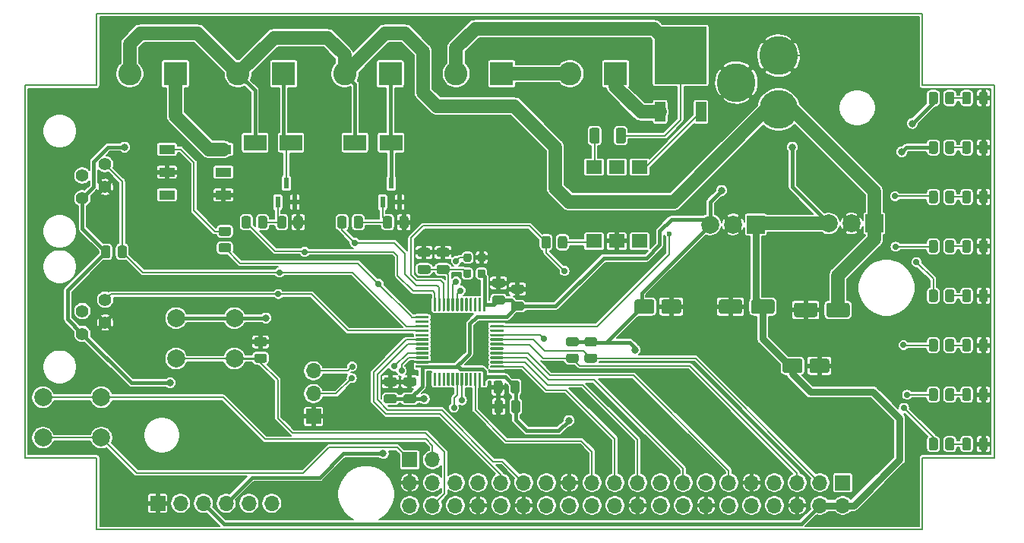
<source format=gbr>
%TF.GenerationSoftware,KiCad,Pcbnew,(5.1.9)-1*%
%TF.CreationDate,2021-07-08T16:45:59-05:00*%
%TF.ProjectId,RPi_Zero_pHat_Template,5250695f-5a65-4726-9f5f-704861745f54,rev?*%
%TF.SameCoordinates,Original*%
%TF.FileFunction,Copper,L1,Top*%
%TF.FilePolarity,Positive*%
%FSLAX46Y46*%
G04 Gerber Fmt 4.6, Leading zero omitted, Abs format (unit mm)*
G04 Created by KiCad (PCBNEW (5.1.9)-1) date 2021-07-08 16:45:59*
%MOMM*%
%LPD*%
G01*
G04 APERTURE LIST*
%TA.AperFunction,Profile*%
%ADD10C,0.150000*%
%TD*%
%TA.AperFunction,ComponentPad*%
%ADD11C,1.397000*%
%TD*%
%TA.AperFunction,SMDPad,CuDef*%
%ADD12R,1.800000X1.000000*%
%TD*%
%TA.AperFunction,ComponentPad*%
%ADD13O,1.700000X1.700000*%
%TD*%
%TA.AperFunction,ComponentPad*%
%ADD14R,1.700000X1.700000*%
%TD*%
%TA.AperFunction,ComponentPad*%
%ADD15C,2.000000*%
%TD*%
%TA.AperFunction,SMDPad,CuDef*%
%ADD16R,0.600000X1.300000*%
%TD*%
%TA.AperFunction,SMDPad,CuDef*%
%ADD17R,2.500000X1.800000*%
%TD*%
%TA.AperFunction,ComponentPad*%
%ADD18C,2.600000*%
%TD*%
%TA.AperFunction,ComponentPad*%
%ADD19R,2.600000X2.600000*%
%TD*%
%TA.AperFunction,SMDPad,CuDef*%
%ADD20R,1.780000X1.520000*%
%TD*%
%TA.AperFunction,SMDPad,CuDef*%
%ADD21R,5.800000X6.400000*%
%TD*%
%TA.AperFunction,SMDPad,CuDef*%
%ADD22R,1.200000X2.200000*%
%TD*%
%TA.AperFunction,ComponentPad*%
%ADD23C,4.318000*%
%TD*%
%TA.AperFunction,ComponentPad*%
%ADD24R,2.000000X2.000000*%
%TD*%
%TA.AperFunction,ViaPad*%
%ADD25C,0.700000*%
%TD*%
%TA.AperFunction,ViaPad*%
%ADD26C,0.800000*%
%TD*%
%TA.AperFunction,ViaPad*%
%ADD27C,0.600000*%
%TD*%
%TA.AperFunction,Conductor*%
%ADD28C,0.200000*%
%TD*%
%TA.AperFunction,Conductor*%
%ADD29C,1.500000*%
%TD*%
%TA.AperFunction,Conductor*%
%ADD30C,0.400000*%
%TD*%
%TA.AperFunction,Conductor*%
%ADD31C,0.250000*%
%TD*%
%TA.AperFunction,Conductor*%
%ADD32C,0.800000*%
%TD*%
%TA.AperFunction,Conductor*%
%ADD33C,0.180000*%
%TD*%
%TA.AperFunction,Conductor*%
%ADD34C,0.100000*%
%TD*%
G04 APERTURE END LIST*
D10*
X197750000Y-125046000D02*
X197750000Y-83546000D01*
X189750000Y-83546000D02*
X197750000Y-83546000D01*
X189750000Y-83546000D02*
X189750000Y-75546000D01*
X197750000Y-125046000D02*
X189750000Y-125046000D01*
X189750000Y-133046000D02*
X189750000Y-125046000D01*
X97750000Y-133046000D02*
X189750000Y-133046000D01*
X97750000Y-125046000D02*
X97750000Y-133046000D01*
X97750000Y-125046000D02*
X89750000Y-125046000D01*
X89750000Y-125046000D02*
X89750000Y-83546000D01*
X89750000Y-83546000D02*
X97750000Y-83546000D01*
X97750000Y-75546000D02*
X97750000Y-83546000D01*
X97750000Y-75546000D02*
X189750000Y-75546000D01*
D11*
%TO.P,J4,4*%
%TO.N,+5V*%
X96131000Y-111252000D03*
%TO.P,J4,3*%
%TO.N,GND*%
X98671000Y-109982000D03*
%TO.P,J4,2*%
%TO.N,Net-(J4-Pad2)*%
X96131000Y-108712000D03*
%TO.P,J4,1*%
%TO.N,/HD38*%
X98671000Y-107442000D03*
%TD*%
%TO.P,J3,4*%
%TO.N,+5V*%
X96131000Y-96139000D03*
%TO.P,J3,3*%
%TO.N,GND*%
X98671000Y-94869000D03*
%TO.P,J3,2*%
%TO.N,Net-(J3-Pad2)*%
X96131000Y-93599000D03*
%TO.P,J3,1*%
%TO.N,/DHT22*%
X98671000Y-92329000D03*
%TD*%
D12*
%TO.P,U8,6*%
%TO.N,Net-(J9-Pad1)*%
X111867000Y-90678000D03*
%TO.P,U8,5*%
%TO.N,Net-(U8-Pad5)*%
X111867000Y-93218000D03*
%TO.P,U8,4*%
%TO.N,GND*%
X111867000Y-95758000D03*
%TO.P,U8,3*%
%TO.N,Net-(U8-Pad3)*%
X105557000Y-95758000D03*
%TO.P,U8,2*%
%TO.N,GND*%
X105557000Y-93218000D03*
%TO.P,U8,1*%
%TO.N,Net-(R7-Pad1)*%
X105557000Y-90678000D03*
%TD*%
%TO.P,R3,2*%
%TO.N,Net-(R3-Pad2)*%
%TA.AperFunction,SMDPad,CuDef*%
G36*
G01*
X153786000Y-88528999D02*
X153786000Y-89779001D01*
G75*
G02*
X153536001Y-90029000I-249999J0D01*
G01*
X152910999Y-90029000D01*
G75*
G02*
X152661000Y-89779001I0J249999D01*
G01*
X152661000Y-88528999D01*
G75*
G02*
X152910999Y-88279000I249999J0D01*
G01*
X153536001Y-88279000D01*
G75*
G02*
X153786000Y-88528999I0J-249999D01*
G01*
G37*
%TD.AperFunction*%
%TO.P,R3,1*%
%TO.N,Net-(J6-Pad2)*%
%TA.AperFunction,SMDPad,CuDef*%
G36*
G01*
X156711000Y-88528999D02*
X156711000Y-89779001D01*
G75*
G02*
X156461001Y-90029000I-249999J0D01*
G01*
X155835999Y-90029000D01*
G75*
G02*
X155586000Y-89779001I0J249999D01*
G01*
X155586000Y-88528999D01*
G75*
G02*
X155835999Y-88279000I249999J0D01*
G01*
X156461001Y-88279000D01*
G75*
G02*
X156711000Y-88528999I0J-249999D01*
G01*
G37*
%TD.AperFunction*%
%TD*%
D13*
%TO.P,J10,6*%
%TO.N,/DHT22*%
X117233700Y-130149600D03*
%TO.P,J10,5*%
%TO.N,/HD38*%
X114693700Y-130149600D03*
%TO.P,J10,4*%
%TO.N,+3V3*%
X112153700Y-130149600D03*
%TO.P,J10,3*%
%TO.N,+5V*%
X109613700Y-130149600D03*
%TO.P,J10,2*%
%TO.N,+12V*%
X107073700Y-130149600D03*
D14*
%TO.P,J10,1*%
%TO.N,GND*%
X104533700Y-130149600D03*
%TD*%
%TO.P,L2,2*%
%TO.N,/STM32/VDDA*%
%TA.AperFunction,SMDPad,CuDef*%
G36*
G01*
X139477000Y-104264750D02*
X139477000Y-104777250D01*
G75*
G02*
X139258250Y-104996000I-218750J0D01*
G01*
X138820750Y-104996000D01*
G75*
G02*
X138602000Y-104777250I0J218750D01*
G01*
X138602000Y-104264750D01*
G75*
G02*
X138820750Y-104046000I218750J0D01*
G01*
X139258250Y-104046000D01*
G75*
G02*
X139477000Y-104264750I0J-218750D01*
G01*
G37*
%TD.AperFunction*%
%TO.P,L2,1*%
%TO.N,+3V3*%
%TA.AperFunction,SMDPad,CuDef*%
G36*
G01*
X141052000Y-104264750D02*
X141052000Y-104777250D01*
G75*
G02*
X140833250Y-104996000I-218750J0D01*
G01*
X140395750Y-104996000D01*
G75*
G02*
X140177000Y-104777250I0J218750D01*
G01*
X140177000Y-104264750D01*
G75*
G02*
X140395750Y-104046000I218750J0D01*
G01*
X140833250Y-104046000D01*
G75*
G02*
X141052000Y-104264750I0J-218750D01*
G01*
G37*
%TD.AperFunction*%
%TD*%
%TO.P,L1,2*%
%TO.N,GND*%
%TA.AperFunction,SMDPad,CuDef*%
G36*
G01*
X140202500Y-102999250D02*
X140202500Y-102486750D01*
G75*
G02*
X140421250Y-102268000I218750J0D01*
G01*
X140858750Y-102268000D01*
G75*
G02*
X141077500Y-102486750I0J-218750D01*
G01*
X141077500Y-102999250D01*
G75*
G02*
X140858750Y-103218000I-218750J0D01*
G01*
X140421250Y-103218000D01*
G75*
G02*
X140202500Y-102999250I0J218750D01*
G01*
G37*
%TD.AperFunction*%
%TO.P,L1,1*%
%TO.N,/STM32/VSSA*%
%TA.AperFunction,SMDPad,CuDef*%
G36*
G01*
X138627500Y-102999250D02*
X138627500Y-102486750D01*
G75*
G02*
X138846250Y-102268000I218750J0D01*
G01*
X139283750Y-102268000D01*
G75*
G02*
X139502500Y-102486750I0J-218750D01*
G01*
X139502500Y-102999250D01*
G75*
G02*
X139283750Y-103218000I-218750J0D01*
G01*
X138846250Y-103218000D01*
G75*
G02*
X138627500Y-102999250I0J218750D01*
G01*
G37*
%TD.AperFunction*%
%TD*%
%TO.P,C10,2*%
%TO.N,GND*%
%TA.AperFunction,SMDPad,CuDef*%
G36*
G01*
X160674000Y-108754000D02*
X160674000Y-107654000D01*
G75*
G02*
X160924000Y-107404000I250000J0D01*
G01*
X162624000Y-107404000D01*
G75*
G02*
X162874000Y-107654000I0J-250000D01*
G01*
X162874000Y-108754000D01*
G75*
G02*
X162624000Y-109004000I-250000J0D01*
G01*
X160924000Y-109004000D01*
G75*
G02*
X160674000Y-108754000I0J250000D01*
G01*
G37*
%TD.AperFunction*%
%TO.P,C10,1*%
%TO.N,+3V3*%
%TA.AperFunction,SMDPad,CuDef*%
G36*
G01*
X157674000Y-108754000D02*
X157674000Y-107654000D01*
G75*
G02*
X157924000Y-107404000I250000J0D01*
G01*
X159624000Y-107404000D01*
G75*
G02*
X159874000Y-107654000I0J-250000D01*
G01*
X159874000Y-108754000D01*
G75*
G02*
X159624000Y-109004000I-250000J0D01*
G01*
X157924000Y-109004000D01*
G75*
G02*
X157674000Y-108754000I0J250000D01*
G01*
G37*
%TD.AperFunction*%
%TD*%
%TO.P,C9,2*%
%TO.N,GND*%
%TA.AperFunction,SMDPad,CuDef*%
G36*
G01*
X177184000Y-115358000D02*
X177184000Y-114258000D01*
G75*
G02*
X177434000Y-114008000I250000J0D01*
G01*
X179134000Y-114008000D01*
G75*
G02*
X179384000Y-114258000I0J-250000D01*
G01*
X179384000Y-115358000D01*
G75*
G02*
X179134000Y-115608000I-250000J0D01*
G01*
X177434000Y-115608000D01*
G75*
G02*
X177184000Y-115358000I0J250000D01*
G01*
G37*
%TD.AperFunction*%
%TO.P,C9,1*%
%TO.N,+5V*%
%TA.AperFunction,SMDPad,CuDef*%
G36*
G01*
X174184000Y-115358000D02*
X174184000Y-114258000D01*
G75*
G02*
X174434000Y-114008000I250000J0D01*
G01*
X176134000Y-114008000D01*
G75*
G02*
X176384000Y-114258000I0J-250000D01*
G01*
X176384000Y-115358000D01*
G75*
G02*
X176134000Y-115608000I-250000J0D01*
G01*
X174434000Y-115608000D01*
G75*
G02*
X174184000Y-115358000I0J250000D01*
G01*
G37*
%TD.AperFunction*%
%TD*%
%TO.P,C3,2*%
%TO.N,GND*%
%TA.AperFunction,SMDPad,CuDef*%
G36*
G01*
X169680000Y-107654000D02*
X169680000Y-108754000D01*
G75*
G02*
X169430000Y-109004000I-250000J0D01*
G01*
X167330000Y-109004000D01*
G75*
G02*
X167080000Y-108754000I0J250000D01*
G01*
X167080000Y-107654000D01*
G75*
G02*
X167330000Y-107404000I250000J0D01*
G01*
X169430000Y-107404000D01*
G75*
G02*
X169680000Y-107654000I0J-250000D01*
G01*
G37*
%TD.AperFunction*%
%TO.P,C3,1*%
%TO.N,+5V*%
%TA.AperFunction,SMDPad,CuDef*%
G36*
G01*
X173280000Y-107654000D02*
X173280000Y-108754000D01*
G75*
G02*
X173030000Y-109004000I-250000J0D01*
G01*
X170930000Y-109004000D01*
G75*
G02*
X170680000Y-108754000I0J250000D01*
G01*
X170680000Y-107654000D01*
G75*
G02*
X170930000Y-107404000I250000J0D01*
G01*
X173030000Y-107404000D01*
G75*
G02*
X173280000Y-107654000I0J-250000D01*
G01*
G37*
%TD.AperFunction*%
%TD*%
%TO.P,C2,2*%
%TO.N,GND*%
%TA.AperFunction,SMDPad,CuDef*%
G36*
G01*
X178062000Y-108035000D02*
X178062000Y-109135000D01*
G75*
G02*
X177812000Y-109385000I-250000J0D01*
G01*
X175712000Y-109385000D01*
G75*
G02*
X175462000Y-109135000I0J250000D01*
G01*
X175462000Y-108035000D01*
G75*
G02*
X175712000Y-107785000I250000J0D01*
G01*
X177812000Y-107785000D01*
G75*
G02*
X178062000Y-108035000I0J-250000D01*
G01*
G37*
%TD.AperFunction*%
%TO.P,C2,1*%
%TO.N,+12V*%
%TA.AperFunction,SMDPad,CuDef*%
G36*
G01*
X181662000Y-108035000D02*
X181662000Y-109135000D01*
G75*
G02*
X181412000Y-109385000I-250000J0D01*
G01*
X179312000Y-109385000D01*
G75*
G02*
X179062000Y-109135000I0J250000D01*
G01*
X179062000Y-108035000D01*
G75*
G02*
X179312000Y-107785000I250000J0D01*
G01*
X181412000Y-107785000D01*
G75*
G02*
X181662000Y-108035000I0J-250000D01*
G01*
G37*
%TD.AperFunction*%
%TD*%
D15*
%TO.P,SW2,1*%
%TO.N,Net-(J11-Pad2)*%
X98244800Y-118313200D03*
%TO.P,SW2,2*%
%TO.N,Net-(J11-Pad1)*%
X98244800Y-122813200D03*
%TO.P,SW2,1*%
%TO.N,Net-(J11-Pad2)*%
X91744800Y-118313200D03*
%TO.P,SW2,2*%
%TO.N,Net-(J11-Pad1)*%
X91744800Y-122813200D03*
%TD*%
D13*
%TO.P,J11,2*%
%TO.N,Net-(J11-Pad2)*%
X135166100Y-125285500D03*
D14*
%TO.P,J11,1*%
%TO.N,Net-(J11-Pad1)*%
X132626100Y-125285500D03*
%TD*%
%TO.P,C1,2*%
%TO.N,GND*%
%TA.AperFunction,SMDPad,CuDef*%
G36*
G01*
X130929400Y-117086000D02*
X129979400Y-117086000D01*
G75*
G02*
X129729400Y-116836000I0J250000D01*
G01*
X129729400Y-116336000D01*
G75*
G02*
X129979400Y-116086000I250000J0D01*
G01*
X130929400Y-116086000D01*
G75*
G02*
X131179400Y-116336000I0J-250000D01*
G01*
X131179400Y-116836000D01*
G75*
G02*
X130929400Y-117086000I-250000J0D01*
G01*
G37*
%TD.AperFunction*%
%TO.P,C1,1*%
%TO.N,+3V3*%
%TA.AperFunction,SMDPad,CuDef*%
G36*
G01*
X130929400Y-118986000D02*
X129979400Y-118986000D01*
G75*
G02*
X129729400Y-118736000I0J250000D01*
G01*
X129729400Y-118236000D01*
G75*
G02*
X129979400Y-117986000I250000J0D01*
G01*
X130929400Y-117986000D01*
G75*
G02*
X131179400Y-118236000I0J-250000D01*
G01*
X131179400Y-118736000D01*
G75*
G02*
X130929400Y-118986000I-250000J0D01*
G01*
G37*
%TD.AperFunction*%
%TD*%
D16*
%TO.P,Q2,1*%
%TO.N,Net-(Q2-Pad1)*%
X117922000Y-96554000D03*
%TO.P,Q2,2*%
%TO.N,GND*%
X119822000Y-96554000D03*
%TO.P,Q2,3*%
%TO.N,Net-(D1-Pad2)*%
X118872000Y-94454000D03*
%TD*%
D17*
%TO.P,D2,2*%
%TO.N,Net-(D2-Pad2)*%
X130524000Y-89916000D03*
%TO.P,D2,1*%
%TO.N,+12V*%
X126524000Y-89916000D03*
%TD*%
%TO.P,D1,2*%
%TO.N,Net-(D1-Pad2)*%
X119380000Y-89916000D03*
%TO.P,D1,1*%
%TO.N,+12V*%
X115380000Y-89916000D03*
%TD*%
D16*
%TO.P,Q3,1*%
%TO.N,Net-(Q3-Pad1)*%
X129606000Y-96554000D03*
%TO.P,Q3,2*%
%TO.N,GND*%
X131506000Y-96554000D03*
%TO.P,Q3,3*%
%TO.N,Net-(D2-Pad2)*%
X130556000Y-94454000D03*
%TD*%
%TO.P,D3,2*%
%TO.N,Net-(D3-Pad2)*%
%TA.AperFunction,SMDPad,CuDef*%
G36*
G01*
X195178500Y-84506750D02*
X195178500Y-85419250D01*
G75*
G02*
X194934750Y-85663000I-243750J0D01*
G01*
X194447250Y-85663000D01*
G75*
G02*
X194203500Y-85419250I0J243750D01*
G01*
X194203500Y-84506750D01*
G75*
G02*
X194447250Y-84263000I243750J0D01*
G01*
X194934750Y-84263000D01*
G75*
G02*
X195178500Y-84506750I0J-243750D01*
G01*
G37*
%TD.AperFunction*%
%TO.P,D3,1*%
%TO.N,GND*%
%TA.AperFunction,SMDPad,CuDef*%
G36*
G01*
X197053500Y-84506750D02*
X197053500Y-85419250D01*
G75*
G02*
X196809750Y-85663000I-243750J0D01*
G01*
X196322250Y-85663000D01*
G75*
G02*
X196078500Y-85419250I0J243750D01*
G01*
X196078500Y-84506750D01*
G75*
G02*
X196322250Y-84263000I243750J0D01*
G01*
X196809750Y-84263000D01*
G75*
G02*
X197053500Y-84506750I0J-243750D01*
G01*
G37*
%TD.AperFunction*%
%TD*%
D13*
%TO.P,J12,3*%
%TO.N,/STM32/TX2*%
X121907300Y-115379500D03*
%TO.P,J12,2*%
%TO.N,/STM32/RX2*%
X121907300Y-117919500D03*
D14*
%TO.P,J12,1*%
%TO.N,GND*%
X121907300Y-120459500D03*
%TD*%
D13*
%TO.P,J2,40*%
%TO.N,Net-(J2-Pad40)*%
X132630000Y-130375000D03*
%TO.P,J2,39*%
%TO.N,GND*%
X132630000Y-127835000D03*
%TO.P,J2,38*%
%TO.N,/RPWZ_comm/Button_RPZW*%
X135170000Y-130375000D03*
%TO.P,J2,37*%
%TO.N,Net-(J2-Pad37)*%
X135170000Y-127835000D03*
%TO.P,J2,36*%
%TO.N,Net-(J2-Pad36)*%
X137710000Y-130375000D03*
%TO.P,J2,35*%
%TO.N,Net-(J2-Pad35)*%
X137710000Y-127835000D03*
%TO.P,J2,34*%
%TO.N,GND*%
X140250000Y-130375000D03*
%TO.P,J2,33*%
%TO.N,/NRST*%
X140250000Y-127835000D03*
%TO.P,J2,32*%
%TO.N,/BOOT*%
X142790000Y-130375000D03*
%TO.P,J2,31*%
%TO.N,/I_O_2*%
X142790000Y-127835000D03*
%TO.P,J2,30*%
%TO.N,GND*%
X145330000Y-130375000D03*
%TO.P,J2,29*%
%TO.N,/I_O_1*%
X145330000Y-127835000D03*
%TO.P,J2,28*%
%TO.N,Net-(J2-Pad28)*%
X147870000Y-130375000D03*
%TO.P,J2,27*%
%TO.N,Net-(J2-Pad27)*%
X147870000Y-127835000D03*
%TO.P,J2,26*%
%TO.N,Net-(J2-Pad26)*%
X150410000Y-130375000D03*
%TO.P,J2,25*%
%TO.N,GND*%
X150410000Y-127835000D03*
%TO.P,J2,24*%
%TO.N,Net-(J2-Pad24)*%
X152950000Y-130375000D03*
%TO.P,J2,23*%
%TO.N,/JTMS*%
X152950000Y-127835000D03*
%TO.P,J2,22*%
%TO.N,Net-(J2-Pad22)*%
X155490000Y-130375000D03*
%TO.P,J2,21*%
%TO.N,/JTCK*%
X155490000Y-127835000D03*
%TO.P,J2,20*%
%TO.N,GND*%
X158030000Y-130375000D03*
%TO.P,J2,19*%
%TO.N,/JTDI*%
X158030000Y-127835000D03*
%TO.P,J2,18*%
%TO.N,Net-(J2-Pad18)*%
X160570000Y-130375000D03*
%TO.P,J2,17*%
%TO.N,Net-(J2-Pad17)*%
X160570000Y-127835000D03*
%TO.P,J2,16*%
%TO.N,Net-(J2-Pad16)*%
X163110000Y-130375000D03*
%TO.P,J2,15*%
%TO.N,/JTDO*%
X163110000Y-127835000D03*
%TO.P,J2,14*%
%TO.N,GND*%
X165650000Y-130375000D03*
%TO.P,J2,13*%
%TO.N,Net-(J2-Pad13)*%
X165650000Y-127835000D03*
%TO.P,J2,12*%
%TO.N,Net-(J2-Pad12)*%
X168190000Y-130375000D03*
%TO.P,J2,11*%
%TO.N,/JNTRST*%
X168190000Y-127835000D03*
%TO.P,J2,10*%
%TO.N,/USART2*%
X170730000Y-130375000D03*
%TO.P,J2,9*%
%TO.N,GND*%
X170730000Y-127835000D03*
%TO.P,J2,8*%
%TO.N,/USART1*%
X173270000Y-130375000D03*
%TO.P,J2,7*%
%TO.N,Net-(J2-Pad7)*%
X173270000Y-127835000D03*
%TO.P,J2,6*%
%TO.N,GND*%
X175810000Y-130375000D03*
%TO.P,J2,5*%
%TO.N,/SCL_I2C*%
X175810000Y-127835000D03*
%TO.P,J2,4*%
%TO.N,+5V*%
X178350000Y-130375000D03*
%TO.P,J2,3*%
%TO.N,/SDA_I2C*%
X178350000Y-127835000D03*
%TO.P,J2,2*%
%TO.N,+5V*%
X180890000Y-130375000D03*
D14*
%TO.P,J2,1*%
%TO.N,Net-(J2-Pad1)*%
X180890000Y-127835000D03*
%TD*%
D15*
%TO.P,SW1,1*%
%TO.N,+3V3*%
X113091100Y-109499400D03*
%TO.P,SW1,2*%
%TO.N,/RPWZ_comm/Button_RPZW*%
X113091100Y-113999400D03*
%TO.P,SW1,1*%
%TO.N,+3V3*%
X106591100Y-109499400D03*
%TO.P,SW1,2*%
%TO.N,/RPWZ_comm/Button_RPZW*%
X106591100Y-113999400D03*
%TD*%
%TO.P,C7,2*%
%TO.N,GND*%
%TA.AperFunction,SMDPad,CuDef*%
G36*
G01*
X143007100Y-106077600D02*
X142057100Y-106077600D01*
G75*
G02*
X141807100Y-105827600I0J250000D01*
G01*
X141807100Y-105327600D01*
G75*
G02*
X142057100Y-105077600I250000J0D01*
G01*
X143007100Y-105077600D01*
G75*
G02*
X143257100Y-105327600I0J-250000D01*
G01*
X143257100Y-105827600D01*
G75*
G02*
X143007100Y-106077600I-250000J0D01*
G01*
G37*
%TD.AperFunction*%
%TO.P,C7,1*%
%TO.N,+3V3*%
%TA.AperFunction,SMDPad,CuDef*%
G36*
G01*
X143007100Y-107977600D02*
X142057100Y-107977600D01*
G75*
G02*
X141807100Y-107727600I0J250000D01*
G01*
X141807100Y-107227600D01*
G75*
G02*
X142057100Y-106977600I250000J0D01*
G01*
X143007100Y-106977600D01*
G75*
G02*
X143257100Y-107227600I0J-250000D01*
G01*
X143257100Y-107727600D01*
G75*
G02*
X143007100Y-107977600I-250000J0D01*
G01*
G37*
%TD.AperFunction*%
%TD*%
%TO.P,C11,2*%
%TO.N,GND*%
%TA.AperFunction,SMDPad,CuDef*%
G36*
G01*
X143034600Y-118879600D02*
X143034600Y-119829600D01*
G75*
G02*
X142784600Y-120079600I-250000J0D01*
G01*
X142284600Y-120079600D01*
G75*
G02*
X142034600Y-119829600I0J250000D01*
G01*
X142034600Y-118879600D01*
G75*
G02*
X142284600Y-118629600I250000J0D01*
G01*
X142784600Y-118629600D01*
G75*
G02*
X143034600Y-118879600I0J-250000D01*
G01*
G37*
%TD.AperFunction*%
%TO.P,C11,1*%
%TO.N,+3V3*%
%TA.AperFunction,SMDPad,CuDef*%
G36*
G01*
X144934600Y-118879600D02*
X144934600Y-119829600D01*
G75*
G02*
X144684600Y-120079600I-250000J0D01*
G01*
X144184600Y-120079600D01*
G75*
G02*
X143934600Y-119829600I0J250000D01*
G01*
X143934600Y-118879600D01*
G75*
G02*
X144184600Y-118629600I250000J0D01*
G01*
X144684600Y-118629600D01*
G75*
G02*
X144934600Y-118879600I0J-250000D01*
G01*
G37*
%TD.AperFunction*%
%TD*%
%TO.P,C5,2*%
%TO.N,GND*%
%TA.AperFunction,SMDPad,CuDef*%
G36*
G01*
X142971100Y-116695200D02*
X142971100Y-117645200D01*
G75*
G02*
X142721100Y-117895200I-250000J0D01*
G01*
X142221100Y-117895200D01*
G75*
G02*
X141971100Y-117645200I0J250000D01*
G01*
X141971100Y-116695200D01*
G75*
G02*
X142221100Y-116445200I250000J0D01*
G01*
X142721100Y-116445200D01*
G75*
G02*
X142971100Y-116695200I0J-250000D01*
G01*
G37*
%TD.AperFunction*%
%TO.P,C5,1*%
%TO.N,+3V3*%
%TA.AperFunction,SMDPad,CuDef*%
G36*
G01*
X144871100Y-116695200D02*
X144871100Y-117645200D01*
G75*
G02*
X144621100Y-117895200I-250000J0D01*
G01*
X144121100Y-117895200D01*
G75*
G02*
X143871100Y-117645200I0J250000D01*
G01*
X143871100Y-116695200D01*
G75*
G02*
X144121100Y-116445200I250000J0D01*
G01*
X144621100Y-116445200D01*
G75*
G02*
X144871100Y-116695200I0J-250000D01*
G01*
G37*
%TD.AperFunction*%
%TD*%
%TO.P,C4,2*%
%TO.N,GND*%
%TA.AperFunction,SMDPad,CuDef*%
G36*
G01*
X133101100Y-117088500D02*
X132151100Y-117088500D01*
G75*
G02*
X131901100Y-116838500I0J250000D01*
G01*
X131901100Y-116338500D01*
G75*
G02*
X132151100Y-116088500I250000J0D01*
G01*
X133101100Y-116088500D01*
G75*
G02*
X133351100Y-116338500I0J-250000D01*
G01*
X133351100Y-116838500D01*
G75*
G02*
X133101100Y-117088500I-250000J0D01*
G01*
G37*
%TD.AperFunction*%
%TO.P,C4,1*%
%TO.N,+3V3*%
%TA.AperFunction,SMDPad,CuDef*%
G36*
G01*
X133101100Y-118988500D02*
X132151100Y-118988500D01*
G75*
G02*
X131901100Y-118738500I0J250000D01*
G01*
X131901100Y-118238500D01*
G75*
G02*
X132151100Y-117988500I250000J0D01*
G01*
X133101100Y-117988500D01*
G75*
G02*
X133351100Y-118238500I0J-250000D01*
G01*
X133351100Y-118738500D01*
G75*
G02*
X133101100Y-118988500I-250000J0D01*
G01*
G37*
%TD.AperFunction*%
%TD*%
%TO.P,R19,2*%
%TO.N,/RPWZ_comm/Button_RPZW*%
%TA.AperFunction,SMDPad,CuDef*%
G36*
G01*
X115551799Y-113440800D02*
X116451801Y-113440800D01*
G75*
G02*
X116701800Y-113690799I0J-249999D01*
G01*
X116701800Y-114215801D01*
G75*
G02*
X116451801Y-114465800I-249999J0D01*
G01*
X115551799Y-114465800D01*
G75*
G02*
X115301800Y-114215801I0J249999D01*
G01*
X115301800Y-113690799D01*
G75*
G02*
X115551799Y-113440800I249999J0D01*
G01*
G37*
%TD.AperFunction*%
%TO.P,R19,1*%
%TO.N,GND*%
%TA.AperFunction,SMDPad,CuDef*%
G36*
G01*
X115551799Y-111615800D02*
X116451801Y-111615800D01*
G75*
G02*
X116701800Y-111865799I0J-249999D01*
G01*
X116701800Y-112390801D01*
G75*
G02*
X116451801Y-112640800I-249999J0D01*
G01*
X115551799Y-112640800D01*
G75*
G02*
X115301800Y-112390801I0J249999D01*
G01*
X115301800Y-111865799D01*
G75*
G02*
X115551799Y-111615800I249999J0D01*
G01*
G37*
%TD.AperFunction*%
%TD*%
%TO.P,C8,2*%
%TO.N,GND*%
%TA.AperFunction,SMDPad,CuDef*%
G36*
G01*
X136809500Y-102663800D02*
X135859500Y-102663800D01*
G75*
G02*
X135609500Y-102413800I0J250000D01*
G01*
X135609500Y-101913800D01*
G75*
G02*
X135859500Y-101663800I250000J0D01*
G01*
X136809500Y-101663800D01*
G75*
G02*
X137059500Y-101913800I0J-250000D01*
G01*
X137059500Y-102413800D01*
G75*
G02*
X136809500Y-102663800I-250000J0D01*
G01*
G37*
%TD.AperFunction*%
%TO.P,C8,1*%
%TO.N,/STM32/VDDA*%
%TA.AperFunction,SMDPad,CuDef*%
G36*
G01*
X136809500Y-104563800D02*
X135859500Y-104563800D01*
G75*
G02*
X135609500Y-104313800I0J250000D01*
G01*
X135609500Y-103813800D01*
G75*
G02*
X135859500Y-103563800I250000J0D01*
G01*
X136809500Y-103563800D01*
G75*
G02*
X137059500Y-103813800I0J-250000D01*
G01*
X137059500Y-104313800D01*
G75*
G02*
X136809500Y-104563800I-250000J0D01*
G01*
G37*
%TD.AperFunction*%
%TD*%
%TO.P,C6,2*%
%TO.N,GND*%
%TA.AperFunction,SMDPad,CuDef*%
G36*
G01*
X134701300Y-102663800D02*
X133751300Y-102663800D01*
G75*
G02*
X133501300Y-102413800I0J250000D01*
G01*
X133501300Y-101913800D01*
G75*
G02*
X133751300Y-101663800I250000J0D01*
G01*
X134701300Y-101663800D01*
G75*
G02*
X134951300Y-101913800I0J-250000D01*
G01*
X134951300Y-102413800D01*
G75*
G02*
X134701300Y-102663800I-250000J0D01*
G01*
G37*
%TD.AperFunction*%
%TO.P,C6,1*%
%TO.N,/STM32/VDDA*%
%TA.AperFunction,SMDPad,CuDef*%
G36*
G01*
X134701300Y-104563800D02*
X133751300Y-104563800D01*
G75*
G02*
X133501300Y-104313800I0J250000D01*
G01*
X133501300Y-103813800D01*
G75*
G02*
X133751300Y-103563800I250000J0D01*
G01*
X134701300Y-103563800D01*
G75*
G02*
X134951300Y-103813800I0J-250000D01*
G01*
X134951300Y-104313800D01*
G75*
G02*
X134701300Y-104563800I-250000J0D01*
G01*
G37*
%TD.AperFunction*%
%TD*%
D18*
%TO.P,J8,2*%
%TO.N,+12V*%
X125374400Y-82245200D03*
D19*
%TO.P,J8,1*%
%TO.N,Net-(D2-Pad2)*%
X130454400Y-82245200D03*
%TD*%
D18*
%TO.P,J7,2*%
%TO.N,+12V*%
X113487200Y-82245200D03*
D19*
%TO.P,J7,1*%
%TO.N,Net-(D1-Pad2)*%
X118567200Y-82245200D03*
%TD*%
%TO.P,R18,2*%
%TO.N,/DHT22*%
%TA.AperFunction,SMDPad,CuDef*%
G36*
G01*
X100071500Y-102558001D02*
X100071500Y-101657999D01*
G75*
G02*
X100321499Y-101408000I249999J0D01*
G01*
X100846501Y-101408000D01*
G75*
G02*
X101096500Y-101657999I0J-249999D01*
G01*
X101096500Y-102558001D01*
G75*
G02*
X100846501Y-102808000I-249999J0D01*
G01*
X100321499Y-102808000D01*
G75*
G02*
X100071500Y-102558001I0J249999D01*
G01*
G37*
%TD.AperFunction*%
%TO.P,R18,1*%
%TO.N,+5V*%
%TA.AperFunction,SMDPad,CuDef*%
G36*
G01*
X98246500Y-102558001D02*
X98246500Y-101657999D01*
G75*
G02*
X98496499Y-101408000I249999J0D01*
G01*
X99021501Y-101408000D01*
G75*
G02*
X99271500Y-101657999I0J-249999D01*
G01*
X99271500Y-102558001D01*
G75*
G02*
X99021501Y-102808000I-249999J0D01*
G01*
X98496499Y-102808000D01*
G75*
G02*
X98246500Y-102558001I0J249999D01*
G01*
G37*
%TD.AperFunction*%
%TD*%
%TO.P,R17,2*%
%TO.N,Net-(D10-Pad2)*%
%TA.AperFunction,SMDPad,CuDef*%
G36*
G01*
X192297000Y-123983001D02*
X192297000Y-123082999D01*
G75*
G02*
X192546999Y-122833000I249999J0D01*
G01*
X193072001Y-122833000D01*
G75*
G02*
X193322000Y-123082999I0J-249999D01*
G01*
X193322000Y-123983001D01*
G75*
G02*
X193072001Y-124233000I-249999J0D01*
G01*
X192546999Y-124233000D01*
G75*
G02*
X192297000Y-123983001I0J249999D01*
G01*
G37*
%TD.AperFunction*%
%TO.P,R17,1*%
%TO.N,/LEDs*%
%TA.AperFunction,SMDPad,CuDef*%
G36*
G01*
X190472000Y-123983001D02*
X190472000Y-123082999D01*
G75*
G02*
X190721999Y-122833000I249999J0D01*
G01*
X191247001Y-122833000D01*
G75*
G02*
X191497000Y-123082999I0J-249999D01*
G01*
X191497000Y-123983001D01*
G75*
G02*
X191247001Y-124233000I-249999J0D01*
G01*
X190721999Y-124233000D01*
G75*
G02*
X190472000Y-123983001I0J249999D01*
G01*
G37*
%TD.AperFunction*%
%TD*%
%TO.P,D10,2*%
%TO.N,Net-(D10-Pad2)*%
%TA.AperFunction,SMDPad,CuDef*%
G36*
G01*
X195178500Y-123076750D02*
X195178500Y-123989250D01*
G75*
G02*
X194934750Y-124233000I-243750J0D01*
G01*
X194447250Y-124233000D01*
G75*
G02*
X194203500Y-123989250I0J243750D01*
G01*
X194203500Y-123076750D01*
G75*
G02*
X194447250Y-122833000I243750J0D01*
G01*
X194934750Y-122833000D01*
G75*
G02*
X195178500Y-123076750I0J-243750D01*
G01*
G37*
%TD.AperFunction*%
%TO.P,D10,1*%
%TO.N,GND*%
%TA.AperFunction,SMDPad,CuDef*%
G36*
G01*
X197053500Y-123076750D02*
X197053500Y-123989250D01*
G75*
G02*
X196809750Y-124233000I-243750J0D01*
G01*
X196322250Y-124233000D01*
G75*
G02*
X196078500Y-123989250I0J243750D01*
G01*
X196078500Y-123076750D01*
G75*
G02*
X196322250Y-122833000I243750J0D01*
G01*
X196809750Y-122833000D01*
G75*
G02*
X197053500Y-123076750I0J-243750D01*
G01*
G37*
%TD.AperFunction*%
%TD*%
%TO.P,R16,2*%
%TO.N,Net-(D9-Pad2)*%
%TA.AperFunction,SMDPad,CuDef*%
G36*
G01*
X192297000Y-118473001D02*
X192297000Y-117572999D01*
G75*
G02*
X192546999Y-117323000I249999J0D01*
G01*
X193072001Y-117323000D01*
G75*
G02*
X193322000Y-117572999I0J-249999D01*
G01*
X193322000Y-118473001D01*
G75*
G02*
X193072001Y-118723000I-249999J0D01*
G01*
X192546999Y-118723000D01*
G75*
G02*
X192297000Y-118473001I0J249999D01*
G01*
G37*
%TD.AperFunction*%
%TO.P,R16,1*%
%TO.N,/Bomba_Agua*%
%TA.AperFunction,SMDPad,CuDef*%
G36*
G01*
X190472000Y-118473001D02*
X190472000Y-117572999D01*
G75*
G02*
X190721999Y-117323000I249999J0D01*
G01*
X191247001Y-117323000D01*
G75*
G02*
X191497000Y-117572999I0J-249999D01*
G01*
X191497000Y-118473001D01*
G75*
G02*
X191247001Y-118723000I-249999J0D01*
G01*
X190721999Y-118723000D01*
G75*
G02*
X190472000Y-118473001I0J249999D01*
G01*
G37*
%TD.AperFunction*%
%TD*%
%TO.P,D9,2*%
%TO.N,Net-(D9-Pad2)*%
%TA.AperFunction,SMDPad,CuDef*%
G36*
G01*
X195178500Y-117566750D02*
X195178500Y-118479250D01*
G75*
G02*
X194934750Y-118723000I-243750J0D01*
G01*
X194447250Y-118723000D01*
G75*
G02*
X194203500Y-118479250I0J243750D01*
G01*
X194203500Y-117566750D01*
G75*
G02*
X194447250Y-117323000I243750J0D01*
G01*
X194934750Y-117323000D01*
G75*
G02*
X195178500Y-117566750I0J-243750D01*
G01*
G37*
%TD.AperFunction*%
%TO.P,D9,1*%
%TO.N,GND*%
%TA.AperFunction,SMDPad,CuDef*%
G36*
G01*
X197053500Y-117566750D02*
X197053500Y-118479250D01*
G75*
G02*
X196809750Y-118723000I-243750J0D01*
G01*
X196322250Y-118723000D01*
G75*
G02*
X196078500Y-118479250I0J243750D01*
G01*
X196078500Y-117566750D01*
G75*
G02*
X196322250Y-117323000I243750J0D01*
G01*
X196809750Y-117323000D01*
G75*
G02*
X197053500Y-117566750I0J-243750D01*
G01*
G37*
%TD.AperFunction*%
%TD*%
%TO.P,R15,2*%
%TO.N,Net-(D8-Pad2)*%
%TA.AperFunction,SMDPad,CuDef*%
G36*
G01*
X192297000Y-112963001D02*
X192297000Y-112062999D01*
G75*
G02*
X192546999Y-111813000I249999J0D01*
G01*
X193072001Y-111813000D01*
G75*
G02*
X193322000Y-112062999I0J-249999D01*
G01*
X193322000Y-112963001D01*
G75*
G02*
X193072001Y-113213000I-249999J0D01*
G01*
X192546999Y-113213000D01*
G75*
G02*
X192297000Y-112963001I0J249999D01*
G01*
G37*
%TD.AperFunction*%
%TO.P,R15,1*%
%TO.N,/Ventilador*%
%TA.AperFunction,SMDPad,CuDef*%
G36*
G01*
X190472000Y-112963001D02*
X190472000Y-112062999D01*
G75*
G02*
X190721999Y-111813000I249999J0D01*
G01*
X191247001Y-111813000D01*
G75*
G02*
X191497000Y-112062999I0J-249999D01*
G01*
X191497000Y-112963001D01*
G75*
G02*
X191247001Y-113213000I-249999J0D01*
G01*
X190721999Y-113213000D01*
G75*
G02*
X190472000Y-112963001I0J249999D01*
G01*
G37*
%TD.AperFunction*%
%TD*%
%TO.P,D8,2*%
%TO.N,Net-(D8-Pad2)*%
%TA.AperFunction,SMDPad,CuDef*%
G36*
G01*
X195178500Y-112056750D02*
X195178500Y-112969250D01*
G75*
G02*
X194934750Y-113213000I-243750J0D01*
G01*
X194447250Y-113213000D01*
G75*
G02*
X194203500Y-112969250I0J243750D01*
G01*
X194203500Y-112056750D01*
G75*
G02*
X194447250Y-111813000I243750J0D01*
G01*
X194934750Y-111813000D01*
G75*
G02*
X195178500Y-112056750I0J-243750D01*
G01*
G37*
%TD.AperFunction*%
%TO.P,D8,1*%
%TO.N,GND*%
%TA.AperFunction,SMDPad,CuDef*%
G36*
G01*
X197053500Y-112056750D02*
X197053500Y-112969250D01*
G75*
G02*
X196809750Y-113213000I-243750J0D01*
G01*
X196322250Y-113213000D01*
G75*
G02*
X196078500Y-112969250I0J243750D01*
G01*
X196078500Y-112056750D01*
G75*
G02*
X196322250Y-111813000I243750J0D01*
G01*
X196809750Y-111813000D01*
G75*
G02*
X197053500Y-112056750I0J-243750D01*
G01*
G37*
%TD.AperFunction*%
%TD*%
%TO.P,R14,2*%
%TO.N,Net-(D7-Pad2)*%
%TA.AperFunction,SMDPad,CuDef*%
G36*
G01*
X192297000Y-107453001D02*
X192297000Y-106552999D01*
G75*
G02*
X192546999Y-106303000I249999J0D01*
G01*
X193072001Y-106303000D01*
G75*
G02*
X193322000Y-106552999I0J-249999D01*
G01*
X193322000Y-107453001D01*
G75*
G02*
X193072001Y-107703000I-249999J0D01*
G01*
X192546999Y-107703000D01*
G75*
G02*
X192297000Y-107453001I0J249999D01*
G01*
G37*
%TD.AperFunction*%
%TO.P,R14,1*%
%TO.N,/Resistencia_Si*%
%TA.AperFunction,SMDPad,CuDef*%
G36*
G01*
X190472000Y-107453001D02*
X190472000Y-106552999D01*
G75*
G02*
X190721999Y-106303000I249999J0D01*
G01*
X191247001Y-106303000D01*
G75*
G02*
X191497000Y-106552999I0J-249999D01*
G01*
X191497000Y-107453001D01*
G75*
G02*
X191247001Y-107703000I-249999J0D01*
G01*
X190721999Y-107703000D01*
G75*
G02*
X190472000Y-107453001I0J249999D01*
G01*
G37*
%TD.AperFunction*%
%TD*%
%TO.P,D7,2*%
%TO.N,Net-(D7-Pad2)*%
%TA.AperFunction,SMDPad,CuDef*%
G36*
G01*
X195178500Y-106546750D02*
X195178500Y-107459250D01*
G75*
G02*
X194934750Y-107703000I-243750J0D01*
G01*
X194447250Y-107703000D01*
G75*
G02*
X194203500Y-107459250I0J243750D01*
G01*
X194203500Y-106546750D01*
G75*
G02*
X194447250Y-106303000I243750J0D01*
G01*
X194934750Y-106303000D01*
G75*
G02*
X195178500Y-106546750I0J-243750D01*
G01*
G37*
%TD.AperFunction*%
%TO.P,D7,1*%
%TO.N,GND*%
%TA.AperFunction,SMDPad,CuDef*%
G36*
G01*
X197053500Y-106546750D02*
X197053500Y-107459250D01*
G75*
G02*
X196809750Y-107703000I-243750J0D01*
G01*
X196322250Y-107703000D01*
G75*
G02*
X196078500Y-107459250I0J243750D01*
G01*
X196078500Y-106546750D01*
G75*
G02*
X196322250Y-106303000I243750J0D01*
G01*
X196809750Y-106303000D01*
G75*
G02*
X197053500Y-106546750I0J-243750D01*
G01*
G37*
%TD.AperFunction*%
%TD*%
%TO.P,R13,2*%
%TO.N,Net-(Q3-Pad1)*%
%TA.AperFunction,SMDPad,CuDef*%
G36*
G01*
X130664000Y-98355999D02*
X130664000Y-99256001D01*
G75*
G02*
X130414001Y-99506000I-249999J0D01*
G01*
X129888999Y-99506000D01*
G75*
G02*
X129639000Y-99256001I0J249999D01*
G01*
X129639000Y-98355999D01*
G75*
G02*
X129888999Y-98106000I249999J0D01*
G01*
X130414001Y-98106000D01*
G75*
G02*
X130664000Y-98355999I0J-249999D01*
G01*
G37*
%TD.AperFunction*%
%TO.P,R13,1*%
%TO.N,GND*%
%TA.AperFunction,SMDPad,CuDef*%
G36*
G01*
X132489000Y-98355999D02*
X132489000Y-99256001D01*
G75*
G02*
X132239001Y-99506000I-249999J0D01*
G01*
X131713999Y-99506000D01*
G75*
G02*
X131464000Y-99256001I0J249999D01*
G01*
X131464000Y-98355999D01*
G75*
G02*
X131713999Y-98106000I249999J0D01*
G01*
X132239001Y-98106000D01*
G75*
G02*
X132489000Y-98355999I0J-249999D01*
G01*
G37*
%TD.AperFunction*%
%TD*%
%TO.P,R12,2*%
%TO.N,Net-(Q2-Pad1)*%
%TA.AperFunction,SMDPad,CuDef*%
G36*
G01*
X118876500Y-98355999D02*
X118876500Y-99256001D01*
G75*
G02*
X118626501Y-99506000I-249999J0D01*
G01*
X118101499Y-99506000D01*
G75*
G02*
X117851500Y-99256001I0J249999D01*
G01*
X117851500Y-98355999D01*
G75*
G02*
X118101499Y-98106000I249999J0D01*
G01*
X118626501Y-98106000D01*
G75*
G02*
X118876500Y-98355999I0J-249999D01*
G01*
G37*
%TD.AperFunction*%
%TO.P,R12,1*%
%TO.N,GND*%
%TA.AperFunction,SMDPad,CuDef*%
G36*
G01*
X120701500Y-98355999D02*
X120701500Y-99256001D01*
G75*
G02*
X120451501Y-99506000I-249999J0D01*
G01*
X119926499Y-99506000D01*
G75*
G02*
X119676500Y-99256001I0J249999D01*
G01*
X119676500Y-98355999D01*
G75*
G02*
X119926499Y-98106000I249999J0D01*
G01*
X120451501Y-98106000D01*
G75*
G02*
X120701500Y-98355999I0J-249999D01*
G01*
G37*
%TD.AperFunction*%
%TD*%
%TO.P,R11,2*%
%TO.N,Net-(D6-Pad2)*%
%TA.AperFunction,SMDPad,CuDef*%
G36*
G01*
X192297000Y-101943001D02*
X192297000Y-101042999D01*
G75*
G02*
X192546999Y-100793000I249999J0D01*
G01*
X193072001Y-100793000D01*
G75*
G02*
X193322000Y-101042999I0J-249999D01*
G01*
X193322000Y-101943001D01*
G75*
G02*
X193072001Y-102193000I-249999J0D01*
G01*
X192546999Y-102193000D01*
G75*
G02*
X192297000Y-101943001I0J249999D01*
G01*
G37*
%TD.AperFunction*%
%TO.P,R11,1*%
%TO.N,Net-(J2-Pad40)*%
%TA.AperFunction,SMDPad,CuDef*%
G36*
G01*
X190472000Y-101943001D02*
X190472000Y-101042999D01*
G75*
G02*
X190721999Y-100793000I249999J0D01*
G01*
X191247001Y-100793000D01*
G75*
G02*
X191497000Y-101042999I0J-249999D01*
G01*
X191497000Y-101943001D01*
G75*
G02*
X191247001Y-102193000I-249999J0D01*
G01*
X190721999Y-102193000D01*
G75*
G02*
X190472000Y-101943001I0J249999D01*
G01*
G37*
%TD.AperFunction*%
%TD*%
%TO.P,D6,2*%
%TO.N,Net-(D6-Pad2)*%
%TA.AperFunction,SMDPad,CuDef*%
G36*
G01*
X195178500Y-101036750D02*
X195178500Y-101949250D01*
G75*
G02*
X194934750Y-102193000I-243750J0D01*
G01*
X194447250Y-102193000D01*
G75*
G02*
X194203500Y-101949250I0J243750D01*
G01*
X194203500Y-101036750D01*
G75*
G02*
X194447250Y-100793000I243750J0D01*
G01*
X194934750Y-100793000D01*
G75*
G02*
X195178500Y-101036750I0J-243750D01*
G01*
G37*
%TD.AperFunction*%
%TO.P,D6,1*%
%TO.N,GND*%
%TA.AperFunction,SMDPad,CuDef*%
G36*
G01*
X197053500Y-101036750D02*
X197053500Y-101949250D01*
G75*
G02*
X196809750Y-102193000I-243750J0D01*
G01*
X196322250Y-102193000D01*
G75*
G02*
X196078500Y-101949250I0J243750D01*
G01*
X196078500Y-101036750D01*
G75*
G02*
X196322250Y-100793000I243750J0D01*
G01*
X196809750Y-100793000D01*
G75*
G02*
X197053500Y-101036750I0J-243750D01*
G01*
G37*
%TD.AperFunction*%
%TD*%
D20*
%TO.P,U5,3*%
%TO.N,Net-(U5-Pad3)*%
X158242000Y-100899000D03*
%TO.P,U5,1*%
%TO.N,Net-(R4-Pad1)*%
X153162000Y-100899000D03*
%TO.P,U5,2*%
%TO.N,GND*%
X155702000Y-100899000D03*
%TO.P,U5,4*%
%TO.N,Net-(Q1-Pad3)*%
X158242000Y-92649000D03*
%TO.P,U5,6*%
%TO.N,Net-(R3-Pad2)*%
X153162000Y-92649000D03*
%TO.P,U5,5*%
%TO.N,Net-(U5-Pad5)*%
X155702000Y-92649000D03*
%TD*%
D21*
%TO.P,Q1,2*%
%TO.N,Net-(J6-Pad2)*%
X162814000Y-80196000D03*
D22*
%TO.P,Q1,3*%
%TO.N,Net-(Q1-Pad3)*%
X165094000Y-86496000D03*
%TO.P,Q1,1*%
%TO.N,GNDREF*%
X160534000Y-86496000D03*
%TD*%
%TO.P,R10,2*%
%TO.N,Net-(D5-Pad2)*%
%TA.AperFunction,SMDPad,CuDef*%
G36*
G01*
X192297000Y-96433001D02*
X192297000Y-95532999D01*
G75*
G02*
X192546999Y-95283000I249999J0D01*
G01*
X193072001Y-95283000D01*
G75*
G02*
X193322000Y-95532999I0J-249999D01*
G01*
X193322000Y-96433001D01*
G75*
G02*
X193072001Y-96683000I-249999J0D01*
G01*
X192546999Y-96683000D01*
G75*
G02*
X192297000Y-96433001I0J249999D01*
G01*
G37*
%TD.AperFunction*%
%TO.P,R10,1*%
%TO.N,Net-(R10-Pad1)*%
%TA.AperFunction,SMDPad,CuDef*%
G36*
G01*
X190472000Y-96433001D02*
X190472000Y-95532999D01*
G75*
G02*
X190721999Y-95283000I249999J0D01*
G01*
X191247001Y-95283000D01*
G75*
G02*
X191497000Y-95532999I0J-249999D01*
G01*
X191497000Y-96433001D01*
G75*
G02*
X191247001Y-96683000I-249999J0D01*
G01*
X190721999Y-96683000D01*
G75*
G02*
X190472000Y-96433001I0J249999D01*
G01*
G37*
%TD.AperFunction*%
%TD*%
%TO.P,D5,2*%
%TO.N,Net-(D5-Pad2)*%
%TA.AperFunction,SMDPad,CuDef*%
G36*
G01*
X195178500Y-95526750D02*
X195178500Y-96439250D01*
G75*
G02*
X194934750Y-96683000I-243750J0D01*
G01*
X194447250Y-96683000D01*
G75*
G02*
X194203500Y-96439250I0J243750D01*
G01*
X194203500Y-95526750D01*
G75*
G02*
X194447250Y-95283000I243750J0D01*
G01*
X194934750Y-95283000D01*
G75*
G02*
X195178500Y-95526750I0J-243750D01*
G01*
G37*
%TD.AperFunction*%
%TO.P,D5,1*%
%TO.N,GND*%
%TA.AperFunction,SMDPad,CuDef*%
G36*
G01*
X197053500Y-95526750D02*
X197053500Y-96439250D01*
G75*
G02*
X196809750Y-96683000I-243750J0D01*
G01*
X196322250Y-96683000D01*
G75*
G02*
X196078500Y-96439250I0J243750D01*
G01*
X196078500Y-95526750D01*
G75*
G02*
X196322250Y-95283000I243750J0D01*
G01*
X196809750Y-95283000D01*
G75*
G02*
X197053500Y-95526750I0J-243750D01*
G01*
G37*
%TD.AperFunction*%
%TD*%
%TO.P,R9,2*%
%TO.N,+3V3*%
%TA.AperFunction,SMDPad,CuDef*%
G36*
G01*
X191497000Y-90022999D02*
X191497000Y-90923001D01*
G75*
G02*
X191247001Y-91173000I-249999J0D01*
G01*
X190721999Y-91173000D01*
G75*
G02*
X190472000Y-90923001I0J249999D01*
G01*
X190472000Y-90022999D01*
G75*
G02*
X190721999Y-89773000I249999J0D01*
G01*
X191247001Y-89773000D01*
G75*
G02*
X191497000Y-90022999I0J-249999D01*
G01*
G37*
%TD.AperFunction*%
%TO.P,R9,1*%
%TO.N,Net-(D4-Pad2)*%
%TA.AperFunction,SMDPad,CuDef*%
G36*
G01*
X193322000Y-90022999D02*
X193322000Y-90923001D01*
G75*
G02*
X193072001Y-91173000I-249999J0D01*
G01*
X192546999Y-91173000D01*
G75*
G02*
X192297000Y-90923001I0J249999D01*
G01*
X192297000Y-90022999D01*
G75*
G02*
X192546999Y-89773000I249999J0D01*
G01*
X193072001Y-89773000D01*
G75*
G02*
X193322000Y-90022999I0J-249999D01*
G01*
G37*
%TD.AperFunction*%
%TD*%
%TO.P,R8,2*%
%TO.N,+5V*%
%TA.AperFunction,SMDPad,CuDef*%
G36*
G01*
X191497000Y-84512999D02*
X191497000Y-85413001D01*
G75*
G02*
X191247001Y-85663000I-249999J0D01*
G01*
X190721999Y-85663000D01*
G75*
G02*
X190472000Y-85413001I0J249999D01*
G01*
X190472000Y-84512999D01*
G75*
G02*
X190721999Y-84263000I249999J0D01*
G01*
X191247001Y-84263000D01*
G75*
G02*
X191497000Y-84512999I0J-249999D01*
G01*
G37*
%TD.AperFunction*%
%TO.P,R8,1*%
%TO.N,Net-(D3-Pad2)*%
%TA.AperFunction,SMDPad,CuDef*%
G36*
G01*
X193322000Y-84512999D02*
X193322000Y-85413001D01*
G75*
G02*
X193072001Y-85663000I-249999J0D01*
G01*
X192546999Y-85663000D01*
G75*
G02*
X192297000Y-85413001I0J249999D01*
G01*
X192297000Y-84512999D01*
G75*
G02*
X192546999Y-84263000I249999J0D01*
G01*
X193072001Y-84263000D01*
G75*
G02*
X193322000Y-84512999I0J-249999D01*
G01*
G37*
%TD.AperFunction*%
%TD*%
%TO.P,D4,2*%
%TO.N,Net-(D4-Pad2)*%
%TA.AperFunction,SMDPad,CuDef*%
G36*
G01*
X195178500Y-90016750D02*
X195178500Y-90929250D01*
G75*
G02*
X194934750Y-91173000I-243750J0D01*
G01*
X194447250Y-91173000D01*
G75*
G02*
X194203500Y-90929250I0J243750D01*
G01*
X194203500Y-90016750D01*
G75*
G02*
X194447250Y-89773000I243750J0D01*
G01*
X194934750Y-89773000D01*
G75*
G02*
X195178500Y-90016750I0J-243750D01*
G01*
G37*
%TD.AperFunction*%
%TO.P,D4,1*%
%TO.N,GND*%
%TA.AperFunction,SMDPad,CuDef*%
G36*
G01*
X197053500Y-90016750D02*
X197053500Y-90929250D01*
G75*
G02*
X196809750Y-91173000I-243750J0D01*
G01*
X196322250Y-91173000D01*
G75*
G02*
X196078500Y-90929250I0J243750D01*
G01*
X196078500Y-90016750D01*
G75*
G02*
X196322250Y-89773000I243750J0D01*
G01*
X196809750Y-89773000D01*
G75*
G02*
X197053500Y-90016750I0J-243750D01*
G01*
G37*
%TD.AperFunction*%
%TD*%
%TO.P,U1,48*%
%TO.N,+3V3*%
%TA.AperFunction,SMDPad,CuDef*%
G36*
G01*
X141676000Y-109241000D02*
X143001000Y-109241000D01*
G75*
G02*
X143076000Y-109316000I0J-75000D01*
G01*
X143076000Y-109466000D01*
G75*
G02*
X143001000Y-109541000I-75000J0D01*
G01*
X141676000Y-109541000D01*
G75*
G02*
X141601000Y-109466000I0J75000D01*
G01*
X141601000Y-109316000D01*
G75*
G02*
X141676000Y-109241000I75000J0D01*
G01*
G37*
%TD.AperFunction*%
%TO.P,U1,47*%
%TO.N,GND*%
%TA.AperFunction,SMDPad,CuDef*%
G36*
G01*
X141676000Y-109741000D02*
X143001000Y-109741000D01*
G75*
G02*
X143076000Y-109816000I0J-75000D01*
G01*
X143076000Y-109966000D01*
G75*
G02*
X143001000Y-110041000I-75000J0D01*
G01*
X141676000Y-110041000D01*
G75*
G02*
X141601000Y-109966000I0J75000D01*
G01*
X141601000Y-109816000D01*
G75*
G02*
X141676000Y-109741000I75000J0D01*
G01*
G37*
%TD.AperFunction*%
%TO.P,U1,46*%
%TO.N,Net-(R10-Pad1)*%
%TA.AperFunction,SMDPad,CuDef*%
G36*
G01*
X141676000Y-110241000D02*
X143001000Y-110241000D01*
G75*
G02*
X143076000Y-110316000I0J-75000D01*
G01*
X143076000Y-110466000D01*
G75*
G02*
X143001000Y-110541000I-75000J0D01*
G01*
X141676000Y-110541000D01*
G75*
G02*
X141601000Y-110466000I0J75000D01*
G01*
X141601000Y-110316000D01*
G75*
G02*
X141676000Y-110241000I75000J0D01*
G01*
G37*
%TD.AperFunction*%
%TO.P,U1,45*%
%TO.N,Net-(U1-Pad45)*%
%TA.AperFunction,SMDPad,CuDef*%
G36*
G01*
X141676000Y-110741000D02*
X143001000Y-110741000D01*
G75*
G02*
X143076000Y-110816000I0J-75000D01*
G01*
X143076000Y-110966000D01*
G75*
G02*
X143001000Y-111041000I-75000J0D01*
G01*
X141676000Y-111041000D01*
G75*
G02*
X141601000Y-110966000I0J75000D01*
G01*
X141601000Y-110816000D01*
G75*
G02*
X141676000Y-110741000I75000J0D01*
G01*
G37*
%TD.AperFunction*%
%TO.P,U1,44*%
%TO.N,/BOOT*%
%TA.AperFunction,SMDPad,CuDef*%
G36*
G01*
X141676000Y-111241000D02*
X143001000Y-111241000D01*
G75*
G02*
X143076000Y-111316000I0J-75000D01*
G01*
X143076000Y-111466000D01*
G75*
G02*
X143001000Y-111541000I-75000J0D01*
G01*
X141676000Y-111541000D01*
G75*
G02*
X141601000Y-111466000I0J75000D01*
G01*
X141601000Y-111316000D01*
G75*
G02*
X141676000Y-111241000I75000J0D01*
G01*
G37*
%TD.AperFunction*%
%TO.P,U1,43*%
%TO.N,/SDA_I2C*%
%TA.AperFunction,SMDPad,CuDef*%
G36*
G01*
X141676000Y-111741000D02*
X143001000Y-111741000D01*
G75*
G02*
X143076000Y-111816000I0J-75000D01*
G01*
X143076000Y-111966000D01*
G75*
G02*
X143001000Y-112041000I-75000J0D01*
G01*
X141676000Y-112041000D01*
G75*
G02*
X141601000Y-111966000I0J75000D01*
G01*
X141601000Y-111816000D01*
G75*
G02*
X141676000Y-111741000I75000J0D01*
G01*
G37*
%TD.AperFunction*%
%TO.P,U1,42*%
%TO.N,/SCL_I2C*%
%TA.AperFunction,SMDPad,CuDef*%
G36*
G01*
X141676000Y-112241000D02*
X143001000Y-112241000D01*
G75*
G02*
X143076000Y-112316000I0J-75000D01*
G01*
X143076000Y-112466000D01*
G75*
G02*
X143001000Y-112541000I-75000J0D01*
G01*
X141676000Y-112541000D01*
G75*
G02*
X141601000Y-112466000I0J75000D01*
G01*
X141601000Y-112316000D01*
G75*
G02*
X141676000Y-112241000I75000J0D01*
G01*
G37*
%TD.AperFunction*%
%TO.P,U1,41*%
%TO.N,Net-(U1-Pad41)*%
%TA.AperFunction,SMDPad,CuDef*%
G36*
G01*
X141676000Y-112741000D02*
X143001000Y-112741000D01*
G75*
G02*
X143076000Y-112816000I0J-75000D01*
G01*
X143076000Y-112966000D01*
G75*
G02*
X143001000Y-113041000I-75000J0D01*
G01*
X141676000Y-113041000D01*
G75*
G02*
X141601000Y-112966000I0J75000D01*
G01*
X141601000Y-112816000D01*
G75*
G02*
X141676000Y-112741000I75000J0D01*
G01*
G37*
%TD.AperFunction*%
%TO.P,U1,40*%
%TO.N,/JNTRST*%
%TA.AperFunction,SMDPad,CuDef*%
G36*
G01*
X141676000Y-113241000D02*
X143001000Y-113241000D01*
G75*
G02*
X143076000Y-113316000I0J-75000D01*
G01*
X143076000Y-113466000D01*
G75*
G02*
X143001000Y-113541000I-75000J0D01*
G01*
X141676000Y-113541000D01*
G75*
G02*
X141601000Y-113466000I0J75000D01*
G01*
X141601000Y-113316000D01*
G75*
G02*
X141676000Y-113241000I75000J0D01*
G01*
G37*
%TD.AperFunction*%
%TO.P,U1,39*%
%TO.N,/JTDO*%
%TA.AperFunction,SMDPad,CuDef*%
G36*
G01*
X141676000Y-113741000D02*
X143001000Y-113741000D01*
G75*
G02*
X143076000Y-113816000I0J-75000D01*
G01*
X143076000Y-113966000D01*
G75*
G02*
X143001000Y-114041000I-75000J0D01*
G01*
X141676000Y-114041000D01*
G75*
G02*
X141601000Y-113966000I0J75000D01*
G01*
X141601000Y-113816000D01*
G75*
G02*
X141676000Y-113741000I75000J0D01*
G01*
G37*
%TD.AperFunction*%
%TO.P,U1,38*%
%TO.N,/JTDI*%
%TA.AperFunction,SMDPad,CuDef*%
G36*
G01*
X141676000Y-114241000D02*
X143001000Y-114241000D01*
G75*
G02*
X143076000Y-114316000I0J-75000D01*
G01*
X143076000Y-114466000D01*
G75*
G02*
X143001000Y-114541000I-75000J0D01*
G01*
X141676000Y-114541000D01*
G75*
G02*
X141601000Y-114466000I0J75000D01*
G01*
X141601000Y-114316000D01*
G75*
G02*
X141676000Y-114241000I75000J0D01*
G01*
G37*
%TD.AperFunction*%
%TO.P,U1,37*%
%TO.N,/JTCK*%
%TA.AperFunction,SMDPad,CuDef*%
G36*
G01*
X141676000Y-114741000D02*
X143001000Y-114741000D01*
G75*
G02*
X143076000Y-114816000I0J-75000D01*
G01*
X143076000Y-114966000D01*
G75*
G02*
X143001000Y-115041000I-75000J0D01*
G01*
X141676000Y-115041000D01*
G75*
G02*
X141601000Y-114966000I0J75000D01*
G01*
X141601000Y-114816000D01*
G75*
G02*
X141676000Y-114741000I75000J0D01*
G01*
G37*
%TD.AperFunction*%
%TO.P,U1,36*%
%TO.N,+3V3*%
%TA.AperFunction,SMDPad,CuDef*%
G36*
G01*
X140851000Y-115566000D02*
X141001000Y-115566000D01*
G75*
G02*
X141076000Y-115641000I0J-75000D01*
G01*
X141076000Y-116966000D01*
G75*
G02*
X141001000Y-117041000I-75000J0D01*
G01*
X140851000Y-117041000D01*
G75*
G02*
X140776000Y-116966000I0J75000D01*
G01*
X140776000Y-115641000D01*
G75*
G02*
X140851000Y-115566000I75000J0D01*
G01*
G37*
%TD.AperFunction*%
%TO.P,U1,35*%
%TO.N,GND*%
%TA.AperFunction,SMDPad,CuDef*%
G36*
G01*
X140351000Y-115566000D02*
X140501000Y-115566000D01*
G75*
G02*
X140576000Y-115641000I0J-75000D01*
G01*
X140576000Y-116966000D01*
G75*
G02*
X140501000Y-117041000I-75000J0D01*
G01*
X140351000Y-117041000D01*
G75*
G02*
X140276000Y-116966000I0J75000D01*
G01*
X140276000Y-115641000D01*
G75*
G02*
X140351000Y-115566000I75000J0D01*
G01*
G37*
%TD.AperFunction*%
%TO.P,U1,34*%
%TO.N,/JTMS*%
%TA.AperFunction,SMDPad,CuDef*%
G36*
G01*
X139851000Y-115566000D02*
X140001000Y-115566000D01*
G75*
G02*
X140076000Y-115641000I0J-75000D01*
G01*
X140076000Y-116966000D01*
G75*
G02*
X140001000Y-117041000I-75000J0D01*
G01*
X139851000Y-117041000D01*
G75*
G02*
X139776000Y-116966000I0J75000D01*
G01*
X139776000Y-115641000D01*
G75*
G02*
X139851000Y-115566000I75000J0D01*
G01*
G37*
%TD.AperFunction*%
%TO.P,U1,33*%
%TO.N,Net-(U1-Pad33)*%
%TA.AperFunction,SMDPad,CuDef*%
G36*
G01*
X139351000Y-115566000D02*
X139501000Y-115566000D01*
G75*
G02*
X139576000Y-115641000I0J-75000D01*
G01*
X139576000Y-116966000D01*
G75*
G02*
X139501000Y-117041000I-75000J0D01*
G01*
X139351000Y-117041000D01*
G75*
G02*
X139276000Y-116966000I0J75000D01*
G01*
X139276000Y-115641000D01*
G75*
G02*
X139351000Y-115566000I75000J0D01*
G01*
G37*
%TD.AperFunction*%
%TO.P,U1,32*%
%TO.N,Net-(U1-Pad32)*%
%TA.AperFunction,SMDPad,CuDef*%
G36*
G01*
X138851000Y-115566000D02*
X139001000Y-115566000D01*
G75*
G02*
X139076000Y-115641000I0J-75000D01*
G01*
X139076000Y-116966000D01*
G75*
G02*
X139001000Y-117041000I-75000J0D01*
G01*
X138851000Y-117041000D01*
G75*
G02*
X138776000Y-116966000I0J75000D01*
G01*
X138776000Y-115641000D01*
G75*
G02*
X138851000Y-115566000I75000J0D01*
G01*
G37*
%TD.AperFunction*%
%TO.P,U1,31*%
%TO.N,/USART1*%
%TA.AperFunction,SMDPad,CuDef*%
G36*
G01*
X138351000Y-115566000D02*
X138501000Y-115566000D01*
G75*
G02*
X138576000Y-115641000I0J-75000D01*
G01*
X138576000Y-116966000D01*
G75*
G02*
X138501000Y-117041000I-75000J0D01*
G01*
X138351000Y-117041000D01*
G75*
G02*
X138276000Y-116966000I0J75000D01*
G01*
X138276000Y-115641000D01*
G75*
G02*
X138351000Y-115566000I75000J0D01*
G01*
G37*
%TD.AperFunction*%
%TO.P,U1,30*%
%TO.N,/USART2*%
%TA.AperFunction,SMDPad,CuDef*%
G36*
G01*
X137851000Y-115566000D02*
X138001000Y-115566000D01*
G75*
G02*
X138076000Y-115641000I0J-75000D01*
G01*
X138076000Y-116966000D01*
G75*
G02*
X138001000Y-117041000I-75000J0D01*
G01*
X137851000Y-117041000D01*
G75*
G02*
X137776000Y-116966000I0J75000D01*
G01*
X137776000Y-115641000D01*
G75*
G02*
X137851000Y-115566000I75000J0D01*
G01*
G37*
%TD.AperFunction*%
%TO.P,U1,29*%
%TO.N,Net-(U1-Pad29)*%
%TA.AperFunction,SMDPad,CuDef*%
G36*
G01*
X137351000Y-115566000D02*
X137501000Y-115566000D01*
G75*
G02*
X137576000Y-115641000I0J-75000D01*
G01*
X137576000Y-116966000D01*
G75*
G02*
X137501000Y-117041000I-75000J0D01*
G01*
X137351000Y-117041000D01*
G75*
G02*
X137276000Y-116966000I0J75000D01*
G01*
X137276000Y-115641000D01*
G75*
G02*
X137351000Y-115566000I75000J0D01*
G01*
G37*
%TD.AperFunction*%
%TO.P,U1,28*%
%TO.N,Net-(U1-Pad28)*%
%TA.AperFunction,SMDPad,CuDef*%
G36*
G01*
X136851000Y-115566000D02*
X137001000Y-115566000D01*
G75*
G02*
X137076000Y-115641000I0J-75000D01*
G01*
X137076000Y-116966000D01*
G75*
G02*
X137001000Y-117041000I-75000J0D01*
G01*
X136851000Y-117041000D01*
G75*
G02*
X136776000Y-116966000I0J75000D01*
G01*
X136776000Y-115641000D01*
G75*
G02*
X136851000Y-115566000I75000J0D01*
G01*
G37*
%TD.AperFunction*%
%TO.P,U1,27*%
%TO.N,Net-(U1-Pad27)*%
%TA.AperFunction,SMDPad,CuDef*%
G36*
G01*
X136351000Y-115566000D02*
X136501000Y-115566000D01*
G75*
G02*
X136576000Y-115641000I0J-75000D01*
G01*
X136576000Y-116966000D01*
G75*
G02*
X136501000Y-117041000I-75000J0D01*
G01*
X136351000Y-117041000D01*
G75*
G02*
X136276000Y-116966000I0J75000D01*
G01*
X136276000Y-115641000D01*
G75*
G02*
X136351000Y-115566000I75000J0D01*
G01*
G37*
%TD.AperFunction*%
%TO.P,U1,26*%
%TO.N,Net-(U1-Pad26)*%
%TA.AperFunction,SMDPad,CuDef*%
G36*
G01*
X135851000Y-115566000D02*
X136001000Y-115566000D01*
G75*
G02*
X136076000Y-115641000I0J-75000D01*
G01*
X136076000Y-116966000D01*
G75*
G02*
X136001000Y-117041000I-75000J0D01*
G01*
X135851000Y-117041000D01*
G75*
G02*
X135776000Y-116966000I0J75000D01*
G01*
X135776000Y-115641000D01*
G75*
G02*
X135851000Y-115566000I75000J0D01*
G01*
G37*
%TD.AperFunction*%
%TO.P,U1,25*%
%TO.N,Net-(U1-Pad25)*%
%TA.AperFunction,SMDPad,CuDef*%
G36*
G01*
X135351000Y-115566000D02*
X135501000Y-115566000D01*
G75*
G02*
X135576000Y-115641000I0J-75000D01*
G01*
X135576000Y-116966000D01*
G75*
G02*
X135501000Y-117041000I-75000J0D01*
G01*
X135351000Y-117041000D01*
G75*
G02*
X135276000Y-116966000I0J75000D01*
G01*
X135276000Y-115641000D01*
G75*
G02*
X135351000Y-115566000I75000J0D01*
G01*
G37*
%TD.AperFunction*%
%TO.P,U1,24*%
%TO.N,+3V3*%
%TA.AperFunction,SMDPad,CuDef*%
G36*
G01*
X133351000Y-114741000D02*
X134676000Y-114741000D01*
G75*
G02*
X134751000Y-114816000I0J-75000D01*
G01*
X134751000Y-114966000D01*
G75*
G02*
X134676000Y-115041000I-75000J0D01*
G01*
X133351000Y-115041000D01*
G75*
G02*
X133276000Y-114966000I0J75000D01*
G01*
X133276000Y-114816000D01*
G75*
G02*
X133351000Y-114741000I75000J0D01*
G01*
G37*
%TD.AperFunction*%
%TO.P,U1,23*%
%TO.N,GND*%
%TA.AperFunction,SMDPad,CuDef*%
G36*
G01*
X133351000Y-114241000D02*
X134676000Y-114241000D01*
G75*
G02*
X134751000Y-114316000I0J-75000D01*
G01*
X134751000Y-114466000D01*
G75*
G02*
X134676000Y-114541000I-75000J0D01*
G01*
X133351000Y-114541000D01*
G75*
G02*
X133276000Y-114466000I0J75000D01*
G01*
X133276000Y-114316000D01*
G75*
G02*
X133351000Y-114241000I75000J0D01*
G01*
G37*
%TD.AperFunction*%
%TO.P,U1,22*%
%TO.N,/STM32/RX2*%
%TA.AperFunction,SMDPad,CuDef*%
G36*
G01*
X133351000Y-113741000D02*
X134676000Y-113741000D01*
G75*
G02*
X134751000Y-113816000I0J-75000D01*
G01*
X134751000Y-113966000D01*
G75*
G02*
X134676000Y-114041000I-75000J0D01*
G01*
X133351000Y-114041000D01*
G75*
G02*
X133276000Y-113966000I0J75000D01*
G01*
X133276000Y-113816000D01*
G75*
G02*
X133351000Y-113741000I75000J0D01*
G01*
G37*
%TD.AperFunction*%
%TO.P,U1,21*%
%TO.N,/STM32/TX2*%
%TA.AperFunction,SMDPad,CuDef*%
G36*
G01*
X133351000Y-113241000D02*
X134676000Y-113241000D01*
G75*
G02*
X134751000Y-113316000I0J-75000D01*
G01*
X134751000Y-113466000D01*
G75*
G02*
X134676000Y-113541000I-75000J0D01*
G01*
X133351000Y-113541000D01*
G75*
G02*
X133276000Y-113466000I0J75000D01*
G01*
X133276000Y-113316000D01*
G75*
G02*
X133351000Y-113241000I75000J0D01*
G01*
G37*
%TD.AperFunction*%
%TO.P,U1,20*%
%TO.N,Net-(U1-Pad20)*%
%TA.AperFunction,SMDPad,CuDef*%
G36*
G01*
X133351000Y-112741000D02*
X134676000Y-112741000D01*
G75*
G02*
X134751000Y-112816000I0J-75000D01*
G01*
X134751000Y-112966000D01*
G75*
G02*
X134676000Y-113041000I-75000J0D01*
G01*
X133351000Y-113041000D01*
G75*
G02*
X133276000Y-112966000I0J75000D01*
G01*
X133276000Y-112816000D01*
G75*
G02*
X133351000Y-112741000I75000J0D01*
G01*
G37*
%TD.AperFunction*%
%TO.P,U1,19*%
%TO.N,/I_O_1*%
%TA.AperFunction,SMDPad,CuDef*%
G36*
G01*
X133351000Y-112241000D02*
X134676000Y-112241000D01*
G75*
G02*
X134751000Y-112316000I0J-75000D01*
G01*
X134751000Y-112466000D01*
G75*
G02*
X134676000Y-112541000I-75000J0D01*
G01*
X133351000Y-112541000D01*
G75*
G02*
X133276000Y-112466000I0J75000D01*
G01*
X133276000Y-112316000D01*
G75*
G02*
X133351000Y-112241000I75000J0D01*
G01*
G37*
%TD.AperFunction*%
%TO.P,U1,18*%
%TO.N,/I_O_2*%
%TA.AperFunction,SMDPad,CuDef*%
G36*
G01*
X133351000Y-111741000D02*
X134676000Y-111741000D01*
G75*
G02*
X134751000Y-111816000I0J-75000D01*
G01*
X134751000Y-111966000D01*
G75*
G02*
X134676000Y-112041000I-75000J0D01*
G01*
X133351000Y-112041000D01*
G75*
G02*
X133276000Y-111966000I0J75000D01*
G01*
X133276000Y-111816000D01*
G75*
G02*
X133351000Y-111741000I75000J0D01*
G01*
G37*
%TD.AperFunction*%
%TO.P,U1,17*%
%TO.N,Net-(U1-Pad17)*%
%TA.AperFunction,SMDPad,CuDef*%
G36*
G01*
X133351000Y-111241000D02*
X134676000Y-111241000D01*
G75*
G02*
X134751000Y-111316000I0J-75000D01*
G01*
X134751000Y-111466000D01*
G75*
G02*
X134676000Y-111541000I-75000J0D01*
G01*
X133351000Y-111541000D01*
G75*
G02*
X133276000Y-111466000I0J75000D01*
G01*
X133276000Y-111316000D01*
G75*
G02*
X133351000Y-111241000I75000J0D01*
G01*
G37*
%TD.AperFunction*%
%TO.P,U1,16*%
%TO.N,/HD38*%
%TA.AperFunction,SMDPad,CuDef*%
G36*
G01*
X133351000Y-110741000D02*
X134676000Y-110741000D01*
G75*
G02*
X134751000Y-110816000I0J-75000D01*
G01*
X134751000Y-110966000D01*
G75*
G02*
X134676000Y-111041000I-75000J0D01*
G01*
X133351000Y-111041000D01*
G75*
G02*
X133276000Y-110966000I0J75000D01*
G01*
X133276000Y-110816000D01*
G75*
G02*
X133351000Y-110741000I75000J0D01*
G01*
G37*
%TD.AperFunction*%
%TO.P,U1,15*%
%TO.N,/DHT22*%
%TA.AperFunction,SMDPad,CuDef*%
G36*
G01*
X133351000Y-110241000D02*
X134676000Y-110241000D01*
G75*
G02*
X134751000Y-110316000I0J-75000D01*
G01*
X134751000Y-110466000D01*
G75*
G02*
X134676000Y-110541000I-75000J0D01*
G01*
X133351000Y-110541000D01*
G75*
G02*
X133276000Y-110466000I0J75000D01*
G01*
X133276000Y-110316000D01*
G75*
G02*
X133351000Y-110241000I75000J0D01*
G01*
G37*
%TD.AperFunction*%
%TO.P,U1,14*%
%TO.N,Net-(U1-Pad14)*%
%TA.AperFunction,SMDPad,CuDef*%
G36*
G01*
X133351000Y-109741000D02*
X134676000Y-109741000D01*
G75*
G02*
X134751000Y-109816000I0J-75000D01*
G01*
X134751000Y-109966000D01*
G75*
G02*
X134676000Y-110041000I-75000J0D01*
G01*
X133351000Y-110041000D01*
G75*
G02*
X133276000Y-109966000I0J75000D01*
G01*
X133276000Y-109816000D01*
G75*
G02*
X133351000Y-109741000I75000J0D01*
G01*
G37*
%TD.AperFunction*%
%TO.P,U1,13*%
%TO.N,/LEDs*%
%TA.AperFunction,SMDPad,CuDef*%
G36*
G01*
X133351000Y-109241000D02*
X134676000Y-109241000D01*
G75*
G02*
X134751000Y-109316000I0J-75000D01*
G01*
X134751000Y-109466000D01*
G75*
G02*
X134676000Y-109541000I-75000J0D01*
G01*
X133351000Y-109541000D01*
G75*
G02*
X133276000Y-109466000I0J75000D01*
G01*
X133276000Y-109316000D01*
G75*
G02*
X133351000Y-109241000I75000J0D01*
G01*
G37*
%TD.AperFunction*%
%TO.P,U1,12*%
%TO.N,/Ventilador*%
%TA.AperFunction,SMDPad,CuDef*%
G36*
G01*
X135351000Y-107241000D02*
X135501000Y-107241000D01*
G75*
G02*
X135576000Y-107316000I0J-75000D01*
G01*
X135576000Y-108641000D01*
G75*
G02*
X135501000Y-108716000I-75000J0D01*
G01*
X135351000Y-108716000D01*
G75*
G02*
X135276000Y-108641000I0J75000D01*
G01*
X135276000Y-107316000D01*
G75*
G02*
X135351000Y-107241000I75000J0D01*
G01*
G37*
%TD.AperFunction*%
%TO.P,U1,11*%
%TO.N,/Bomba_Agua*%
%TA.AperFunction,SMDPad,CuDef*%
G36*
G01*
X135851000Y-107241000D02*
X136001000Y-107241000D01*
G75*
G02*
X136076000Y-107316000I0J-75000D01*
G01*
X136076000Y-108641000D01*
G75*
G02*
X136001000Y-108716000I-75000J0D01*
G01*
X135851000Y-108716000D01*
G75*
G02*
X135776000Y-108641000I0J75000D01*
G01*
X135776000Y-107316000D01*
G75*
G02*
X135851000Y-107241000I75000J0D01*
G01*
G37*
%TD.AperFunction*%
%TO.P,U1,10*%
%TO.N,/Resistencia_Si*%
%TA.AperFunction,SMDPad,CuDef*%
G36*
G01*
X136351000Y-107241000D02*
X136501000Y-107241000D01*
G75*
G02*
X136576000Y-107316000I0J-75000D01*
G01*
X136576000Y-108641000D01*
G75*
G02*
X136501000Y-108716000I-75000J0D01*
G01*
X136351000Y-108716000D01*
G75*
G02*
X136276000Y-108641000I0J75000D01*
G01*
X136276000Y-107316000D01*
G75*
G02*
X136351000Y-107241000I75000J0D01*
G01*
G37*
%TD.AperFunction*%
%TO.P,U1,9*%
%TO.N,/STM32/VDDA*%
%TA.AperFunction,SMDPad,CuDef*%
G36*
G01*
X136851000Y-107241000D02*
X137001000Y-107241000D01*
G75*
G02*
X137076000Y-107316000I0J-75000D01*
G01*
X137076000Y-108641000D01*
G75*
G02*
X137001000Y-108716000I-75000J0D01*
G01*
X136851000Y-108716000D01*
G75*
G02*
X136776000Y-108641000I0J75000D01*
G01*
X136776000Y-107316000D01*
G75*
G02*
X136851000Y-107241000I75000J0D01*
G01*
G37*
%TD.AperFunction*%
%TO.P,U1,8*%
%TO.N,/STM32/VSSA*%
%TA.AperFunction,SMDPad,CuDef*%
G36*
G01*
X137351000Y-107241000D02*
X137501000Y-107241000D01*
G75*
G02*
X137576000Y-107316000I0J-75000D01*
G01*
X137576000Y-108641000D01*
G75*
G02*
X137501000Y-108716000I-75000J0D01*
G01*
X137351000Y-108716000D01*
G75*
G02*
X137276000Y-108641000I0J75000D01*
G01*
X137276000Y-107316000D01*
G75*
G02*
X137351000Y-107241000I75000J0D01*
G01*
G37*
%TD.AperFunction*%
%TO.P,U1,7*%
%TO.N,/NRST*%
%TA.AperFunction,SMDPad,CuDef*%
G36*
G01*
X137851000Y-107241000D02*
X138001000Y-107241000D01*
G75*
G02*
X138076000Y-107316000I0J-75000D01*
G01*
X138076000Y-108641000D01*
G75*
G02*
X138001000Y-108716000I-75000J0D01*
G01*
X137851000Y-108716000D01*
G75*
G02*
X137776000Y-108641000I0J75000D01*
G01*
X137776000Y-107316000D01*
G75*
G02*
X137851000Y-107241000I75000J0D01*
G01*
G37*
%TD.AperFunction*%
%TO.P,U1,6*%
%TO.N,Net-(U1-Pad6)*%
%TA.AperFunction,SMDPad,CuDef*%
G36*
G01*
X138351000Y-107241000D02*
X138501000Y-107241000D01*
G75*
G02*
X138576000Y-107316000I0J-75000D01*
G01*
X138576000Y-108641000D01*
G75*
G02*
X138501000Y-108716000I-75000J0D01*
G01*
X138351000Y-108716000D01*
G75*
G02*
X138276000Y-108641000I0J75000D01*
G01*
X138276000Y-107316000D01*
G75*
G02*
X138351000Y-107241000I75000J0D01*
G01*
G37*
%TD.AperFunction*%
%TO.P,U1,5*%
%TO.N,Net-(U1-Pad5)*%
%TA.AperFunction,SMDPad,CuDef*%
G36*
G01*
X138851000Y-107241000D02*
X139001000Y-107241000D01*
G75*
G02*
X139076000Y-107316000I0J-75000D01*
G01*
X139076000Y-108641000D01*
G75*
G02*
X139001000Y-108716000I-75000J0D01*
G01*
X138851000Y-108716000D01*
G75*
G02*
X138776000Y-108641000I0J75000D01*
G01*
X138776000Y-107316000D01*
G75*
G02*
X138851000Y-107241000I75000J0D01*
G01*
G37*
%TD.AperFunction*%
%TO.P,U1,4*%
%TO.N,Net-(U1-Pad4)*%
%TA.AperFunction,SMDPad,CuDef*%
G36*
G01*
X139351000Y-107241000D02*
X139501000Y-107241000D01*
G75*
G02*
X139576000Y-107316000I0J-75000D01*
G01*
X139576000Y-108641000D01*
G75*
G02*
X139501000Y-108716000I-75000J0D01*
G01*
X139351000Y-108716000D01*
G75*
G02*
X139276000Y-108641000I0J75000D01*
G01*
X139276000Y-107316000D01*
G75*
G02*
X139351000Y-107241000I75000J0D01*
G01*
G37*
%TD.AperFunction*%
%TO.P,U1,3*%
%TO.N,Net-(U1-Pad3)*%
%TA.AperFunction,SMDPad,CuDef*%
G36*
G01*
X139851000Y-107241000D02*
X140001000Y-107241000D01*
G75*
G02*
X140076000Y-107316000I0J-75000D01*
G01*
X140076000Y-108641000D01*
G75*
G02*
X140001000Y-108716000I-75000J0D01*
G01*
X139851000Y-108716000D01*
G75*
G02*
X139776000Y-108641000I0J75000D01*
G01*
X139776000Y-107316000D01*
G75*
G02*
X139851000Y-107241000I75000J0D01*
G01*
G37*
%TD.AperFunction*%
%TO.P,U1,2*%
%TO.N,Net-(U1-Pad2)*%
%TA.AperFunction,SMDPad,CuDef*%
G36*
G01*
X140351000Y-107241000D02*
X140501000Y-107241000D01*
G75*
G02*
X140576000Y-107316000I0J-75000D01*
G01*
X140576000Y-108641000D01*
G75*
G02*
X140501000Y-108716000I-75000J0D01*
G01*
X140351000Y-108716000D01*
G75*
G02*
X140276000Y-108641000I0J75000D01*
G01*
X140276000Y-107316000D01*
G75*
G02*
X140351000Y-107241000I75000J0D01*
G01*
G37*
%TD.AperFunction*%
%TO.P,U1,1*%
%TO.N,+3V3*%
%TA.AperFunction,SMDPad,CuDef*%
G36*
G01*
X140851000Y-107241000D02*
X141001000Y-107241000D01*
G75*
G02*
X141076000Y-107316000I0J-75000D01*
G01*
X141076000Y-108641000D01*
G75*
G02*
X141001000Y-108716000I-75000J0D01*
G01*
X140851000Y-108716000D01*
G75*
G02*
X140776000Y-108641000I0J75000D01*
G01*
X140776000Y-107316000D01*
G75*
G02*
X140851000Y-107241000I75000J0D01*
G01*
G37*
%TD.AperFunction*%
%TD*%
%TO.P,R2,2*%
%TO.N,/SDA_I2C*%
%TA.AperFunction,SMDPad,CuDef*%
G36*
G01*
X152356399Y-113444600D02*
X153256401Y-113444600D01*
G75*
G02*
X153506400Y-113694599I0J-249999D01*
G01*
X153506400Y-114219601D01*
G75*
G02*
X153256401Y-114469600I-249999J0D01*
G01*
X152356399Y-114469600D01*
G75*
G02*
X152106400Y-114219601I0J249999D01*
G01*
X152106400Y-113694599D01*
G75*
G02*
X152356399Y-113444600I249999J0D01*
G01*
G37*
%TD.AperFunction*%
%TO.P,R2,1*%
%TO.N,+3V3*%
%TA.AperFunction,SMDPad,CuDef*%
G36*
G01*
X152356399Y-111619600D02*
X153256401Y-111619600D01*
G75*
G02*
X153506400Y-111869599I0J-249999D01*
G01*
X153506400Y-112394601D01*
G75*
G02*
X153256401Y-112644600I-249999J0D01*
G01*
X152356399Y-112644600D01*
G75*
G02*
X152106400Y-112394601I0J249999D01*
G01*
X152106400Y-111869599D01*
G75*
G02*
X152356399Y-111619600I249999J0D01*
G01*
G37*
%TD.AperFunction*%
%TD*%
%TO.P,R1,2*%
%TO.N,/SCL_I2C*%
%TA.AperFunction,SMDPad,CuDef*%
G36*
G01*
X150298999Y-113442700D02*
X151199001Y-113442700D01*
G75*
G02*
X151449000Y-113692699I0J-249999D01*
G01*
X151449000Y-114217701D01*
G75*
G02*
X151199001Y-114467700I-249999J0D01*
G01*
X150298999Y-114467700D01*
G75*
G02*
X150049000Y-114217701I0J249999D01*
G01*
X150049000Y-113692699D01*
G75*
G02*
X150298999Y-113442700I249999J0D01*
G01*
G37*
%TD.AperFunction*%
%TO.P,R1,1*%
%TO.N,+3V3*%
%TA.AperFunction,SMDPad,CuDef*%
G36*
G01*
X150298999Y-111617700D02*
X151199001Y-111617700D01*
G75*
G02*
X151449000Y-111867699I0J-249999D01*
G01*
X151449000Y-112392701D01*
G75*
G02*
X151199001Y-112642700I-249999J0D01*
G01*
X150298999Y-112642700D01*
G75*
G02*
X150049000Y-112392701I0J249999D01*
G01*
X150049000Y-111867699D01*
G75*
G02*
X150298999Y-111617700I249999J0D01*
G01*
G37*
%TD.AperFunction*%
%TD*%
%TO.P,C12,2*%
%TO.N,GND*%
%TA.AperFunction,SMDPad,CuDef*%
G36*
G01*
X145115300Y-106753200D02*
X144165300Y-106753200D01*
G75*
G02*
X143915300Y-106503200I0J250000D01*
G01*
X143915300Y-106003200D01*
G75*
G02*
X144165300Y-105753200I250000J0D01*
G01*
X145115300Y-105753200D01*
G75*
G02*
X145365300Y-106003200I0J-250000D01*
G01*
X145365300Y-106503200D01*
G75*
G02*
X145115300Y-106753200I-250000J0D01*
G01*
G37*
%TD.AperFunction*%
%TO.P,C12,1*%
%TO.N,+3V3*%
%TA.AperFunction,SMDPad,CuDef*%
G36*
G01*
X145115300Y-108653200D02*
X144165300Y-108653200D01*
G75*
G02*
X143915300Y-108403200I0J250000D01*
G01*
X143915300Y-107903200D01*
G75*
G02*
X144165300Y-107653200I250000J0D01*
G01*
X145115300Y-107653200D01*
G75*
G02*
X145365300Y-107903200I0J-250000D01*
G01*
X145365300Y-108403200D01*
G75*
G02*
X145115300Y-108653200I-250000J0D01*
G01*
G37*
%TD.AperFunction*%
%TD*%
%TO.P,R7,2*%
%TO.N,/LEDs*%
%TA.AperFunction,SMDPad,CuDef*%
G36*
G01*
X111563999Y-101134500D02*
X112464001Y-101134500D01*
G75*
G02*
X112714000Y-101384499I0J-249999D01*
G01*
X112714000Y-101909501D01*
G75*
G02*
X112464001Y-102159500I-249999J0D01*
G01*
X111563999Y-102159500D01*
G75*
G02*
X111314000Y-101909501I0J249999D01*
G01*
X111314000Y-101384499D01*
G75*
G02*
X111563999Y-101134500I249999J0D01*
G01*
G37*
%TD.AperFunction*%
%TO.P,R7,1*%
%TO.N,Net-(R7-Pad1)*%
%TA.AperFunction,SMDPad,CuDef*%
G36*
G01*
X111563999Y-99309500D02*
X112464001Y-99309500D01*
G75*
G02*
X112714000Y-99559499I0J-249999D01*
G01*
X112714000Y-100084501D01*
G75*
G02*
X112464001Y-100334500I-249999J0D01*
G01*
X111563999Y-100334500D01*
G75*
G02*
X111314000Y-100084501I0J249999D01*
G01*
X111314000Y-99559499D01*
G75*
G02*
X111563999Y-99309500I249999J0D01*
G01*
G37*
%TD.AperFunction*%
%TD*%
%TO.P,R6,2*%
%TO.N,/Bomba_Agua*%
%TA.AperFunction,SMDPad,CuDef*%
G36*
G01*
X125584000Y-98355999D02*
X125584000Y-99256001D01*
G75*
G02*
X125334001Y-99506000I-249999J0D01*
G01*
X124808999Y-99506000D01*
G75*
G02*
X124559000Y-99256001I0J249999D01*
G01*
X124559000Y-98355999D01*
G75*
G02*
X124808999Y-98106000I249999J0D01*
G01*
X125334001Y-98106000D01*
G75*
G02*
X125584000Y-98355999I0J-249999D01*
G01*
G37*
%TD.AperFunction*%
%TO.P,R6,1*%
%TO.N,Net-(Q3-Pad1)*%
%TA.AperFunction,SMDPad,CuDef*%
G36*
G01*
X127409000Y-98355999D02*
X127409000Y-99256001D01*
G75*
G02*
X127159001Y-99506000I-249999J0D01*
G01*
X126633999Y-99506000D01*
G75*
G02*
X126384000Y-99256001I0J249999D01*
G01*
X126384000Y-98355999D01*
G75*
G02*
X126633999Y-98106000I249999J0D01*
G01*
X127159001Y-98106000D01*
G75*
G02*
X127409000Y-98355999I0J-249999D01*
G01*
G37*
%TD.AperFunction*%
%TD*%
%TO.P,R5,2*%
%TO.N,/Ventilador*%
%TA.AperFunction,SMDPad,CuDef*%
G36*
G01*
X114916000Y-98355999D02*
X114916000Y-99256001D01*
G75*
G02*
X114666001Y-99506000I-249999J0D01*
G01*
X114140999Y-99506000D01*
G75*
G02*
X113891000Y-99256001I0J249999D01*
G01*
X113891000Y-98355999D01*
G75*
G02*
X114140999Y-98106000I249999J0D01*
G01*
X114666001Y-98106000D01*
G75*
G02*
X114916000Y-98355999I0J-249999D01*
G01*
G37*
%TD.AperFunction*%
%TO.P,R5,1*%
%TO.N,Net-(Q2-Pad1)*%
%TA.AperFunction,SMDPad,CuDef*%
G36*
G01*
X116741000Y-98355999D02*
X116741000Y-99256001D01*
G75*
G02*
X116491001Y-99506000I-249999J0D01*
G01*
X115965999Y-99506000D01*
G75*
G02*
X115716000Y-99256001I0J249999D01*
G01*
X115716000Y-98355999D01*
G75*
G02*
X115965999Y-98106000I249999J0D01*
G01*
X116491001Y-98106000D01*
G75*
G02*
X116741000Y-98355999I0J-249999D01*
G01*
G37*
%TD.AperFunction*%
%TD*%
D18*
%TO.P,J9,2*%
%TO.N,+12V*%
X101422200Y-82245200D03*
D19*
%TO.P,J9,1*%
%TO.N,Net-(J9-Pad1)*%
X106502200Y-82245200D03*
%TD*%
D18*
%TO.P,J6,2*%
%TO.N,Net-(J6-Pad2)*%
X137795000Y-82245200D03*
D19*
%TO.P,J6,1*%
%TO.N,/In_Out/120VAC*%
X142875000Y-82245200D03*
%TD*%
D18*
%TO.P,J5,2*%
%TO.N,/In_Out/120VAC*%
X150495000Y-82245200D03*
D19*
%TO.P,J5,1*%
%TO.N,GNDREF*%
X155575000Y-82245200D03*
%TD*%
%TO.P,R4,2*%
%TO.N,/Resistencia_Si*%
%TA.AperFunction,SMDPad,CuDef*%
G36*
G01*
X148340500Y-100591199D02*
X148340500Y-101491201D01*
G75*
G02*
X148090501Y-101741200I-249999J0D01*
G01*
X147565499Y-101741200D01*
G75*
G02*
X147315500Y-101491201I0J249999D01*
G01*
X147315500Y-100591199D01*
G75*
G02*
X147565499Y-100341200I249999J0D01*
G01*
X148090501Y-100341200D01*
G75*
G02*
X148340500Y-100591199I0J-249999D01*
G01*
G37*
%TD.AperFunction*%
%TO.P,R4,1*%
%TO.N,Net-(R4-Pad1)*%
%TA.AperFunction,SMDPad,CuDef*%
G36*
G01*
X150165500Y-100591199D02*
X150165500Y-101491201D01*
G75*
G02*
X149915501Y-101741200I-249999J0D01*
G01*
X149390499Y-101741200D01*
G75*
G02*
X149140500Y-101491201I0J249999D01*
G01*
X149140500Y-100591199D01*
G75*
G02*
X149390499Y-100341200I249999J0D01*
G01*
X149915501Y-100341200D01*
G75*
G02*
X150165500Y-100591199I0J-249999D01*
G01*
G37*
%TD.AperFunction*%
%TD*%
D23*
%TO.P,J1,PWR*%
%TO.N,+12V*%
X173736000Y-86233000D03*
%TO.P,J1,GNDB*%
%TO.N,GND*%
X169037000Y-83233260D03*
%TO.P,J1,GND*%
X173736000Y-80233520D03*
%TD*%
D15*
%TO.P,U2,3*%
%TO.N,+5V*%
X179324000Y-98933000D03*
%TO.P,U2,2*%
%TO.N,GND*%
X181864000Y-98933000D03*
D24*
%TO.P,U2,1*%
%TO.N,+12V*%
X184404000Y-98933000D03*
%TD*%
D15*
%TO.P,U3,3*%
%TO.N,+3V3*%
X166116000Y-99060000D03*
%TO.P,U3,2*%
%TO.N,GND*%
X168656000Y-99060000D03*
D24*
%TO.P,U3,1*%
%TO.N,+5V*%
X171196000Y-99060000D03*
%TD*%
D25*
%TO.N,Net-(J2-Pad40)*%
X186778900Y-101523800D03*
%TO.N,GND*%
X125476000Y-106680000D03*
X150368000Y-86360000D03*
X157734000Y-104394000D03*
X142621000Y-103251000D03*
X140208000Y-92583000D03*
X168910000Y-113792000D03*
X179959000Y-80264000D03*
X100711000Y-130175000D03*
X103124000Y-112141000D03*
X127127000Y-120523000D03*
X155702000Y-98806000D03*
X149987000Y-125095000D03*
X195199000Y-115316000D03*
X139192000Y-92583000D03*
X138176000Y-92583000D03*
X180975000Y-80264000D03*
X181991000Y-80264000D03*
X141351004Y-92583000D03*
X142367000Y-92582996D03*
X143383008Y-92583000D03*
X183007000Y-80263996D03*
X184023000Y-80264000D03*
X151384000Y-86360000D03*
X152400000Y-86360000D03*
X153416000Y-86360000D03*
X154432000Y-86360000D03*
X97028000Y-85725000D03*
X97028000Y-86741000D03*
X97028000Y-87757000D03*
X97028000Y-88773000D03*
X100711000Y-129159000D03*
X99568000Y-129159000D03*
X99568000Y-130175000D03*
X103124000Y-111125000D03*
X103124000Y-110109000D03*
X103124000Y-109093000D03*
X148971000Y-125095000D03*
X147955000Y-125095000D03*
X146939000Y-125095000D03*
X169799000Y-114554000D03*
X170561000Y-115316000D03*
X171323000Y-116078000D03*
X194056000Y-115316000D03*
X192913000Y-115316000D03*
X191770000Y-115316000D03*
X156718000Y-98806000D03*
X157734000Y-98806000D03*
X154686000Y-98806000D03*
X127127000Y-119507000D03*
X128015996Y-119507000D03*
X128016000Y-120523000D03*
X147065992Y-118999000D03*
X148209000Y-118999000D03*
X148209000Y-120015000D03*
X147066000Y-120015000D03*
X156591000Y-104394000D03*
X155321000Y-104394000D03*
X154178000Y-104394000D03*
X143383000Y-104013000D03*
X144145000Y-104775000D03*
X126619000Y-106680000D03*
X126619000Y-107823000D03*
X125476000Y-107823000D03*
D26*
%TO.N,+5V*%
X188633100Y-87795100D03*
X175260000Y-90424004D03*
X100838000Y-90424000D03*
X105918000Y-116713000D03*
%TO.N,+3V3*%
X187477400Y-90944700D03*
X167386000Y-95250000D03*
X116586000Y-109474000D03*
X150368000Y-120904000D03*
X157734000Y-113030000D03*
X134239000Y-118491000D03*
X129667000Y-124587000D03*
D25*
%TO.N,/NRST*%
X138303000Y-106426000D03*
%TO.N,/BOOT*%
X147561300Y-111785400D03*
%TO.N,/USART2*%
X137553700Y-119481600D03*
%TO.N,/USART1*%
X138442700Y-118643009D03*
%TO.N,/DHT22*%
X118110000Y-104394000D03*
%TO.N,/HD38*%
X117983000Y-106807000D03*
%TO.N,/Resistencia_Si*%
X149872700Y-104228900D03*
X189103000Y-103251000D03*
%TO.N,/Ventilador*%
X187667900Y-112496600D03*
X120904000Y-102108000D03*
%TO.N,/Bomba_Agua*%
X188061600Y-118033800D03*
X126492000Y-101092000D03*
%TO.N,/LEDs*%
X129159000Y-105664000D03*
X187706000Y-119507000D03*
%TO.N,/STM32/RX2*%
X131724400Y-115366800D03*
X126161800Y-116179600D03*
%TO.N,/STM32/TX2*%
X130911600Y-114871500D03*
X126212600Y-114884200D03*
%TO.N,Net-(R10-Pad1)*%
X186715400Y-95910400D03*
D27*
X161543992Y-100076000D03*
D25*
%TO.N,/STM32/VSSA*%
X137795000Y-103124000D03*
X137795000Y-105410000D03*
%TD*%
D28*
%TO.N,Net-(J2-Pad40)*%
X190953700Y-101523800D02*
X190984500Y-101493000D01*
X186778900Y-101523800D02*
X190953700Y-101523800D01*
%TO.N,GND*%
X125476000Y-107188000D02*
X125476000Y-106680000D01*
X149606000Y-86360000D02*
X150368000Y-86360000D01*
X134013500Y-114391000D02*
X133210298Y-114391000D01*
X98298000Y-94615000D02*
X98425000Y-94615000D01*
X144640300Y-105397300D02*
X144145000Y-104902000D01*
X142621000Y-103378000D02*
X142621000Y-103251000D01*
X144640300Y-106253200D02*
X144640300Y-105397300D01*
X133985000Y-98806000D02*
X140208000Y-92583000D01*
X131976500Y-98806000D02*
X133985000Y-98806000D01*
X163322000Y-108204000D02*
X168910000Y-113792000D01*
X161774000Y-108204000D02*
X163322000Y-108204000D01*
X179928520Y-80233520D02*
X179959000Y-80264000D01*
X173736000Y-80233520D02*
X179928520Y-80233520D01*
X100736400Y-130149600D02*
X100711000Y-130175000D01*
X104533700Y-130149600D02*
X100736400Y-130149600D01*
X98671000Y-109982000D02*
X100830000Y-112141000D01*
X100830000Y-112141000D02*
X103124000Y-112141000D01*
X127063500Y-120459500D02*
X127127000Y-120523000D01*
X121907300Y-120459500D02*
X127063500Y-120459500D01*
X155702000Y-100899000D02*
X155702000Y-98806000D01*
X150410000Y-125518000D02*
X149987000Y-125095000D01*
X150410000Y-127835000D02*
X150410000Y-125518000D01*
X196566000Y-113949000D02*
X195199000Y-115316000D01*
X196566000Y-112513000D02*
X196566000Y-113949000D01*
X140208000Y-92583000D02*
X139192000Y-92583000D01*
X180975000Y-80264000D02*
X181991000Y-80264000D01*
X140208000Y-92583000D02*
X141351004Y-92583000D01*
X142367000Y-92582996D02*
X143383004Y-92582996D01*
X143383004Y-92582996D02*
X143383008Y-92583000D01*
X183007000Y-80263996D02*
X184022996Y-80263996D01*
X184022996Y-80263996D02*
X184023000Y-80264000D01*
X150368000Y-86360000D02*
X151384000Y-86360000D01*
X152400000Y-86360000D02*
X153416000Y-86360000D01*
X97028000Y-85725000D02*
X97028000Y-86741000D01*
X97028000Y-87757000D02*
X97028000Y-88773000D01*
X100711000Y-130175000D02*
X100711000Y-129159000D01*
X99568000Y-129159000D02*
X99568000Y-130175000D01*
X103124000Y-112141000D02*
X103124000Y-111125000D01*
X103124000Y-110109000D02*
X103124000Y-109093000D01*
X148971000Y-125095000D02*
X147955000Y-125095000D01*
X169799000Y-114554000D02*
X170561000Y-115316000D01*
X195199000Y-115316000D02*
X194056000Y-115316000D01*
X192913000Y-115316000D02*
X191770000Y-115316000D01*
X156718000Y-98806000D02*
X157734000Y-98806000D01*
X127127000Y-120523000D02*
X127127000Y-119507000D01*
X128015996Y-119507000D02*
X128015996Y-120522996D01*
X128015996Y-120522996D02*
X128016000Y-120523000D01*
X146304000Y-118999000D02*
X147065992Y-118999000D01*
X147065992Y-118999000D02*
X148209000Y-118999000D01*
X148209000Y-120015000D02*
X147066000Y-120015000D01*
X157734000Y-104394000D02*
X156591000Y-104394000D01*
X155321000Y-104394000D02*
X154178000Y-104394000D01*
X126619000Y-106680000D02*
X126619000Y-107823000D01*
D29*
%TO.N,+12V*%
X101422200Y-82245200D02*
X101422200Y-78917800D01*
X101422200Y-78917800D02*
X102616000Y-77724000D01*
X108966000Y-77724000D02*
X113487200Y-82245200D01*
X102616000Y-77724000D02*
X108966000Y-77724000D01*
X125374400Y-82245200D02*
X125374400Y-80162400D01*
X125374400Y-80162400D02*
X123444000Y-78232000D01*
X117500400Y-78232000D02*
X113487200Y-82245200D01*
X123444000Y-78232000D02*
X117500400Y-78232000D01*
D30*
X115380000Y-84138000D02*
X113487200Y-82245200D01*
X115380000Y-89916000D02*
X115380000Y-84138000D01*
D31*
X115341400Y-89954600D02*
X115380000Y-89916000D01*
D30*
X126524000Y-83394800D02*
X125374400Y-82245200D01*
X126524000Y-89916000D02*
X126524000Y-83394800D01*
D29*
X172339000Y-86233000D02*
X173736000Y-86233000D01*
X150368000Y-96520000D02*
X162052000Y-96520000D01*
X162052000Y-96520000D02*
X172339000Y-86233000D01*
X148844000Y-94996000D02*
X150368000Y-96520000D01*
X148844000Y-90424000D02*
X148844000Y-94996000D01*
X144272000Y-85852000D02*
X148844000Y-90424000D01*
X135636000Y-85852000D02*
X144272000Y-85852000D01*
X134112000Y-84328000D02*
X135636000Y-85852000D01*
X132080000Y-77724000D02*
X134112000Y-79756000D01*
X134112000Y-79756000D02*
X134112000Y-84328000D01*
X129895600Y-77724000D02*
X132080000Y-77724000D01*
X125374400Y-82245200D02*
X129895600Y-77724000D01*
X173736000Y-86233000D02*
X175260000Y-86233000D01*
X184404000Y-95377000D02*
X184404000Y-98933000D01*
X175260000Y-86233000D02*
X184404000Y-95377000D01*
X184404000Y-98933000D02*
X184404000Y-100711000D01*
X180362000Y-104753000D02*
X180362000Y-108585000D01*
X184404000Y-100711000D02*
X180362000Y-104753000D01*
D31*
%TO.N,+5V*%
X171450000Y-98806000D02*
X171196000Y-99060000D01*
D29*
X171323000Y-98933000D02*
X171196000Y-99060000D01*
X179324000Y-98933000D02*
X171323000Y-98933000D01*
D30*
X190984500Y-85443700D02*
X188633100Y-87795100D01*
X190984500Y-84963000D02*
X190984500Y-85443700D01*
D32*
X178350000Y-130375000D02*
X180890000Y-130375000D01*
X171196000Y-107420000D02*
X171980000Y-108204000D01*
X171196000Y-99060000D02*
X171196000Y-107420000D01*
X171980000Y-108204000D02*
X171980000Y-111804000D01*
D30*
X111925100Y-132461000D02*
X109613700Y-130149600D01*
X176264000Y-132461000D02*
X111925100Y-132461000D01*
X178350000Y-130375000D02*
X176264000Y-132461000D01*
X96131000Y-99480000D02*
X98759000Y-102108000D01*
X96131000Y-96139000D02*
X96131000Y-99480000D01*
X94488000Y-106379000D02*
X98759000Y-102108000D01*
X94488000Y-109609000D02*
X94488000Y-106379000D01*
X96131000Y-111252000D02*
X94488000Y-109609000D01*
D32*
X174984000Y-114808000D02*
X171980000Y-111804000D01*
X175284000Y-114808000D02*
X174984000Y-114808000D01*
X175284000Y-114808000D02*
X175284000Y-115721000D01*
X175284000Y-115721000D02*
X177292000Y-117729000D01*
X177292000Y-117729000D02*
X184277000Y-117729000D01*
X184277000Y-117729000D02*
X187198000Y-120650000D01*
X182092081Y-130375000D02*
X180890000Y-130375000D01*
X187198000Y-125269081D02*
X182092081Y-130375000D01*
X187198000Y-120650000D02*
X187198000Y-125269081D01*
D30*
X179324000Y-98933000D02*
X175260000Y-94869000D01*
X175260000Y-94869000D02*
X175260000Y-90424004D01*
X96131000Y-96139000D02*
X97409000Y-94861000D01*
X97409000Y-94861000D02*
X97409000Y-92031730D01*
X97409000Y-92031730D02*
X99016730Y-90424000D01*
X99016730Y-90424000D02*
X100838000Y-90424000D01*
X96131000Y-111252000D02*
X101592000Y-116713000D01*
X101592000Y-116713000D02*
X105918000Y-116713000D01*
%TO.N,+3V3*%
X158474000Y-106702000D02*
X158474000Y-108204000D01*
X166116000Y-99060000D02*
X158474000Y-106702000D01*
X190984500Y-90473000D02*
X187949100Y-90473000D01*
X187949100Y-90473000D02*
X187477400Y-90944700D01*
X158474000Y-108204000D02*
X154486200Y-112191800D01*
X152866100Y-112191800D02*
X152806400Y-112132100D01*
X154486200Y-112191800D02*
X152866100Y-112191800D01*
X152804500Y-112130200D02*
X152806400Y-112132100D01*
X150749000Y-112130200D02*
X152804500Y-112130200D01*
X161760898Y-98513900D02*
X165569900Y-98513900D01*
X160489900Y-99784898D02*
X161760898Y-98513900D01*
X159004000Y-102793800D02*
X160489900Y-101307900D01*
X154228800Y-102793800D02*
X159004000Y-102793800D01*
X165569900Y-98513900D02*
X166116000Y-99060000D01*
X148869400Y-108153200D02*
X154228800Y-102793800D01*
X160489900Y-101307900D02*
X160489900Y-99784898D01*
X144640300Y-108153200D02*
X148869400Y-108153200D01*
X143964700Y-107477600D02*
X144640300Y-108153200D01*
X142532100Y-107477600D02*
X143964700Y-107477600D01*
X144434600Y-117233700D02*
X144371100Y-117170200D01*
X144434600Y-119354600D02*
X144434600Y-117233700D01*
X132623600Y-118486000D02*
X132626100Y-118488500D01*
X130454400Y-118486000D02*
X132623600Y-118486000D01*
X106591100Y-109499400D02*
X113091100Y-109499400D01*
X166116000Y-99060000D02*
X166116000Y-96520000D01*
X166116000Y-96520000D02*
X167386000Y-95250000D01*
X134013500Y-117101100D02*
X132626100Y-118488500D01*
X137788990Y-114941010D02*
X134013500Y-114941010D01*
X134013500Y-114941010D02*
X134013500Y-117101100D01*
X140087010Y-109340990D02*
X139319000Y-110109000D01*
X143452510Y-109340990D02*
X140087010Y-109340990D01*
X144640300Y-108153200D02*
X143452510Y-109340990D01*
X139319000Y-110109000D02*
X139319000Y-113157000D01*
X139319000Y-113157000D02*
X139319000Y-113411000D01*
X141184310Y-116045190D02*
X140976010Y-116253490D01*
X143246090Y-116045190D02*
X141184310Y-116045190D01*
X144371100Y-117170200D02*
X143246090Y-116045190D01*
X138684000Y-114046000D02*
X137788990Y-114941010D01*
X139192000Y-113538000D02*
X138684000Y-114046000D01*
X139319000Y-113411000D02*
X139192000Y-113538000D01*
X138055010Y-114941010D02*
X138279990Y-115165990D01*
X137788990Y-114941010D02*
X138055010Y-114941010D01*
X140976010Y-115444242D02*
X140976010Y-116303500D01*
X140697758Y-115165990D02*
X140976010Y-115444242D01*
X138279990Y-115165990D02*
X140697758Y-115165990D01*
X140976010Y-104882510D02*
X140614500Y-104521000D01*
X140976010Y-107978500D02*
X140976010Y-104882510D01*
X142532100Y-107477600D02*
X142031200Y-107978500D01*
X142031200Y-107978500D02*
X140976010Y-107978500D01*
X116560600Y-109499400D02*
X116586000Y-109474000D01*
X113091100Y-109499400D02*
X116560600Y-109499400D01*
X144434600Y-119354600D02*
X144434600Y-120812600D01*
X144434600Y-120812600D02*
X145669000Y-122047000D01*
X149225000Y-122047000D02*
X150368000Y-120904000D01*
X145669000Y-122047000D02*
X149225000Y-122047000D01*
X157734000Y-113030000D02*
X157734000Y-112776000D01*
X157149800Y-112191800D02*
X154486200Y-112191800D01*
X157734000Y-112776000D02*
X157149800Y-112191800D01*
X134236500Y-118488500D02*
X134239000Y-118491000D01*
X132626100Y-118488500D02*
X134236500Y-118488500D01*
X125222000Y-124587000D02*
X129667000Y-124587000D01*
X122562990Y-127246010D02*
X125222000Y-124587000D01*
X115057290Y-127246010D02*
X122562990Y-127246010D01*
X112153700Y-130149600D02*
X115057290Y-127246010D01*
D28*
%TO.N,/JTDI*%
X142546900Y-114391000D02*
X142571890Y-114415990D01*
X142338500Y-114391000D02*
X142546900Y-114391000D01*
X145429800Y-114391000D02*
X142338500Y-114391000D01*
X151879300Y-116928900D02*
X147967700Y-116928900D01*
X147967700Y-116928900D02*
X145429800Y-114391000D01*
X158030000Y-123079600D02*
X151879300Y-116928900D01*
X158030000Y-127835000D02*
X158030000Y-123079600D01*
%TO.N,/JTCK*%
X155490000Y-122952600D02*
X155490000Y-127835000D01*
X150050500Y-117513100D02*
X155490000Y-122952600D01*
X147828000Y-117513100D02*
X150050500Y-117513100D01*
X145205900Y-114891000D02*
X147828000Y-117513100D01*
X142338500Y-114891000D02*
X145205900Y-114891000D01*
%TO.N,/JTDO*%
X142338500Y-113891000D02*
X145615600Y-113891000D01*
X145615600Y-113891000D02*
X148082000Y-116357400D01*
X148082000Y-116357400D02*
X153187400Y-116357400D01*
X163110000Y-126280000D02*
X163110000Y-127835000D01*
X153187400Y-116357400D02*
X163110000Y-126280000D01*
%TO.N,/JNTRST*%
X168190000Y-126483200D02*
X168190000Y-127835000D01*
X142338500Y-113391000D02*
X145826800Y-113391000D01*
X145826800Y-113391000D02*
X148297900Y-115862100D01*
X148297900Y-115862100D02*
X157568900Y-115862100D01*
X157568900Y-115862100D02*
X168190000Y-126483200D01*
%TO.N,/JTMS*%
X143383000Y-123190000D02*
X139926000Y-119733000D01*
X151765000Y-123190000D02*
X143383000Y-123190000D01*
X152950000Y-124375000D02*
X151765000Y-123190000D01*
X139926000Y-119733000D02*
X139926000Y-116303500D01*
X152950000Y-127835000D02*
X152950000Y-124375000D01*
%TO.N,/SCL_I2C*%
X142666990Y-112440990D02*
X145981690Y-112440990D01*
X142617000Y-112391000D02*
X142666990Y-112440990D01*
X142338500Y-112391000D02*
X142617000Y-112391000D01*
X147495900Y-113955200D02*
X150749000Y-113955200D01*
X145981690Y-112440990D02*
X147495900Y-113955200D01*
X151588410Y-114794610D02*
X150749000Y-113955200D01*
X163803910Y-114794610D02*
X151588410Y-114794610D01*
X175810000Y-126800700D02*
X163803910Y-114794610D01*
X175810000Y-127835000D02*
X175810000Y-126800700D01*
%TO.N,/SDA_I2C*%
X142338500Y-111891000D02*
X146409600Y-111891000D01*
X151991990Y-113142690D02*
X152806400Y-113957100D01*
X147661290Y-113142690D02*
X151991990Y-113142690D01*
X146409600Y-111891000D02*
X147661290Y-113142690D01*
X164472100Y-113957100D02*
X178350000Y-127835000D01*
X152806400Y-113957100D02*
X164472100Y-113957100D01*
D29*
%TO.N,GNDREF*%
X155575000Y-82245200D02*
X155575000Y-83693000D01*
X158378000Y-86496000D02*
X160534000Y-86496000D01*
X155575000Y-83693000D02*
X158378000Y-86496000D01*
D28*
%TO.N,Net-(R3-Pad2)*%
X153223500Y-92587500D02*
X153162000Y-92649000D01*
X153223500Y-89154000D02*
X153223500Y-92587500D01*
%TO.N,Net-(R4-Pad1)*%
X153019800Y-101041200D02*
X153162000Y-100899000D01*
X149653000Y-101041200D02*
X153019800Y-101041200D01*
%TO.N,Net-(Q1-Pad3)*%
X158941000Y-92649000D02*
X165094000Y-86496000D01*
X158242000Y-92649000D02*
X158941000Y-92649000D01*
D29*
%TO.N,Net-(J9-Pad1)*%
X110236000Y-90678000D02*
X111867000Y-90678000D01*
X106502200Y-86944200D02*
X110236000Y-90678000D01*
X106502200Y-82245200D02*
X106502200Y-86944200D01*
D28*
%TO.N,/NRST*%
X137926000Y-107978500D02*
X137926000Y-107210654D01*
X137926000Y-106803000D02*
X138303000Y-106426000D01*
X137926000Y-107978500D02*
X137926000Y-106803000D01*
%TO.N,/BOOT*%
X147166900Y-111391000D02*
X147561300Y-111785400D01*
X142338500Y-111391000D02*
X147166900Y-111391000D01*
%TO.N,Net-(R7-Pad1)*%
X112014000Y-99822000D02*
X110896400Y-99822000D01*
X110896400Y-99822000D02*
X108572300Y-97497900D01*
X108572300Y-97497900D02*
X108572300Y-92138500D01*
X107111800Y-90678000D02*
X105557000Y-90678000D01*
X108572300Y-92138500D02*
X107111800Y-90678000D01*
%TO.N,/STM32/VDDA*%
X136644100Y-104373400D02*
X136334500Y-104063800D01*
X134226300Y-104063800D02*
X136334500Y-104063800D01*
X138582300Y-104063800D02*
X139039500Y-104521000D01*
X136926000Y-104655300D02*
X136334500Y-104063800D01*
X136926000Y-107978500D02*
X136926000Y-104655300D01*
X136334500Y-104063800D02*
X138582300Y-104063800D01*
%TO.N,/USART2*%
X137553700Y-118404198D02*
X137553700Y-119481600D01*
X137926000Y-118031898D02*
X137553700Y-118404198D01*
X137926000Y-116303500D02*
X137926000Y-118031898D01*
%TO.N,/USART1*%
X138426000Y-118626309D02*
X138442700Y-118643009D01*
X138426000Y-116303500D02*
X138426000Y-118626309D01*
%TO.N,/DHT22*%
X134013500Y-110391000D02*
X132267900Y-110391000D01*
X118173500Y-104330500D02*
X118110000Y-104394000D01*
X117348000Y-130035300D02*
X117233700Y-130149600D01*
X102870000Y-104394000D02*
X100584000Y-102108000D01*
X118110000Y-104394000D02*
X102870000Y-104394000D01*
X100584000Y-94242000D02*
X100584000Y-102108000D01*
X98671000Y-92329000D02*
X100584000Y-94242000D01*
X126270900Y-104394000D02*
X118110000Y-104394000D01*
X132267900Y-110391000D02*
X126270900Y-104394000D01*
%TO.N,/HD38*%
X114808000Y-130035300D02*
X114693700Y-130149600D01*
X131934900Y-110891000D02*
X134013500Y-110891000D01*
X125750000Y-110891000D02*
X131934900Y-110891000D01*
X121666000Y-106807000D02*
X125750000Y-110891000D01*
X117983000Y-106807000D02*
X121666000Y-106807000D01*
X99280600Y-106832400D02*
X98671000Y-107442000D01*
X117957600Y-106832400D02*
X99280600Y-106832400D01*
X117983000Y-106807000D02*
X117957600Y-106832400D01*
%TO.N,/Resistencia_Si*%
X147828000Y-102184200D02*
X149872700Y-104228900D01*
X147828000Y-101041200D02*
X147828000Y-102184200D01*
X145973800Y-99187000D02*
X147828000Y-101041200D01*
X134112000Y-99187000D02*
X145973800Y-99187000D01*
X132765800Y-100533200D02*
X134112000Y-99187000D01*
X133362700Y-105308400D02*
X132765800Y-104711500D01*
X136093200Y-105308400D02*
X133362700Y-105308400D01*
X136426000Y-105641200D02*
X136093200Y-105308400D01*
X132765800Y-104711500D02*
X132765800Y-100533200D01*
X136426000Y-107978500D02*
X136426000Y-105641200D01*
X190984500Y-105132500D02*
X189103000Y-103251000D01*
X190984500Y-107003000D02*
X190984500Y-105132500D01*
%TO.N,/Ventilador*%
X187684300Y-112513000D02*
X187667900Y-112496600D01*
X190984500Y-112513000D02*
X187684300Y-112513000D01*
X131279900Y-104724200D02*
X131279900Y-102577900D01*
X133045200Y-106489500D02*
X131279900Y-104724200D01*
X135229600Y-106489500D02*
X133045200Y-106489500D01*
X135426000Y-106685900D02*
X135229600Y-106489500D01*
X135426000Y-107978500D02*
X135426000Y-106685900D01*
X114403500Y-98833300D02*
X114403500Y-98806000D01*
X117627400Y-102029900D02*
X114403500Y-98806000D01*
X120825900Y-102029900D02*
X120904000Y-102108000D01*
X117627400Y-102029900D02*
X120825900Y-102029900D01*
X130810000Y-102108000D02*
X131279900Y-102577900D01*
X120904000Y-102108000D02*
X130810000Y-102108000D01*
%TO.N,/Bomba_Agua*%
X125071500Y-98806000D02*
X125071500Y-99315900D01*
X190973700Y-118033800D02*
X190984500Y-118023000D01*
X188061600Y-118033800D02*
X190973700Y-118033800D01*
X135926000Y-107978500D02*
X135926000Y-106081000D01*
X125071500Y-99671500D02*
X126492000Y-101092000D01*
X125071500Y-98806000D02*
X125071500Y-99671500D01*
X135674100Y-105829100D02*
X135876010Y-106031010D01*
X133317702Y-105829100D02*
X135674100Y-105829100D01*
X132111202Y-102291602D02*
X132111202Y-104622600D01*
X132111202Y-104622600D02*
X133317702Y-105829100D01*
X130911600Y-101092000D02*
X132111202Y-102291602D01*
X126492000Y-101092000D02*
X130911600Y-101092000D01*
%TO.N,/LEDs*%
X112061000Y-101600000D02*
X112014000Y-101647000D01*
X132860600Y-109391000D02*
X134013500Y-109391000D01*
X132860600Y-109365600D02*
X129159000Y-105664000D01*
X132860600Y-109391000D02*
X132860600Y-109365600D01*
X126873000Y-103378000D02*
X129159000Y-105664000D01*
X113745000Y-103378000D02*
X126873000Y-103378000D01*
X112014000Y-101647000D02*
X113745000Y-103378000D01*
X190984500Y-122785500D02*
X187706000Y-119507000D01*
X190984500Y-123533000D02*
X190984500Y-122785500D01*
D29*
%TO.N,/In_Out/120VAC*%
X150495000Y-82245200D02*
X142875000Y-82245200D01*
D28*
%TO.N,Net-(D3-Pad2)*%
X192809500Y-84963000D02*
X194691000Y-84963000D01*
%TO.N,Net-(D4-Pad2)*%
X194691000Y-90473000D02*
X192809500Y-90473000D01*
%TO.N,Net-(D5-Pad2)*%
X192809500Y-95983000D02*
X194691000Y-95983000D01*
%TO.N,Net-(Q2-Pad1)*%
X118430000Y-98740000D02*
X118364000Y-98806000D01*
X116228500Y-98806000D02*
X118364000Y-98806000D01*
X117922000Y-98364000D02*
X118364000Y-98806000D01*
X117922000Y-96554000D02*
X117922000Y-98364000D01*
%TO.N,Net-(Q3-Pad1)*%
X129606000Y-98260500D02*
X130151500Y-98806000D01*
X129606000Y-96554000D02*
X129606000Y-98260500D01*
X126896500Y-98806000D02*
X130151500Y-98806000D01*
%TO.N,Net-(D6-Pad2)*%
X194691000Y-101493000D02*
X192809500Y-101493000D01*
%TO.N,Net-(D7-Pad2)*%
X194691000Y-107003000D02*
X192809500Y-107003000D01*
%TO.N,Net-(D8-Pad2)*%
X192809500Y-112513000D02*
X194691000Y-112513000D01*
%TO.N,Net-(D9-Pad2)*%
X194691000Y-118023000D02*
X192809500Y-118023000D01*
%TO.N,Net-(D10-Pad2)*%
X192809500Y-123533000D02*
X194691000Y-123533000D01*
%TO.N,/I_O_1*%
X134013500Y-112391000D02*
X132439600Y-112391000D01*
X132439600Y-112391000D02*
X129032000Y-115798600D01*
X129032000Y-118601790D02*
X130153110Y-119722900D01*
X129032000Y-115798600D02*
X129032000Y-118601790D01*
X130153110Y-119722900D02*
X136207500Y-119722900D01*
X136207500Y-119722900D02*
X141947900Y-125463300D01*
X142958300Y-125463300D02*
X145330000Y-127835000D01*
X141947900Y-125463300D02*
X142958300Y-125463300D01*
%TO.N,/I_O_2*%
X134013500Y-111891000D02*
X132241100Y-111891000D01*
X128581990Y-115550110D02*
X128581990Y-118788190D01*
X132241100Y-111891000D02*
X128581990Y-115550110D01*
X128581990Y-118788190D02*
X129966710Y-120172910D01*
X142790000Y-126941810D02*
X142790000Y-127835000D01*
X136021100Y-120172910D02*
X142790000Y-126941810D01*
X129966710Y-120172910D02*
X136021100Y-120172910D01*
%TO.N,Net-(D1-Pad2)*%
X118872000Y-90424000D02*
X119380000Y-89916000D01*
X118872000Y-94454000D02*
X118872000Y-90424000D01*
D30*
X118567200Y-89103200D02*
X119380000Y-89916000D01*
X118567200Y-82245200D02*
X118567200Y-89103200D01*
D28*
%TO.N,Net-(D2-Pad2)*%
X130524000Y-94422000D02*
X130556000Y-94454000D01*
D30*
X130454400Y-89846400D02*
X130524000Y-89916000D01*
X130454400Y-82245200D02*
X130454400Y-89846400D01*
X130556000Y-89948000D02*
X130524000Y-89916000D01*
X130556000Y-94454000D02*
X130556000Y-89948000D01*
D31*
%TO.N,/RPWZ_comm/Button_RPZW*%
X115955700Y-113999400D02*
X116001800Y-113953300D01*
X113091100Y-113999400D02*
X115955700Y-113999400D01*
D28*
X116001800Y-114465800D02*
X117919500Y-116383500D01*
D31*
X116001800Y-113953300D02*
X116001800Y-114465800D01*
D28*
X117932200Y-120650000D02*
X119583200Y-122301000D01*
X134392810Y-122301000D02*
X136512300Y-124420490D01*
X119583200Y-122301000D02*
X134392810Y-122301000D01*
X136512300Y-129032700D02*
X135170000Y-130375000D01*
X136512300Y-124420490D02*
X136512300Y-129032700D01*
X106591100Y-113999400D02*
X113091100Y-113999400D01*
X117932200Y-116396200D02*
X117919500Y-116383500D01*
X117932200Y-120650000D02*
X117932200Y-116396200D01*
%TO.N,/STM32/RX2*%
X124421900Y-117919500D02*
X126161800Y-116179600D01*
X121907300Y-117919500D02*
X124421900Y-117919500D01*
X131724400Y-115366800D02*
X131724400Y-114659754D01*
X132493154Y-113891000D02*
X134013500Y-113891000D01*
X131724400Y-114659754D02*
X132493154Y-113891000D01*
%TO.N,/STM32/TX2*%
X132392100Y-113391000D02*
X130911600Y-114871500D01*
X134013500Y-113391000D02*
X132392100Y-113391000D01*
X125717300Y-115379500D02*
X126212600Y-114884200D01*
X121907300Y-115379500D02*
X125717300Y-115379500D01*
D29*
%TO.N,Net-(J6-Pad2)*%
X137795000Y-82245200D02*
X137795000Y-79375000D01*
X137795000Y-79375000D02*
X139954000Y-77216000D01*
X159834000Y-77216000D02*
X162814000Y-80196000D01*
X139954000Y-77216000D02*
X159834000Y-77216000D01*
D28*
X156148500Y-89154000D02*
X161061400Y-89154000D01*
X162814000Y-87401400D02*
X162814000Y-80196000D01*
X161061400Y-89154000D02*
X162814000Y-87401400D01*
%TO.N,Net-(R10-Pad1)*%
X190911900Y-95910400D02*
X190984500Y-95983000D01*
X186715400Y-95910400D02*
X190911900Y-95910400D01*
X142338500Y-110391000D02*
X153515000Y-110391000D01*
X153515000Y-110391000D02*
X161543992Y-102362008D01*
X161543992Y-102362008D02*
X161543992Y-100076000D01*
%TO.N,/STM32/VSSA*%
X137426000Y-107978500D02*
X137426000Y-105779000D01*
X137426000Y-105779000D02*
X137795000Y-105410000D01*
X139065000Y-102743000D02*
X138176000Y-102743000D01*
X138176000Y-102743000D02*
X137795000Y-103124000D01*
%TO.N,Net-(J11-Pad2)*%
X134454900Y-122999500D02*
X135166100Y-123710700D01*
X135166100Y-123710700D02*
X135166100Y-125285500D01*
X91744800Y-118313200D02*
X98244800Y-118313200D01*
X134454900Y-122999500D02*
X116522500Y-122999500D01*
X111836200Y-118313200D02*
X98244800Y-118313200D01*
X116522500Y-122999500D02*
X111836200Y-118313200D01*
%TO.N,Net-(J11-Pad1)*%
X91744800Y-122813200D02*
X98244800Y-122813200D01*
X131227599Y-123886999D02*
X132626100Y-125285500D01*
X123636001Y-123886999D02*
X131227599Y-123886999D01*
X120777000Y-126746000D02*
X123636001Y-123886999D01*
X102177600Y-126746000D02*
X120777000Y-126746000D01*
X98244800Y-122813200D02*
X102177600Y-126746000D01*
%TD*%
D33*
%TO.N,GND*%
X189385000Y-83528069D02*
X189383234Y-83546000D01*
X189390281Y-83617552D01*
X189411152Y-83686355D01*
X189445045Y-83749764D01*
X189490657Y-83805343D01*
X189528748Y-83836603D01*
X189546236Y-83850955D01*
X189609645Y-83884848D01*
X189678448Y-83905719D01*
X189750000Y-83912766D01*
X189767931Y-83911000D01*
X197385001Y-83911000D01*
X197385000Y-124681000D01*
X189767931Y-124681000D01*
X189750000Y-124679234D01*
X189732069Y-124681000D01*
X189678448Y-124686281D01*
X189609645Y-124707152D01*
X189546236Y-124741045D01*
X189490657Y-124786657D01*
X189445045Y-124842236D01*
X189411152Y-124905645D01*
X189390281Y-124974448D01*
X189383234Y-125046000D01*
X189385001Y-125063941D01*
X189385000Y-132681000D01*
X176736963Y-132681000D01*
X177967482Y-131450483D01*
X178017474Y-131471190D01*
X178237720Y-131515000D01*
X178462280Y-131515000D01*
X178682526Y-131471190D01*
X178889993Y-131385255D01*
X179076708Y-131260496D01*
X179235496Y-131101708D01*
X179260024Y-131065000D01*
X179979976Y-131065000D01*
X180004504Y-131101708D01*
X180163292Y-131260496D01*
X180350007Y-131385255D01*
X180557474Y-131471190D01*
X180777720Y-131515000D01*
X181002280Y-131515000D01*
X181222526Y-131471190D01*
X181429993Y-131385255D01*
X181616708Y-131260496D01*
X181775496Y-131101708D01*
X181800024Y-131065000D01*
X182058199Y-131065000D01*
X182092081Y-131068337D01*
X182125963Y-131065000D01*
X182125973Y-131065000D01*
X182227345Y-131055016D01*
X182357410Y-131015561D01*
X182439204Y-130971841D01*
X182477278Y-130951490D01*
X182488489Y-130942289D01*
X182582345Y-130865264D01*
X182603955Y-130838932D01*
X187661943Y-125780946D01*
X187688264Y-125759345D01*
X187709865Y-125733024D01*
X187709869Y-125733020D01*
X187774490Y-125654279D01*
X187838561Y-125534411D01*
X187860132Y-125463300D01*
X187878016Y-125404345D01*
X187888000Y-125302973D01*
X187888000Y-125302971D01*
X187891338Y-125269081D01*
X187888000Y-125235192D01*
X187888000Y-120683889D01*
X187891338Y-120650000D01*
X187888000Y-120616108D01*
X187878016Y-120514736D01*
X187838561Y-120384671D01*
X187829673Y-120368042D01*
X187774490Y-120264802D01*
X187709869Y-120186061D01*
X187709861Y-120186053D01*
X187688263Y-120159736D01*
X187672744Y-120147000D01*
X187769035Y-120147000D01*
X187790239Y-120142782D01*
X190343815Y-122696358D01*
X190339170Y-122700170D01*
X190271840Y-122782212D01*
X190221809Y-122875813D01*
X190191000Y-122977377D01*
X190180597Y-123082999D01*
X190180597Y-123983001D01*
X190191000Y-124088623D01*
X190221809Y-124190187D01*
X190271840Y-124283788D01*
X190339170Y-124365830D01*
X190421212Y-124433160D01*
X190514813Y-124483191D01*
X190616377Y-124514000D01*
X190721999Y-124524403D01*
X191247001Y-124524403D01*
X191352623Y-124514000D01*
X191454187Y-124483191D01*
X191547788Y-124433160D01*
X191629830Y-124365830D01*
X191697160Y-124283788D01*
X191747191Y-124190187D01*
X191778000Y-124088623D01*
X191788403Y-123983001D01*
X191788403Y-123082999D01*
X192005597Y-123082999D01*
X192005597Y-123983001D01*
X192016000Y-124088623D01*
X192046809Y-124190187D01*
X192096840Y-124283788D01*
X192164170Y-124365830D01*
X192246212Y-124433160D01*
X192339813Y-124483191D01*
X192441377Y-124514000D01*
X192546999Y-124524403D01*
X193072001Y-124524403D01*
X193177623Y-124514000D01*
X193279187Y-124483191D01*
X193372788Y-124433160D01*
X193454830Y-124365830D01*
X193522160Y-124283788D01*
X193572191Y-124190187D01*
X193603000Y-124088623D01*
X193613403Y-123983001D01*
X193613403Y-123923000D01*
X193912097Y-123923000D01*
X193912097Y-123989250D01*
X193922380Y-124093653D01*
X193952833Y-124194044D01*
X194002287Y-124286565D01*
X194068840Y-124367660D01*
X194149935Y-124434213D01*
X194242456Y-124483667D01*
X194342847Y-124514120D01*
X194447250Y-124524403D01*
X194934750Y-124524403D01*
X195039153Y-124514120D01*
X195139544Y-124483667D01*
X195232065Y-124434213D01*
X195313160Y-124367660D01*
X195379713Y-124286565D01*
X195408344Y-124233000D01*
X195787097Y-124233000D01*
X195792696Y-124289850D01*
X195809279Y-124344515D01*
X195836207Y-124394895D01*
X195872447Y-124439053D01*
X195916605Y-124475293D01*
X195966985Y-124502221D01*
X196021650Y-124518804D01*
X196078500Y-124524403D01*
X196329500Y-124523000D01*
X196402000Y-124450500D01*
X196402000Y-123697000D01*
X196730000Y-123697000D01*
X196730000Y-124450500D01*
X196802500Y-124523000D01*
X197053500Y-124524403D01*
X197110350Y-124518804D01*
X197165015Y-124502221D01*
X197215395Y-124475293D01*
X197259553Y-124439053D01*
X197295793Y-124394895D01*
X197322721Y-124344515D01*
X197339304Y-124289850D01*
X197344903Y-124233000D01*
X197343500Y-123769500D01*
X197271000Y-123697000D01*
X196730000Y-123697000D01*
X196402000Y-123697000D01*
X195861000Y-123697000D01*
X195788500Y-123769500D01*
X195787097Y-124233000D01*
X195408344Y-124233000D01*
X195429167Y-124194044D01*
X195459620Y-124093653D01*
X195469903Y-123989250D01*
X195469903Y-123076750D01*
X195459620Y-122972347D01*
X195429167Y-122871956D01*
X195408345Y-122833000D01*
X195787097Y-122833000D01*
X195788500Y-123296500D01*
X195861000Y-123369000D01*
X196402000Y-123369000D01*
X196402000Y-122615500D01*
X196730000Y-122615500D01*
X196730000Y-123369000D01*
X197271000Y-123369000D01*
X197343500Y-123296500D01*
X197344903Y-122833000D01*
X197339304Y-122776150D01*
X197322721Y-122721485D01*
X197295793Y-122671105D01*
X197259553Y-122626947D01*
X197215395Y-122590707D01*
X197165015Y-122563779D01*
X197110350Y-122547196D01*
X197053500Y-122541597D01*
X196802500Y-122543000D01*
X196730000Y-122615500D01*
X196402000Y-122615500D01*
X196329500Y-122543000D01*
X196078500Y-122541597D01*
X196021650Y-122547196D01*
X195966985Y-122563779D01*
X195916605Y-122590707D01*
X195872447Y-122626947D01*
X195836207Y-122671105D01*
X195809279Y-122721485D01*
X195792696Y-122776150D01*
X195787097Y-122833000D01*
X195408345Y-122833000D01*
X195379713Y-122779435D01*
X195313160Y-122698340D01*
X195232065Y-122631787D01*
X195139544Y-122582333D01*
X195039153Y-122551880D01*
X194934750Y-122541597D01*
X194447250Y-122541597D01*
X194342847Y-122551880D01*
X194242456Y-122582333D01*
X194149935Y-122631787D01*
X194068840Y-122698340D01*
X194002287Y-122779435D01*
X193952833Y-122871956D01*
X193922380Y-122972347D01*
X193912097Y-123076750D01*
X193912097Y-123143000D01*
X193613403Y-123143000D01*
X193613403Y-123082999D01*
X193603000Y-122977377D01*
X193572191Y-122875813D01*
X193522160Y-122782212D01*
X193454830Y-122700170D01*
X193372788Y-122632840D01*
X193279187Y-122582809D01*
X193177623Y-122552000D01*
X193072001Y-122541597D01*
X192546999Y-122541597D01*
X192441377Y-122552000D01*
X192339813Y-122582809D01*
X192246212Y-122632840D01*
X192164170Y-122700170D01*
X192096840Y-122782212D01*
X192046809Y-122875813D01*
X192016000Y-122977377D01*
X192005597Y-123082999D01*
X191788403Y-123082999D01*
X191778000Y-122977377D01*
X191747191Y-122875813D01*
X191697160Y-122782212D01*
X191629830Y-122700170D01*
X191547788Y-122632840D01*
X191454187Y-122582809D01*
X191352623Y-122552000D01*
X191292536Y-122546082D01*
X191261606Y-122508394D01*
X191246722Y-122496179D01*
X188341782Y-119591239D01*
X188346000Y-119570035D01*
X188346000Y-119443965D01*
X188321405Y-119320319D01*
X188273161Y-119203846D01*
X188203121Y-119099024D01*
X188113976Y-119009879D01*
X188009154Y-118939839D01*
X187892681Y-118891595D01*
X187769035Y-118867000D01*
X187642965Y-118867000D01*
X187519319Y-118891595D01*
X187402846Y-118939839D01*
X187298024Y-119009879D01*
X187208879Y-119099024D01*
X187138839Y-119203846D01*
X187090595Y-119320319D01*
X187066000Y-119443965D01*
X187066000Y-119542192D01*
X185494572Y-117970765D01*
X187421600Y-117970765D01*
X187421600Y-118096835D01*
X187446195Y-118220481D01*
X187494439Y-118336954D01*
X187564479Y-118441776D01*
X187653624Y-118530921D01*
X187758446Y-118600961D01*
X187874919Y-118649205D01*
X187998565Y-118673800D01*
X188124635Y-118673800D01*
X188248281Y-118649205D01*
X188364754Y-118600961D01*
X188469576Y-118530921D01*
X188558721Y-118441776D01*
X188570732Y-118423800D01*
X190180597Y-118423800D01*
X190180597Y-118473001D01*
X190191000Y-118578623D01*
X190221809Y-118680187D01*
X190271840Y-118773788D01*
X190339170Y-118855830D01*
X190421212Y-118923160D01*
X190514813Y-118973191D01*
X190616377Y-119004000D01*
X190721999Y-119014403D01*
X191247001Y-119014403D01*
X191352623Y-119004000D01*
X191454187Y-118973191D01*
X191547788Y-118923160D01*
X191629830Y-118855830D01*
X191697160Y-118773788D01*
X191747191Y-118680187D01*
X191778000Y-118578623D01*
X191788403Y-118473001D01*
X191788403Y-117572999D01*
X192005597Y-117572999D01*
X192005597Y-118473001D01*
X192016000Y-118578623D01*
X192046809Y-118680187D01*
X192096840Y-118773788D01*
X192164170Y-118855830D01*
X192246212Y-118923160D01*
X192339813Y-118973191D01*
X192441377Y-119004000D01*
X192546999Y-119014403D01*
X193072001Y-119014403D01*
X193177623Y-119004000D01*
X193279187Y-118973191D01*
X193372788Y-118923160D01*
X193454830Y-118855830D01*
X193522160Y-118773788D01*
X193572191Y-118680187D01*
X193603000Y-118578623D01*
X193613403Y-118473001D01*
X193613403Y-118413000D01*
X193912097Y-118413000D01*
X193912097Y-118479250D01*
X193922380Y-118583653D01*
X193952833Y-118684044D01*
X194002287Y-118776565D01*
X194068840Y-118857660D01*
X194149935Y-118924213D01*
X194242456Y-118973667D01*
X194342847Y-119004120D01*
X194447250Y-119014403D01*
X194934750Y-119014403D01*
X195039153Y-119004120D01*
X195139544Y-118973667D01*
X195232065Y-118924213D01*
X195313160Y-118857660D01*
X195379713Y-118776565D01*
X195408344Y-118723000D01*
X195787097Y-118723000D01*
X195792696Y-118779850D01*
X195809279Y-118834515D01*
X195836207Y-118884895D01*
X195872447Y-118929053D01*
X195916605Y-118965293D01*
X195966985Y-118992221D01*
X196021650Y-119008804D01*
X196078500Y-119014403D01*
X196329500Y-119013000D01*
X196402000Y-118940500D01*
X196402000Y-118187000D01*
X196730000Y-118187000D01*
X196730000Y-118940500D01*
X196802500Y-119013000D01*
X197053500Y-119014403D01*
X197110350Y-119008804D01*
X197165015Y-118992221D01*
X197215395Y-118965293D01*
X197259553Y-118929053D01*
X197295793Y-118884895D01*
X197322721Y-118834515D01*
X197339304Y-118779850D01*
X197344903Y-118723000D01*
X197343500Y-118259500D01*
X197271000Y-118187000D01*
X196730000Y-118187000D01*
X196402000Y-118187000D01*
X195861000Y-118187000D01*
X195788500Y-118259500D01*
X195787097Y-118723000D01*
X195408344Y-118723000D01*
X195429167Y-118684044D01*
X195459620Y-118583653D01*
X195469903Y-118479250D01*
X195469903Y-117566750D01*
X195459620Y-117462347D01*
X195429167Y-117361956D01*
X195408345Y-117323000D01*
X195787097Y-117323000D01*
X195788500Y-117786500D01*
X195861000Y-117859000D01*
X196402000Y-117859000D01*
X196402000Y-117105500D01*
X196730000Y-117105500D01*
X196730000Y-117859000D01*
X197271000Y-117859000D01*
X197343500Y-117786500D01*
X197344903Y-117323000D01*
X197339304Y-117266150D01*
X197322721Y-117211485D01*
X197295793Y-117161105D01*
X197259553Y-117116947D01*
X197215395Y-117080707D01*
X197165015Y-117053779D01*
X197110350Y-117037196D01*
X197053500Y-117031597D01*
X196802500Y-117033000D01*
X196730000Y-117105500D01*
X196402000Y-117105500D01*
X196329500Y-117033000D01*
X196078500Y-117031597D01*
X196021650Y-117037196D01*
X195966985Y-117053779D01*
X195916605Y-117080707D01*
X195872447Y-117116947D01*
X195836207Y-117161105D01*
X195809279Y-117211485D01*
X195792696Y-117266150D01*
X195787097Y-117323000D01*
X195408345Y-117323000D01*
X195379713Y-117269435D01*
X195313160Y-117188340D01*
X195232065Y-117121787D01*
X195139544Y-117072333D01*
X195039153Y-117041880D01*
X194934750Y-117031597D01*
X194447250Y-117031597D01*
X194342847Y-117041880D01*
X194242456Y-117072333D01*
X194149935Y-117121787D01*
X194068840Y-117188340D01*
X194002287Y-117269435D01*
X193952833Y-117361956D01*
X193922380Y-117462347D01*
X193912097Y-117566750D01*
X193912097Y-117633000D01*
X193613403Y-117633000D01*
X193613403Y-117572999D01*
X193603000Y-117467377D01*
X193572191Y-117365813D01*
X193522160Y-117272212D01*
X193454830Y-117190170D01*
X193372788Y-117122840D01*
X193279187Y-117072809D01*
X193177623Y-117042000D01*
X193072001Y-117031597D01*
X192546999Y-117031597D01*
X192441377Y-117042000D01*
X192339813Y-117072809D01*
X192246212Y-117122840D01*
X192164170Y-117190170D01*
X192096840Y-117272212D01*
X192046809Y-117365813D01*
X192016000Y-117467377D01*
X192005597Y-117572999D01*
X191788403Y-117572999D01*
X191778000Y-117467377D01*
X191747191Y-117365813D01*
X191697160Y-117272212D01*
X191629830Y-117190170D01*
X191547788Y-117122840D01*
X191454187Y-117072809D01*
X191352623Y-117042000D01*
X191247001Y-117031597D01*
X190721999Y-117031597D01*
X190616377Y-117042000D01*
X190514813Y-117072809D01*
X190421212Y-117122840D01*
X190339170Y-117190170D01*
X190271840Y-117272212D01*
X190221809Y-117365813D01*
X190191000Y-117467377D01*
X190180597Y-117572999D01*
X190180597Y-117643800D01*
X188570732Y-117643800D01*
X188558721Y-117625824D01*
X188469576Y-117536679D01*
X188364754Y-117466639D01*
X188248281Y-117418395D01*
X188124635Y-117393800D01*
X187998565Y-117393800D01*
X187874919Y-117418395D01*
X187758446Y-117466639D01*
X187653624Y-117536679D01*
X187564479Y-117625824D01*
X187494439Y-117730646D01*
X187446195Y-117847119D01*
X187421600Y-117970765D01*
X185494572Y-117970765D01*
X184788874Y-117265068D01*
X184767264Y-117238736D01*
X184662198Y-117152511D01*
X184662199Y-117152511D01*
X184662197Y-117152510D01*
X184603644Y-117121213D01*
X184542329Y-117088439D01*
X184412264Y-117048984D01*
X184310892Y-117039000D01*
X184310882Y-117039000D01*
X184277000Y-117035663D01*
X184243118Y-117039000D01*
X177577808Y-117039000D01*
X176377557Y-115838750D01*
X176434787Y-115808160D01*
X176516830Y-115740830D01*
X176584160Y-115658787D01*
X176611306Y-115608000D01*
X176892597Y-115608000D01*
X176898196Y-115664850D01*
X176914779Y-115719515D01*
X176941707Y-115769895D01*
X176977947Y-115814053D01*
X177022105Y-115850293D01*
X177072485Y-115877221D01*
X177127150Y-115893804D01*
X177184000Y-115899403D01*
X178047500Y-115898000D01*
X178120000Y-115825500D01*
X178120000Y-114972000D01*
X178448000Y-114972000D01*
X178448000Y-115825500D01*
X178520500Y-115898000D01*
X179384000Y-115899403D01*
X179440850Y-115893804D01*
X179495515Y-115877221D01*
X179545895Y-115850293D01*
X179590053Y-115814053D01*
X179626293Y-115769895D01*
X179653221Y-115719515D01*
X179669804Y-115664850D01*
X179675403Y-115608000D01*
X179674000Y-115044500D01*
X179601500Y-114972000D01*
X178448000Y-114972000D01*
X178120000Y-114972000D01*
X176966500Y-114972000D01*
X176894000Y-115044500D01*
X176892597Y-115608000D01*
X176611306Y-115608000D01*
X176634191Y-115565186D01*
X176665000Y-115463622D01*
X176675403Y-115358000D01*
X176675403Y-114258000D01*
X176665000Y-114152378D01*
X176634191Y-114050814D01*
X176611307Y-114008000D01*
X176892597Y-114008000D01*
X176894000Y-114571500D01*
X176966500Y-114644000D01*
X178120000Y-114644000D01*
X178120000Y-113790500D01*
X178448000Y-113790500D01*
X178448000Y-114644000D01*
X179601500Y-114644000D01*
X179674000Y-114571500D01*
X179675403Y-114008000D01*
X179669804Y-113951150D01*
X179653221Y-113896485D01*
X179626293Y-113846105D01*
X179590053Y-113801947D01*
X179545895Y-113765707D01*
X179495515Y-113738779D01*
X179440850Y-113722196D01*
X179384000Y-113716597D01*
X178520500Y-113718000D01*
X178448000Y-113790500D01*
X178120000Y-113790500D01*
X178047500Y-113718000D01*
X177184000Y-113716597D01*
X177127150Y-113722196D01*
X177072485Y-113738779D01*
X177022105Y-113765707D01*
X176977947Y-113801947D01*
X176941707Y-113846105D01*
X176914779Y-113896485D01*
X176898196Y-113951150D01*
X176892597Y-114008000D01*
X176611307Y-114008000D01*
X176584160Y-113957213D01*
X176516830Y-113875170D01*
X176434787Y-113807840D01*
X176341186Y-113757809D01*
X176239622Y-113727000D01*
X176134000Y-113716597D01*
X174868405Y-113716597D01*
X173585372Y-112433565D01*
X187027900Y-112433565D01*
X187027900Y-112559635D01*
X187052495Y-112683281D01*
X187100739Y-112799754D01*
X187170779Y-112904576D01*
X187259924Y-112993721D01*
X187364746Y-113063761D01*
X187481219Y-113112005D01*
X187604865Y-113136600D01*
X187730935Y-113136600D01*
X187854581Y-113112005D01*
X187971054Y-113063761D01*
X188075876Y-112993721D01*
X188165021Y-112904576D01*
X188166074Y-112903000D01*
X190180597Y-112903000D01*
X190180597Y-112963001D01*
X190191000Y-113068623D01*
X190221809Y-113170187D01*
X190271840Y-113263788D01*
X190339170Y-113345830D01*
X190421212Y-113413160D01*
X190514813Y-113463191D01*
X190616377Y-113494000D01*
X190721999Y-113504403D01*
X191247001Y-113504403D01*
X191352623Y-113494000D01*
X191454187Y-113463191D01*
X191547788Y-113413160D01*
X191629830Y-113345830D01*
X191697160Y-113263788D01*
X191747191Y-113170187D01*
X191778000Y-113068623D01*
X191788403Y-112963001D01*
X191788403Y-112062999D01*
X192005597Y-112062999D01*
X192005597Y-112963001D01*
X192016000Y-113068623D01*
X192046809Y-113170187D01*
X192096840Y-113263788D01*
X192164170Y-113345830D01*
X192246212Y-113413160D01*
X192339813Y-113463191D01*
X192441377Y-113494000D01*
X192546999Y-113504403D01*
X193072001Y-113504403D01*
X193177623Y-113494000D01*
X193279187Y-113463191D01*
X193372788Y-113413160D01*
X193454830Y-113345830D01*
X193522160Y-113263788D01*
X193572191Y-113170187D01*
X193603000Y-113068623D01*
X193613403Y-112963001D01*
X193613403Y-112903000D01*
X193912097Y-112903000D01*
X193912097Y-112969250D01*
X193922380Y-113073653D01*
X193952833Y-113174044D01*
X194002287Y-113266565D01*
X194068840Y-113347660D01*
X194149935Y-113414213D01*
X194242456Y-113463667D01*
X194342847Y-113494120D01*
X194447250Y-113504403D01*
X194934750Y-113504403D01*
X195039153Y-113494120D01*
X195139544Y-113463667D01*
X195232065Y-113414213D01*
X195313160Y-113347660D01*
X195379713Y-113266565D01*
X195408344Y-113213000D01*
X195787097Y-113213000D01*
X195792696Y-113269850D01*
X195809279Y-113324515D01*
X195836207Y-113374895D01*
X195872447Y-113419053D01*
X195916605Y-113455293D01*
X195966985Y-113482221D01*
X196021650Y-113498804D01*
X196078500Y-113504403D01*
X196329500Y-113503000D01*
X196402000Y-113430500D01*
X196402000Y-112677000D01*
X196730000Y-112677000D01*
X196730000Y-113430500D01*
X196802500Y-113503000D01*
X197053500Y-113504403D01*
X197110350Y-113498804D01*
X197165015Y-113482221D01*
X197215395Y-113455293D01*
X197259553Y-113419053D01*
X197295793Y-113374895D01*
X197322721Y-113324515D01*
X197339304Y-113269850D01*
X197344903Y-113213000D01*
X197343500Y-112749500D01*
X197271000Y-112677000D01*
X196730000Y-112677000D01*
X196402000Y-112677000D01*
X195861000Y-112677000D01*
X195788500Y-112749500D01*
X195787097Y-113213000D01*
X195408344Y-113213000D01*
X195429167Y-113174044D01*
X195459620Y-113073653D01*
X195469903Y-112969250D01*
X195469903Y-112056750D01*
X195459620Y-111952347D01*
X195429167Y-111851956D01*
X195408345Y-111813000D01*
X195787097Y-111813000D01*
X195788500Y-112276500D01*
X195861000Y-112349000D01*
X196402000Y-112349000D01*
X196402000Y-111595500D01*
X196730000Y-111595500D01*
X196730000Y-112349000D01*
X197271000Y-112349000D01*
X197343500Y-112276500D01*
X197344903Y-111813000D01*
X197339304Y-111756150D01*
X197322721Y-111701485D01*
X197295793Y-111651105D01*
X197259553Y-111606947D01*
X197215395Y-111570707D01*
X197165015Y-111543779D01*
X197110350Y-111527196D01*
X197053500Y-111521597D01*
X196802500Y-111523000D01*
X196730000Y-111595500D01*
X196402000Y-111595500D01*
X196329500Y-111523000D01*
X196078500Y-111521597D01*
X196021650Y-111527196D01*
X195966985Y-111543779D01*
X195916605Y-111570707D01*
X195872447Y-111606947D01*
X195836207Y-111651105D01*
X195809279Y-111701485D01*
X195792696Y-111756150D01*
X195787097Y-111813000D01*
X195408345Y-111813000D01*
X195379713Y-111759435D01*
X195313160Y-111678340D01*
X195232065Y-111611787D01*
X195139544Y-111562333D01*
X195039153Y-111531880D01*
X194934750Y-111521597D01*
X194447250Y-111521597D01*
X194342847Y-111531880D01*
X194242456Y-111562333D01*
X194149935Y-111611787D01*
X194068840Y-111678340D01*
X194002287Y-111759435D01*
X193952833Y-111851956D01*
X193922380Y-111952347D01*
X193912097Y-112056750D01*
X193912097Y-112123000D01*
X193613403Y-112123000D01*
X193613403Y-112062999D01*
X193603000Y-111957377D01*
X193572191Y-111855813D01*
X193522160Y-111762212D01*
X193454830Y-111680170D01*
X193372788Y-111612840D01*
X193279187Y-111562809D01*
X193177623Y-111532000D01*
X193072001Y-111521597D01*
X192546999Y-111521597D01*
X192441377Y-111532000D01*
X192339813Y-111562809D01*
X192246212Y-111612840D01*
X192164170Y-111680170D01*
X192096840Y-111762212D01*
X192046809Y-111855813D01*
X192016000Y-111957377D01*
X192005597Y-112062999D01*
X191788403Y-112062999D01*
X191778000Y-111957377D01*
X191747191Y-111855813D01*
X191697160Y-111762212D01*
X191629830Y-111680170D01*
X191547788Y-111612840D01*
X191454187Y-111562809D01*
X191352623Y-111532000D01*
X191247001Y-111521597D01*
X190721999Y-111521597D01*
X190616377Y-111532000D01*
X190514813Y-111562809D01*
X190421212Y-111612840D01*
X190339170Y-111680170D01*
X190271840Y-111762212D01*
X190221809Y-111855813D01*
X190191000Y-111957377D01*
X190180597Y-112062999D01*
X190180597Y-112123000D01*
X188187990Y-112123000D01*
X188165021Y-112088624D01*
X188075876Y-111999479D01*
X187971054Y-111929439D01*
X187854581Y-111881195D01*
X187730935Y-111856600D01*
X187604865Y-111856600D01*
X187481219Y-111881195D01*
X187364746Y-111929439D01*
X187259924Y-111999479D01*
X187170779Y-112088624D01*
X187100739Y-112193446D01*
X187052495Y-112309919D01*
X187027900Y-112433565D01*
X173585372Y-112433565D01*
X172670000Y-111518194D01*
X172670000Y-109385000D01*
X175170597Y-109385000D01*
X175176196Y-109441850D01*
X175192779Y-109496515D01*
X175219707Y-109546895D01*
X175255947Y-109591053D01*
X175300105Y-109627293D01*
X175350485Y-109654221D01*
X175405150Y-109670804D01*
X175462000Y-109676403D01*
X176525500Y-109675000D01*
X176598000Y-109602500D01*
X176598000Y-108749000D01*
X176926000Y-108749000D01*
X176926000Y-109602500D01*
X176998500Y-109675000D01*
X178062000Y-109676403D01*
X178118850Y-109670804D01*
X178173515Y-109654221D01*
X178223895Y-109627293D01*
X178268053Y-109591053D01*
X178304293Y-109546895D01*
X178331221Y-109496515D01*
X178347804Y-109441850D01*
X178353403Y-109385000D01*
X178352000Y-108821500D01*
X178279500Y-108749000D01*
X176926000Y-108749000D01*
X176598000Y-108749000D01*
X175244500Y-108749000D01*
X175172000Y-108821500D01*
X175170597Y-109385000D01*
X172670000Y-109385000D01*
X172670000Y-109295403D01*
X173030000Y-109295403D01*
X173135622Y-109285000D01*
X173237186Y-109254191D01*
X173330787Y-109204160D01*
X173412830Y-109136830D01*
X173480160Y-109054787D01*
X173530191Y-108961186D01*
X173561000Y-108859622D01*
X173571403Y-108754000D01*
X173571403Y-107785000D01*
X175170597Y-107785000D01*
X175172000Y-108348500D01*
X175244500Y-108421000D01*
X176598000Y-108421000D01*
X176598000Y-107567500D01*
X176926000Y-107567500D01*
X176926000Y-108421000D01*
X178279500Y-108421000D01*
X178352000Y-108348500D01*
X178353403Y-107785000D01*
X178347804Y-107728150D01*
X178331221Y-107673485D01*
X178304293Y-107623105D01*
X178268053Y-107578947D01*
X178223895Y-107542707D01*
X178173515Y-107515779D01*
X178118850Y-107499196D01*
X178062000Y-107493597D01*
X176998500Y-107495000D01*
X176926000Y-107567500D01*
X176598000Y-107567500D01*
X176525500Y-107495000D01*
X175462000Y-107493597D01*
X175405150Y-107499196D01*
X175350485Y-107515779D01*
X175300105Y-107542707D01*
X175255947Y-107578947D01*
X175219707Y-107623105D01*
X175192779Y-107673485D01*
X175176196Y-107728150D01*
X175170597Y-107785000D01*
X173571403Y-107785000D01*
X173571403Y-107654000D01*
X173561000Y-107548378D01*
X173530191Y-107446814D01*
X173480160Y-107353213D01*
X173412830Y-107271170D01*
X173330787Y-107203840D01*
X173237186Y-107153809D01*
X173135622Y-107123000D01*
X173030000Y-107112597D01*
X171886000Y-107112597D01*
X171886000Y-100351403D01*
X172196000Y-100351403D01*
X172252850Y-100345804D01*
X172307515Y-100329221D01*
X172357895Y-100302293D01*
X172402053Y-100266053D01*
X172438293Y-100221895D01*
X172465221Y-100171515D01*
X172481804Y-100116850D01*
X172487403Y-100060000D01*
X172487403Y-99973000D01*
X178558531Y-99973000D01*
X178712956Y-100076183D01*
X178947721Y-100173426D01*
X179196946Y-100223000D01*
X179451054Y-100223000D01*
X179700279Y-100173426D01*
X179935044Y-100076183D01*
X180146327Y-99935009D01*
X180174860Y-99906476D01*
X181122455Y-99906476D01*
X181240889Y-100069652D01*
X181474611Y-100169374D01*
X181723298Y-100221584D01*
X181977391Y-100224274D01*
X182227128Y-100177341D01*
X182462910Y-100082589D01*
X182487111Y-100069652D01*
X182605545Y-99906476D01*
X181864000Y-99164931D01*
X181122455Y-99906476D01*
X180174860Y-99906476D01*
X180326009Y-99755327D01*
X180467183Y-99544044D01*
X180564426Y-99309279D01*
X180594097Y-99160111D01*
X180619659Y-99296128D01*
X180714411Y-99531910D01*
X180727348Y-99556111D01*
X180890524Y-99674545D01*
X181632069Y-98933000D01*
X180890524Y-98191455D01*
X180727348Y-98309889D01*
X180627626Y-98543611D01*
X180593834Y-98704567D01*
X180564426Y-98556721D01*
X180467183Y-98321956D01*
X180326009Y-98110673D01*
X180174860Y-97959524D01*
X181122455Y-97959524D01*
X181864000Y-98701069D01*
X182605545Y-97959524D01*
X182487111Y-97796348D01*
X182253389Y-97696626D01*
X182004702Y-97644416D01*
X181750609Y-97641726D01*
X181500872Y-97688659D01*
X181265090Y-97783411D01*
X181240889Y-97796348D01*
X181122455Y-97959524D01*
X180174860Y-97959524D01*
X180146327Y-97930991D01*
X179935044Y-97789817D01*
X179700279Y-97692574D01*
X179451054Y-97643000D01*
X179196946Y-97643000D01*
X178947721Y-97692574D01*
X178826676Y-97742712D01*
X175750000Y-94666037D01*
X175750000Y-90909812D01*
X175795958Y-90863854D01*
X175871470Y-90750842D01*
X175923484Y-90625270D01*
X175950000Y-90491963D01*
X175950000Y-90356045D01*
X175923484Y-90222738D01*
X175871470Y-90097166D01*
X175795958Y-89984154D01*
X175699850Y-89888046D01*
X175586838Y-89812534D01*
X175461266Y-89760520D01*
X175327959Y-89734004D01*
X175192041Y-89734004D01*
X175058734Y-89760520D01*
X174933162Y-89812534D01*
X174820150Y-89888046D01*
X174724042Y-89984154D01*
X174648530Y-90097166D01*
X174596516Y-90222738D01*
X174570000Y-90356045D01*
X174570000Y-90491963D01*
X174596516Y-90625270D01*
X174648530Y-90750842D01*
X174724042Y-90863854D01*
X174770001Y-90909813D01*
X174770000Y-94844945D01*
X174767631Y-94869000D01*
X174770000Y-94893055D01*
X174770000Y-94893061D01*
X174777091Y-94965056D01*
X174805109Y-95057421D01*
X174850609Y-95142546D01*
X174911842Y-95217158D01*
X174930541Y-95232504D01*
X177591036Y-97893000D01*
X172434103Y-97893000D01*
X172402053Y-97853947D01*
X172357895Y-97817707D01*
X172307515Y-97790779D01*
X172252850Y-97774196D01*
X172196000Y-97768597D01*
X170196000Y-97768597D01*
X170139150Y-97774196D01*
X170084485Y-97790779D01*
X170034105Y-97817707D01*
X169989947Y-97853947D01*
X169953707Y-97898105D01*
X169926779Y-97948485D01*
X169910196Y-98003150D01*
X169904597Y-98060000D01*
X169904597Y-98719519D01*
X169900341Y-98696872D01*
X169805589Y-98461090D01*
X169792652Y-98436889D01*
X169629476Y-98318455D01*
X168887931Y-99060000D01*
X169629476Y-99801545D01*
X169792652Y-99683111D01*
X169892374Y-99449389D01*
X169904597Y-99391168D01*
X169904597Y-100060000D01*
X169910196Y-100116850D01*
X169926779Y-100171515D01*
X169953707Y-100221895D01*
X169989947Y-100266053D01*
X170034105Y-100302293D01*
X170084485Y-100329221D01*
X170139150Y-100345804D01*
X170196000Y-100351403D01*
X170506000Y-100351403D01*
X170506001Y-107321335D01*
X170479840Y-107353213D01*
X170429809Y-107446814D01*
X170399000Y-107548378D01*
X170388597Y-107654000D01*
X170388597Y-108754000D01*
X170399000Y-108859622D01*
X170429809Y-108961186D01*
X170479840Y-109054787D01*
X170547170Y-109136830D01*
X170629213Y-109204160D01*
X170722814Y-109254191D01*
X170824378Y-109285000D01*
X170930000Y-109295403D01*
X171290000Y-109295403D01*
X171290001Y-111770108D01*
X171286663Y-111804000D01*
X171290001Y-111837892D01*
X171299985Y-111939264D01*
X171333877Y-112050990D01*
X171339440Y-112069329D01*
X171403510Y-112189197D01*
X171464020Y-112262928D01*
X171489737Y-112294264D01*
X171516063Y-112315869D01*
X173892597Y-114692405D01*
X173892597Y-115358000D01*
X173903000Y-115463622D01*
X173933809Y-115565186D01*
X173983840Y-115658787D01*
X174051170Y-115740830D01*
X174133213Y-115808160D01*
X174226814Y-115858191D01*
X174328378Y-115889000D01*
X174434000Y-115899403D01*
X174617071Y-115899403D01*
X174627554Y-115933961D01*
X174643440Y-115986329D01*
X174707510Y-116106197D01*
X174764779Y-116175979D01*
X174793737Y-116211264D01*
X174820063Y-116232869D01*
X176780135Y-118192943D01*
X176801736Y-118219264D01*
X176828057Y-118240865D01*
X176828061Y-118240869D01*
X176906802Y-118305490D01*
X177008112Y-118359641D01*
X177026671Y-118369561D01*
X177156736Y-118409016D01*
X177258108Y-118419000D01*
X177258110Y-118419000D01*
X177292000Y-118422338D01*
X177325889Y-118419000D01*
X183991194Y-118419000D01*
X186508000Y-120935808D01*
X186508001Y-124983272D01*
X181806275Y-129685000D01*
X181800024Y-129685000D01*
X181775496Y-129648292D01*
X181616708Y-129489504D01*
X181429993Y-129364745D01*
X181222526Y-129278810D01*
X181002280Y-129235000D01*
X180777720Y-129235000D01*
X180557474Y-129278810D01*
X180350007Y-129364745D01*
X180163292Y-129489504D01*
X180004504Y-129648292D01*
X179979976Y-129685000D01*
X179260024Y-129685000D01*
X179235496Y-129648292D01*
X179076708Y-129489504D01*
X178889993Y-129364745D01*
X178682526Y-129278810D01*
X178462280Y-129235000D01*
X178237720Y-129235000D01*
X178017474Y-129278810D01*
X177810007Y-129364745D01*
X177623292Y-129489504D01*
X177464504Y-129648292D01*
X177339745Y-129835007D01*
X177253810Y-130042474D01*
X177210000Y-130262720D01*
X177210000Y-130487280D01*
X177253810Y-130707526D01*
X177274517Y-130757518D01*
X176061037Y-131971000D01*
X129176735Y-131971000D01*
X129271032Y-131931941D01*
X129793506Y-131582835D01*
X130237835Y-131138506D01*
X130586941Y-130616032D01*
X130733287Y-130262720D01*
X131490000Y-130262720D01*
X131490000Y-130487280D01*
X131533810Y-130707526D01*
X131619745Y-130914993D01*
X131744504Y-131101708D01*
X131903292Y-131260496D01*
X132090007Y-131385255D01*
X132297474Y-131471190D01*
X132517720Y-131515000D01*
X132742280Y-131515000D01*
X132962526Y-131471190D01*
X133169993Y-131385255D01*
X133356708Y-131260496D01*
X133515496Y-131101708D01*
X133640255Y-130914993D01*
X133726190Y-130707526D01*
X133770000Y-130487280D01*
X133770000Y-130262720D01*
X133726190Y-130042474D01*
X133640255Y-129835007D01*
X133515496Y-129648292D01*
X133356708Y-129489504D01*
X133169993Y-129364745D01*
X132962526Y-129278810D01*
X132742280Y-129235000D01*
X132517720Y-129235000D01*
X132297474Y-129278810D01*
X132090007Y-129364745D01*
X131903292Y-129489504D01*
X131744504Y-129648292D01*
X131619745Y-129835007D01*
X131533810Y-130042474D01*
X131490000Y-130262720D01*
X130733287Y-130262720D01*
X130827410Y-130035489D01*
X130950000Y-129419188D01*
X130950000Y-128790812D01*
X130827410Y-128174511D01*
X130826976Y-128173462D01*
X131541395Y-128173462D01*
X131628343Y-128379335D01*
X131753784Y-128564289D01*
X131912897Y-128721217D01*
X132099568Y-128844088D01*
X132291539Y-128923597D01*
X132466000Y-128889827D01*
X132466000Y-127999000D01*
X132794000Y-127999000D01*
X132794000Y-128889827D01*
X132968461Y-128923597D01*
X133160432Y-128844088D01*
X133347103Y-128721217D01*
X133506216Y-128564289D01*
X133631657Y-128379335D01*
X133718605Y-128173462D01*
X133685650Y-127999000D01*
X132794000Y-127999000D01*
X132466000Y-127999000D01*
X131574350Y-127999000D01*
X131541395Y-128173462D01*
X130826976Y-128173462D01*
X130586941Y-127593968D01*
X130521841Y-127496538D01*
X131541395Y-127496538D01*
X131574350Y-127671000D01*
X132466000Y-127671000D01*
X132466000Y-126780173D01*
X132794000Y-126780173D01*
X132794000Y-127671000D01*
X133685650Y-127671000D01*
X133718605Y-127496538D01*
X133631657Y-127290665D01*
X133506216Y-127105711D01*
X133347103Y-126948783D01*
X133160432Y-126825912D01*
X132968461Y-126746403D01*
X132794000Y-126780173D01*
X132466000Y-126780173D01*
X132291539Y-126746403D01*
X132099568Y-126825912D01*
X131912897Y-126948783D01*
X131753784Y-127105711D01*
X131628343Y-127290665D01*
X131541395Y-127496538D01*
X130521841Y-127496538D01*
X130237835Y-127071494D01*
X129793506Y-126627165D01*
X129271032Y-126278059D01*
X128690489Y-126037590D01*
X128074188Y-125915000D01*
X127445812Y-125915000D01*
X126829511Y-126037590D01*
X126248968Y-126278059D01*
X125726494Y-126627165D01*
X125282165Y-127071494D01*
X124933059Y-127593968D01*
X124692590Y-128174511D01*
X124570000Y-128790812D01*
X124570000Y-129419188D01*
X124692590Y-130035489D01*
X124933059Y-130616032D01*
X125282165Y-131138506D01*
X125726494Y-131582835D01*
X126248968Y-131931941D01*
X126343265Y-131971000D01*
X112128065Y-131971000D01*
X110689182Y-130532119D01*
X110709890Y-130482126D01*
X110753700Y-130261880D01*
X110753700Y-130037320D01*
X110709890Y-129817074D01*
X110623955Y-129609607D01*
X110499196Y-129422892D01*
X110340408Y-129264104D01*
X110153693Y-129139345D01*
X109946226Y-129053410D01*
X109725980Y-129009600D01*
X109501420Y-129009600D01*
X109281174Y-129053410D01*
X109073707Y-129139345D01*
X108886992Y-129264104D01*
X108728204Y-129422892D01*
X108603445Y-129609607D01*
X108517510Y-129817074D01*
X108473700Y-130037320D01*
X108473700Y-130261880D01*
X108517510Y-130482126D01*
X108603445Y-130689593D01*
X108728204Y-130876308D01*
X108886992Y-131035096D01*
X109073707Y-131159855D01*
X109281174Y-131245790D01*
X109501420Y-131289600D01*
X109725980Y-131289600D01*
X109946226Y-131245790D01*
X109996219Y-131225082D01*
X111452135Y-132681000D01*
X98115000Y-132681000D01*
X98115000Y-130999600D01*
X103392297Y-130999600D01*
X103397896Y-131056450D01*
X103414479Y-131111115D01*
X103441407Y-131161495D01*
X103477647Y-131205653D01*
X103521805Y-131241893D01*
X103572185Y-131268821D01*
X103626850Y-131285404D01*
X103683700Y-131291003D01*
X104297200Y-131289600D01*
X104369700Y-131217100D01*
X104369700Y-130313600D01*
X104697700Y-130313600D01*
X104697700Y-131217100D01*
X104770200Y-131289600D01*
X105383700Y-131291003D01*
X105440550Y-131285404D01*
X105495215Y-131268821D01*
X105545595Y-131241893D01*
X105589753Y-131205653D01*
X105625993Y-131161495D01*
X105652921Y-131111115D01*
X105669504Y-131056450D01*
X105675103Y-130999600D01*
X105673700Y-130386100D01*
X105601200Y-130313600D01*
X104697700Y-130313600D01*
X104369700Y-130313600D01*
X103466200Y-130313600D01*
X103393700Y-130386100D01*
X103392297Y-130999600D01*
X98115000Y-130999600D01*
X98115000Y-130037320D01*
X105933700Y-130037320D01*
X105933700Y-130261880D01*
X105977510Y-130482126D01*
X106063445Y-130689593D01*
X106188204Y-130876308D01*
X106346992Y-131035096D01*
X106533707Y-131159855D01*
X106741174Y-131245790D01*
X106961420Y-131289600D01*
X107185980Y-131289600D01*
X107406226Y-131245790D01*
X107613693Y-131159855D01*
X107800408Y-131035096D01*
X107959196Y-130876308D01*
X108083955Y-130689593D01*
X108169890Y-130482126D01*
X108213700Y-130261880D01*
X108213700Y-130037320D01*
X108169890Y-129817074D01*
X108083955Y-129609607D01*
X107959196Y-129422892D01*
X107800408Y-129264104D01*
X107613693Y-129139345D01*
X107406226Y-129053410D01*
X107185980Y-129009600D01*
X106961420Y-129009600D01*
X106741174Y-129053410D01*
X106533707Y-129139345D01*
X106346992Y-129264104D01*
X106188204Y-129422892D01*
X106063445Y-129609607D01*
X105977510Y-129817074D01*
X105933700Y-130037320D01*
X98115000Y-130037320D01*
X98115000Y-129299600D01*
X103392297Y-129299600D01*
X103393700Y-129913100D01*
X103466200Y-129985600D01*
X104369700Y-129985600D01*
X104369700Y-129082100D01*
X104697700Y-129082100D01*
X104697700Y-129985600D01*
X105601200Y-129985600D01*
X105673700Y-129913100D01*
X105675103Y-129299600D01*
X105669504Y-129242750D01*
X105652921Y-129188085D01*
X105625993Y-129137705D01*
X105589753Y-129093547D01*
X105545595Y-129057307D01*
X105495215Y-129030379D01*
X105440550Y-129013796D01*
X105383700Y-129008197D01*
X104770200Y-129009600D01*
X104697700Y-129082100D01*
X104369700Y-129082100D01*
X104297200Y-129009600D01*
X103683700Y-129008197D01*
X103626850Y-129013796D01*
X103572185Y-129030379D01*
X103521805Y-129057307D01*
X103477647Y-129093547D01*
X103441407Y-129137705D01*
X103414479Y-129188085D01*
X103397896Y-129242750D01*
X103392297Y-129299600D01*
X98115000Y-129299600D01*
X98115000Y-125063930D01*
X98116766Y-125046000D01*
X98109719Y-124974448D01*
X98088848Y-124905645D01*
X98054955Y-124842236D01*
X98009343Y-124786657D01*
X97953764Y-124741045D01*
X97890355Y-124707152D01*
X97821552Y-124686281D01*
X97767931Y-124681000D01*
X97750000Y-124679234D01*
X97732069Y-124681000D01*
X90115000Y-124681000D01*
X90115000Y-122686146D01*
X90454800Y-122686146D01*
X90454800Y-122940254D01*
X90504374Y-123189479D01*
X90601617Y-123424244D01*
X90742791Y-123635527D01*
X90922473Y-123815209D01*
X91133756Y-123956383D01*
X91368521Y-124053626D01*
X91617746Y-124103200D01*
X91871854Y-124103200D01*
X92121079Y-124053626D01*
X92355844Y-123956383D01*
X92567127Y-123815209D01*
X92746809Y-123635527D01*
X92887983Y-123424244D01*
X92979543Y-123203200D01*
X97010057Y-123203200D01*
X97101617Y-123424244D01*
X97242791Y-123635527D01*
X97422473Y-123815209D01*
X97633756Y-123956383D01*
X97868521Y-124053626D01*
X98117746Y-124103200D01*
X98371854Y-124103200D01*
X98621079Y-124053626D01*
X98842123Y-123962066D01*
X101888284Y-127008228D01*
X101900494Y-127023106D01*
X101915372Y-127035316D01*
X101915375Y-127035319D01*
X101942510Y-127057588D01*
X101959879Y-127071842D01*
X101997177Y-127091778D01*
X102027631Y-127108056D01*
X102101146Y-127130357D01*
X102108616Y-127131093D01*
X102158441Y-127136000D01*
X102158448Y-127136000D01*
X102177599Y-127137886D01*
X102196751Y-127136000D01*
X114474335Y-127136000D01*
X112536219Y-129074118D01*
X112486226Y-129053410D01*
X112265980Y-129009600D01*
X112041420Y-129009600D01*
X111821174Y-129053410D01*
X111613707Y-129139345D01*
X111426992Y-129264104D01*
X111268204Y-129422892D01*
X111143445Y-129609607D01*
X111057510Y-129817074D01*
X111013700Y-130037320D01*
X111013700Y-130261880D01*
X111057510Y-130482126D01*
X111143445Y-130689593D01*
X111268204Y-130876308D01*
X111426992Y-131035096D01*
X111613707Y-131159855D01*
X111821174Y-131245790D01*
X112041420Y-131289600D01*
X112265980Y-131289600D01*
X112486226Y-131245790D01*
X112693693Y-131159855D01*
X112880408Y-131035096D01*
X113039196Y-130876308D01*
X113163955Y-130689593D01*
X113249890Y-130482126D01*
X113293700Y-130261880D01*
X113293700Y-130037320D01*
X113553700Y-130037320D01*
X113553700Y-130261880D01*
X113597510Y-130482126D01*
X113683445Y-130689593D01*
X113808204Y-130876308D01*
X113966992Y-131035096D01*
X114153707Y-131159855D01*
X114361174Y-131245790D01*
X114581420Y-131289600D01*
X114805980Y-131289600D01*
X115026226Y-131245790D01*
X115233693Y-131159855D01*
X115420408Y-131035096D01*
X115579196Y-130876308D01*
X115703955Y-130689593D01*
X115789890Y-130482126D01*
X115833700Y-130261880D01*
X115833700Y-130037320D01*
X116093700Y-130037320D01*
X116093700Y-130261880D01*
X116137510Y-130482126D01*
X116223445Y-130689593D01*
X116348204Y-130876308D01*
X116506992Y-131035096D01*
X116693707Y-131159855D01*
X116901174Y-131245790D01*
X117121420Y-131289600D01*
X117345980Y-131289600D01*
X117566226Y-131245790D01*
X117773693Y-131159855D01*
X117960408Y-131035096D01*
X118119196Y-130876308D01*
X118243955Y-130689593D01*
X118329890Y-130482126D01*
X118373700Y-130261880D01*
X118373700Y-130037320D01*
X118329890Y-129817074D01*
X118243955Y-129609607D01*
X118119196Y-129422892D01*
X117960408Y-129264104D01*
X117773693Y-129139345D01*
X117566226Y-129053410D01*
X117345980Y-129009600D01*
X117121420Y-129009600D01*
X116901174Y-129053410D01*
X116693707Y-129139345D01*
X116506992Y-129264104D01*
X116348204Y-129422892D01*
X116223445Y-129609607D01*
X116137510Y-129817074D01*
X116093700Y-130037320D01*
X115833700Y-130037320D01*
X115789890Y-129817074D01*
X115703955Y-129609607D01*
X115579196Y-129422892D01*
X115420408Y-129264104D01*
X115233693Y-129139345D01*
X115026226Y-129053410D01*
X114805980Y-129009600D01*
X114581420Y-129009600D01*
X114361174Y-129053410D01*
X114153707Y-129139345D01*
X113966992Y-129264104D01*
X113808204Y-129422892D01*
X113683445Y-129609607D01*
X113597510Y-129817074D01*
X113553700Y-130037320D01*
X113293700Y-130037320D01*
X113249890Y-129817074D01*
X113229182Y-129767081D01*
X115260255Y-127736010D01*
X122538935Y-127736010D01*
X122562990Y-127738379D01*
X122587045Y-127736010D01*
X122587052Y-127736010D01*
X122659047Y-127728919D01*
X122751412Y-127700901D01*
X122836536Y-127655401D01*
X122911148Y-127594168D01*
X122926494Y-127575469D01*
X125424964Y-125077000D01*
X129181192Y-125077000D01*
X129227150Y-125122958D01*
X129340162Y-125198470D01*
X129465734Y-125250484D01*
X129599041Y-125277000D01*
X129734959Y-125277000D01*
X129868266Y-125250484D01*
X129993838Y-125198470D01*
X130106850Y-125122958D01*
X130202958Y-125026850D01*
X130278470Y-124913838D01*
X130330484Y-124788266D01*
X130357000Y-124654959D01*
X130357000Y-124519041D01*
X130330484Y-124385734D01*
X130285444Y-124276999D01*
X131066056Y-124276999D01*
X131484697Y-124695640D01*
X131484697Y-126135500D01*
X131490296Y-126192350D01*
X131506879Y-126247015D01*
X131533807Y-126297395D01*
X131570047Y-126341553D01*
X131614205Y-126377793D01*
X131664585Y-126404721D01*
X131719250Y-126421304D01*
X131776100Y-126426903D01*
X133476100Y-126426903D01*
X133532950Y-126421304D01*
X133587615Y-126404721D01*
X133637995Y-126377793D01*
X133682153Y-126341553D01*
X133718393Y-126297395D01*
X133745321Y-126247015D01*
X133761904Y-126192350D01*
X133767503Y-126135500D01*
X133767503Y-124435500D01*
X133761904Y-124378650D01*
X133745321Y-124323985D01*
X133718393Y-124273605D01*
X133682153Y-124229447D01*
X133637995Y-124193207D01*
X133587615Y-124166279D01*
X133532950Y-124149696D01*
X133476100Y-124144097D01*
X132036240Y-124144097D01*
X131516920Y-123624777D01*
X131504705Y-123609893D01*
X131445320Y-123561157D01*
X131377568Y-123524943D01*
X131304052Y-123502642D01*
X131246758Y-123496999D01*
X131227599Y-123495112D01*
X131208440Y-123496999D01*
X123655160Y-123496999D01*
X123636001Y-123495112D01*
X123559547Y-123502642D01*
X123486032Y-123524943D01*
X123418280Y-123561157D01*
X123402196Y-123574357D01*
X123373776Y-123597680D01*
X123373773Y-123597683D01*
X123358895Y-123609893D01*
X123346685Y-123624771D01*
X120615457Y-126356000D01*
X102339144Y-126356000D01*
X99393666Y-123410523D01*
X99485226Y-123189479D01*
X99534800Y-122940254D01*
X99534800Y-122686146D01*
X99485226Y-122436921D01*
X99447184Y-122345078D01*
X102960000Y-122345078D01*
X102960000Y-122746922D01*
X103038396Y-123141046D01*
X103192175Y-123512303D01*
X103415428Y-123846424D01*
X103699576Y-124130572D01*
X104033697Y-124353825D01*
X104404954Y-124507604D01*
X104799078Y-124586000D01*
X105200922Y-124586000D01*
X105595046Y-124507604D01*
X105966303Y-124353825D01*
X106300424Y-124130572D01*
X106584572Y-123846424D01*
X106807825Y-123512303D01*
X106961604Y-123141046D01*
X107040000Y-122746922D01*
X107040000Y-122345078D01*
X106961604Y-121950954D01*
X106807825Y-121579697D01*
X106584572Y-121245576D01*
X106300424Y-120961428D01*
X105966303Y-120738175D01*
X105595046Y-120584396D01*
X105200922Y-120506000D01*
X104799078Y-120506000D01*
X104404954Y-120584396D01*
X104033697Y-120738175D01*
X103699576Y-120961428D01*
X103415428Y-121245576D01*
X103192175Y-121579697D01*
X103038396Y-121950954D01*
X102960000Y-122345078D01*
X99447184Y-122345078D01*
X99387983Y-122202156D01*
X99246809Y-121990873D01*
X99067127Y-121811191D01*
X98855844Y-121670017D01*
X98621079Y-121572774D01*
X98371854Y-121523200D01*
X98117746Y-121523200D01*
X97868521Y-121572774D01*
X97633756Y-121670017D01*
X97422473Y-121811191D01*
X97242791Y-121990873D01*
X97101617Y-122202156D01*
X97010057Y-122423200D01*
X92979543Y-122423200D01*
X92887983Y-122202156D01*
X92746809Y-121990873D01*
X92567127Y-121811191D01*
X92355844Y-121670017D01*
X92121079Y-121572774D01*
X91871854Y-121523200D01*
X91617746Y-121523200D01*
X91368521Y-121572774D01*
X91133756Y-121670017D01*
X90922473Y-121811191D01*
X90742791Y-121990873D01*
X90601617Y-122202156D01*
X90504374Y-122436921D01*
X90454800Y-122686146D01*
X90115000Y-122686146D01*
X90115000Y-118186146D01*
X90454800Y-118186146D01*
X90454800Y-118440254D01*
X90504374Y-118689479D01*
X90601617Y-118924244D01*
X90742791Y-119135527D01*
X90922473Y-119315209D01*
X91133756Y-119456383D01*
X91368521Y-119553626D01*
X91617746Y-119603200D01*
X91871854Y-119603200D01*
X92121079Y-119553626D01*
X92355844Y-119456383D01*
X92567127Y-119315209D01*
X92746809Y-119135527D01*
X92887983Y-118924244D01*
X92979543Y-118703200D01*
X97010057Y-118703200D01*
X97101617Y-118924244D01*
X97242791Y-119135527D01*
X97422473Y-119315209D01*
X97633756Y-119456383D01*
X97868521Y-119553626D01*
X98117746Y-119603200D01*
X98371854Y-119603200D01*
X98621079Y-119553626D01*
X98855844Y-119456383D01*
X99067127Y-119315209D01*
X99246809Y-119135527D01*
X99387983Y-118924244D01*
X99479543Y-118703200D01*
X111674657Y-118703200D01*
X116233184Y-123261728D01*
X116245394Y-123276606D01*
X116260272Y-123288816D01*
X116260275Y-123288819D01*
X116270634Y-123297320D01*
X116304779Y-123325342D01*
X116363455Y-123356705D01*
X116372531Y-123361556D01*
X116446046Y-123383857D01*
X116522499Y-123391387D01*
X116541658Y-123389500D01*
X134293357Y-123389500D01*
X134776100Y-123872243D01*
X134776100Y-124213116D01*
X134626107Y-124275245D01*
X134439392Y-124400004D01*
X134280604Y-124558792D01*
X134155845Y-124745507D01*
X134069910Y-124952974D01*
X134026100Y-125173220D01*
X134026100Y-125397780D01*
X134069910Y-125618026D01*
X134155845Y-125825493D01*
X134280604Y-126012208D01*
X134439392Y-126170996D01*
X134626107Y-126295755D01*
X134833574Y-126381690D01*
X135053820Y-126425500D01*
X135278380Y-126425500D01*
X135498626Y-126381690D01*
X135706093Y-126295755D01*
X135892808Y-126170996D01*
X136051596Y-126012208D01*
X136122300Y-125906392D01*
X136122301Y-127208272D01*
X136055496Y-127108292D01*
X135896708Y-126949504D01*
X135709993Y-126824745D01*
X135502526Y-126738810D01*
X135282280Y-126695000D01*
X135057720Y-126695000D01*
X134837474Y-126738810D01*
X134630007Y-126824745D01*
X134443292Y-126949504D01*
X134284504Y-127108292D01*
X134159745Y-127295007D01*
X134073810Y-127502474D01*
X134030000Y-127722720D01*
X134030000Y-127947280D01*
X134073810Y-128167526D01*
X134159745Y-128374993D01*
X134284504Y-128561708D01*
X134443292Y-128720496D01*
X134630007Y-128845255D01*
X134837474Y-128931190D01*
X135057720Y-128975000D01*
X135282280Y-128975000D01*
X135502526Y-128931190D01*
X135709993Y-128845255D01*
X135896708Y-128720496D01*
X136055496Y-128561708D01*
X136122301Y-128461727D01*
X136122301Y-128871155D01*
X135652518Y-129340938D01*
X135502526Y-129278810D01*
X135282280Y-129235000D01*
X135057720Y-129235000D01*
X134837474Y-129278810D01*
X134630007Y-129364745D01*
X134443292Y-129489504D01*
X134284504Y-129648292D01*
X134159745Y-129835007D01*
X134073810Y-130042474D01*
X134030000Y-130262720D01*
X134030000Y-130487280D01*
X134073810Y-130707526D01*
X134159745Y-130914993D01*
X134284504Y-131101708D01*
X134443292Y-131260496D01*
X134630007Y-131385255D01*
X134837474Y-131471190D01*
X135057720Y-131515000D01*
X135282280Y-131515000D01*
X135502526Y-131471190D01*
X135709993Y-131385255D01*
X135896708Y-131260496D01*
X136055496Y-131101708D01*
X136180255Y-130914993D01*
X136266190Y-130707526D01*
X136310000Y-130487280D01*
X136310000Y-130262720D01*
X136570000Y-130262720D01*
X136570000Y-130487280D01*
X136613810Y-130707526D01*
X136699745Y-130914993D01*
X136824504Y-131101708D01*
X136983292Y-131260496D01*
X137170007Y-131385255D01*
X137377474Y-131471190D01*
X137597720Y-131515000D01*
X137822280Y-131515000D01*
X138042526Y-131471190D01*
X138249993Y-131385255D01*
X138436708Y-131260496D01*
X138595496Y-131101708D01*
X138720255Y-130914993D01*
X138803731Y-130713462D01*
X139161395Y-130713462D01*
X139248343Y-130919335D01*
X139373784Y-131104289D01*
X139532897Y-131261217D01*
X139719568Y-131384088D01*
X139911539Y-131463597D01*
X140086000Y-131429827D01*
X140086000Y-130539000D01*
X140414000Y-130539000D01*
X140414000Y-131429827D01*
X140588461Y-131463597D01*
X140780432Y-131384088D01*
X140967103Y-131261217D01*
X141126216Y-131104289D01*
X141251657Y-130919335D01*
X141338605Y-130713462D01*
X141305650Y-130539000D01*
X140414000Y-130539000D01*
X140086000Y-130539000D01*
X139194350Y-130539000D01*
X139161395Y-130713462D01*
X138803731Y-130713462D01*
X138806190Y-130707526D01*
X138850000Y-130487280D01*
X138850000Y-130262720D01*
X141650000Y-130262720D01*
X141650000Y-130487280D01*
X141693810Y-130707526D01*
X141779745Y-130914993D01*
X141904504Y-131101708D01*
X142063292Y-131260496D01*
X142250007Y-131385255D01*
X142457474Y-131471190D01*
X142677720Y-131515000D01*
X142902280Y-131515000D01*
X143122526Y-131471190D01*
X143329993Y-131385255D01*
X143516708Y-131260496D01*
X143675496Y-131101708D01*
X143800255Y-130914993D01*
X143883731Y-130713462D01*
X144241395Y-130713462D01*
X144328343Y-130919335D01*
X144453784Y-131104289D01*
X144612897Y-131261217D01*
X144799568Y-131384088D01*
X144991539Y-131463597D01*
X145166000Y-131429827D01*
X145166000Y-130539000D01*
X145494000Y-130539000D01*
X145494000Y-131429827D01*
X145668461Y-131463597D01*
X145860432Y-131384088D01*
X146047103Y-131261217D01*
X146206216Y-131104289D01*
X146331657Y-130919335D01*
X146418605Y-130713462D01*
X146385650Y-130539000D01*
X145494000Y-130539000D01*
X145166000Y-130539000D01*
X144274350Y-130539000D01*
X144241395Y-130713462D01*
X143883731Y-130713462D01*
X143886190Y-130707526D01*
X143930000Y-130487280D01*
X143930000Y-130262720D01*
X146730000Y-130262720D01*
X146730000Y-130487280D01*
X146773810Y-130707526D01*
X146859745Y-130914993D01*
X146984504Y-131101708D01*
X147143292Y-131260496D01*
X147330007Y-131385255D01*
X147537474Y-131471190D01*
X147757720Y-131515000D01*
X147982280Y-131515000D01*
X148202526Y-131471190D01*
X148409993Y-131385255D01*
X148596708Y-131260496D01*
X148755496Y-131101708D01*
X148880255Y-130914993D01*
X148966190Y-130707526D01*
X149010000Y-130487280D01*
X149010000Y-130262720D01*
X149270000Y-130262720D01*
X149270000Y-130487280D01*
X149313810Y-130707526D01*
X149399745Y-130914993D01*
X149524504Y-131101708D01*
X149683292Y-131260496D01*
X149870007Y-131385255D01*
X150077474Y-131471190D01*
X150297720Y-131515000D01*
X150522280Y-131515000D01*
X150742526Y-131471190D01*
X150949993Y-131385255D01*
X151136708Y-131260496D01*
X151295496Y-131101708D01*
X151420255Y-130914993D01*
X151506190Y-130707526D01*
X151550000Y-130487280D01*
X151550000Y-130262720D01*
X151810000Y-130262720D01*
X151810000Y-130487280D01*
X151853810Y-130707526D01*
X151939745Y-130914993D01*
X152064504Y-131101708D01*
X152223292Y-131260496D01*
X152410007Y-131385255D01*
X152617474Y-131471190D01*
X152837720Y-131515000D01*
X153062280Y-131515000D01*
X153282526Y-131471190D01*
X153489993Y-131385255D01*
X153676708Y-131260496D01*
X153835496Y-131101708D01*
X153960255Y-130914993D01*
X154046190Y-130707526D01*
X154090000Y-130487280D01*
X154090000Y-130262720D01*
X154350000Y-130262720D01*
X154350000Y-130487280D01*
X154393810Y-130707526D01*
X154479745Y-130914993D01*
X154604504Y-131101708D01*
X154763292Y-131260496D01*
X154950007Y-131385255D01*
X155157474Y-131471190D01*
X155377720Y-131515000D01*
X155602280Y-131515000D01*
X155822526Y-131471190D01*
X156029993Y-131385255D01*
X156216708Y-131260496D01*
X156375496Y-131101708D01*
X156500255Y-130914993D01*
X156583731Y-130713462D01*
X156941395Y-130713462D01*
X157028343Y-130919335D01*
X157153784Y-131104289D01*
X157312897Y-131261217D01*
X157499568Y-131384088D01*
X157691539Y-131463597D01*
X157866000Y-131429827D01*
X157866000Y-130539000D01*
X158194000Y-130539000D01*
X158194000Y-131429827D01*
X158368461Y-131463597D01*
X158560432Y-131384088D01*
X158747103Y-131261217D01*
X158906216Y-131104289D01*
X159031657Y-130919335D01*
X159118605Y-130713462D01*
X159085650Y-130539000D01*
X158194000Y-130539000D01*
X157866000Y-130539000D01*
X156974350Y-130539000D01*
X156941395Y-130713462D01*
X156583731Y-130713462D01*
X156586190Y-130707526D01*
X156630000Y-130487280D01*
X156630000Y-130262720D01*
X159430000Y-130262720D01*
X159430000Y-130487280D01*
X159473810Y-130707526D01*
X159559745Y-130914993D01*
X159684504Y-131101708D01*
X159843292Y-131260496D01*
X160030007Y-131385255D01*
X160237474Y-131471190D01*
X160457720Y-131515000D01*
X160682280Y-131515000D01*
X160902526Y-131471190D01*
X161109993Y-131385255D01*
X161296708Y-131260496D01*
X161455496Y-131101708D01*
X161580255Y-130914993D01*
X161666190Y-130707526D01*
X161710000Y-130487280D01*
X161710000Y-130262720D01*
X161970000Y-130262720D01*
X161970000Y-130487280D01*
X162013810Y-130707526D01*
X162099745Y-130914993D01*
X162224504Y-131101708D01*
X162383292Y-131260496D01*
X162570007Y-131385255D01*
X162777474Y-131471190D01*
X162997720Y-131515000D01*
X163222280Y-131515000D01*
X163442526Y-131471190D01*
X163649993Y-131385255D01*
X163836708Y-131260496D01*
X163995496Y-131101708D01*
X164120255Y-130914993D01*
X164203731Y-130713462D01*
X164561395Y-130713462D01*
X164648343Y-130919335D01*
X164773784Y-131104289D01*
X164932897Y-131261217D01*
X165119568Y-131384088D01*
X165311539Y-131463597D01*
X165486000Y-131429827D01*
X165486000Y-130539000D01*
X165814000Y-130539000D01*
X165814000Y-131429827D01*
X165988461Y-131463597D01*
X166180432Y-131384088D01*
X166367103Y-131261217D01*
X166526216Y-131104289D01*
X166651657Y-130919335D01*
X166738605Y-130713462D01*
X166705650Y-130539000D01*
X165814000Y-130539000D01*
X165486000Y-130539000D01*
X164594350Y-130539000D01*
X164561395Y-130713462D01*
X164203731Y-130713462D01*
X164206190Y-130707526D01*
X164250000Y-130487280D01*
X164250000Y-130262720D01*
X167050000Y-130262720D01*
X167050000Y-130487280D01*
X167093810Y-130707526D01*
X167179745Y-130914993D01*
X167304504Y-131101708D01*
X167463292Y-131260496D01*
X167650007Y-131385255D01*
X167857474Y-131471190D01*
X168077720Y-131515000D01*
X168302280Y-131515000D01*
X168522526Y-131471190D01*
X168729993Y-131385255D01*
X168916708Y-131260496D01*
X169075496Y-131101708D01*
X169200255Y-130914993D01*
X169286190Y-130707526D01*
X169330000Y-130487280D01*
X169330000Y-130262720D01*
X169590000Y-130262720D01*
X169590000Y-130487280D01*
X169633810Y-130707526D01*
X169719745Y-130914993D01*
X169844504Y-131101708D01*
X170003292Y-131260496D01*
X170190007Y-131385255D01*
X170397474Y-131471190D01*
X170617720Y-131515000D01*
X170842280Y-131515000D01*
X171062526Y-131471190D01*
X171269993Y-131385255D01*
X171456708Y-131260496D01*
X171615496Y-131101708D01*
X171740255Y-130914993D01*
X171826190Y-130707526D01*
X171870000Y-130487280D01*
X171870000Y-130262720D01*
X172130000Y-130262720D01*
X172130000Y-130487280D01*
X172173810Y-130707526D01*
X172259745Y-130914993D01*
X172384504Y-131101708D01*
X172543292Y-131260496D01*
X172730007Y-131385255D01*
X172937474Y-131471190D01*
X173157720Y-131515000D01*
X173382280Y-131515000D01*
X173602526Y-131471190D01*
X173809993Y-131385255D01*
X173996708Y-131260496D01*
X174155496Y-131101708D01*
X174280255Y-130914993D01*
X174363731Y-130713462D01*
X174721395Y-130713462D01*
X174808343Y-130919335D01*
X174933784Y-131104289D01*
X175092897Y-131261217D01*
X175279568Y-131384088D01*
X175471539Y-131463597D01*
X175646000Y-131429827D01*
X175646000Y-130539000D01*
X175974000Y-130539000D01*
X175974000Y-131429827D01*
X176148461Y-131463597D01*
X176340432Y-131384088D01*
X176527103Y-131261217D01*
X176686216Y-131104289D01*
X176811657Y-130919335D01*
X176898605Y-130713462D01*
X176865650Y-130539000D01*
X175974000Y-130539000D01*
X175646000Y-130539000D01*
X174754350Y-130539000D01*
X174721395Y-130713462D01*
X174363731Y-130713462D01*
X174366190Y-130707526D01*
X174410000Y-130487280D01*
X174410000Y-130262720D01*
X174366190Y-130042474D01*
X174363732Y-130036538D01*
X174721395Y-130036538D01*
X174754350Y-130211000D01*
X175646000Y-130211000D01*
X175646000Y-129320173D01*
X175974000Y-129320173D01*
X175974000Y-130211000D01*
X176865650Y-130211000D01*
X176898605Y-130036538D01*
X176811657Y-129830665D01*
X176686216Y-129645711D01*
X176527103Y-129488783D01*
X176340432Y-129365912D01*
X176148461Y-129286403D01*
X175974000Y-129320173D01*
X175646000Y-129320173D01*
X175471539Y-129286403D01*
X175279568Y-129365912D01*
X175092897Y-129488783D01*
X174933784Y-129645711D01*
X174808343Y-129830665D01*
X174721395Y-130036538D01*
X174363732Y-130036538D01*
X174280255Y-129835007D01*
X174155496Y-129648292D01*
X173996708Y-129489504D01*
X173809993Y-129364745D01*
X173602526Y-129278810D01*
X173382280Y-129235000D01*
X173157720Y-129235000D01*
X172937474Y-129278810D01*
X172730007Y-129364745D01*
X172543292Y-129489504D01*
X172384504Y-129648292D01*
X172259745Y-129835007D01*
X172173810Y-130042474D01*
X172130000Y-130262720D01*
X171870000Y-130262720D01*
X171826190Y-130042474D01*
X171740255Y-129835007D01*
X171615496Y-129648292D01*
X171456708Y-129489504D01*
X171269993Y-129364745D01*
X171062526Y-129278810D01*
X170842280Y-129235000D01*
X170617720Y-129235000D01*
X170397474Y-129278810D01*
X170190007Y-129364745D01*
X170003292Y-129489504D01*
X169844504Y-129648292D01*
X169719745Y-129835007D01*
X169633810Y-130042474D01*
X169590000Y-130262720D01*
X169330000Y-130262720D01*
X169286190Y-130042474D01*
X169200255Y-129835007D01*
X169075496Y-129648292D01*
X168916708Y-129489504D01*
X168729993Y-129364745D01*
X168522526Y-129278810D01*
X168302280Y-129235000D01*
X168077720Y-129235000D01*
X167857474Y-129278810D01*
X167650007Y-129364745D01*
X167463292Y-129489504D01*
X167304504Y-129648292D01*
X167179745Y-129835007D01*
X167093810Y-130042474D01*
X167050000Y-130262720D01*
X164250000Y-130262720D01*
X164206190Y-130042474D01*
X164203732Y-130036538D01*
X164561395Y-130036538D01*
X164594350Y-130211000D01*
X165486000Y-130211000D01*
X165486000Y-129320173D01*
X165814000Y-129320173D01*
X165814000Y-130211000D01*
X166705650Y-130211000D01*
X166738605Y-130036538D01*
X166651657Y-129830665D01*
X166526216Y-129645711D01*
X166367103Y-129488783D01*
X166180432Y-129365912D01*
X165988461Y-129286403D01*
X165814000Y-129320173D01*
X165486000Y-129320173D01*
X165311539Y-129286403D01*
X165119568Y-129365912D01*
X164932897Y-129488783D01*
X164773784Y-129645711D01*
X164648343Y-129830665D01*
X164561395Y-130036538D01*
X164203732Y-130036538D01*
X164120255Y-129835007D01*
X163995496Y-129648292D01*
X163836708Y-129489504D01*
X163649993Y-129364745D01*
X163442526Y-129278810D01*
X163222280Y-129235000D01*
X162997720Y-129235000D01*
X162777474Y-129278810D01*
X162570007Y-129364745D01*
X162383292Y-129489504D01*
X162224504Y-129648292D01*
X162099745Y-129835007D01*
X162013810Y-130042474D01*
X161970000Y-130262720D01*
X161710000Y-130262720D01*
X161666190Y-130042474D01*
X161580255Y-129835007D01*
X161455496Y-129648292D01*
X161296708Y-129489504D01*
X161109993Y-129364745D01*
X160902526Y-129278810D01*
X160682280Y-129235000D01*
X160457720Y-129235000D01*
X160237474Y-129278810D01*
X160030007Y-129364745D01*
X159843292Y-129489504D01*
X159684504Y-129648292D01*
X159559745Y-129835007D01*
X159473810Y-130042474D01*
X159430000Y-130262720D01*
X156630000Y-130262720D01*
X156586190Y-130042474D01*
X156583732Y-130036538D01*
X156941395Y-130036538D01*
X156974350Y-130211000D01*
X157866000Y-130211000D01*
X157866000Y-129320173D01*
X158194000Y-129320173D01*
X158194000Y-130211000D01*
X159085650Y-130211000D01*
X159118605Y-130036538D01*
X159031657Y-129830665D01*
X158906216Y-129645711D01*
X158747103Y-129488783D01*
X158560432Y-129365912D01*
X158368461Y-129286403D01*
X158194000Y-129320173D01*
X157866000Y-129320173D01*
X157691539Y-129286403D01*
X157499568Y-129365912D01*
X157312897Y-129488783D01*
X157153784Y-129645711D01*
X157028343Y-129830665D01*
X156941395Y-130036538D01*
X156583732Y-130036538D01*
X156500255Y-129835007D01*
X156375496Y-129648292D01*
X156216708Y-129489504D01*
X156029993Y-129364745D01*
X155822526Y-129278810D01*
X155602280Y-129235000D01*
X155377720Y-129235000D01*
X155157474Y-129278810D01*
X154950007Y-129364745D01*
X154763292Y-129489504D01*
X154604504Y-129648292D01*
X154479745Y-129835007D01*
X154393810Y-130042474D01*
X154350000Y-130262720D01*
X154090000Y-130262720D01*
X154046190Y-130042474D01*
X153960255Y-129835007D01*
X153835496Y-129648292D01*
X153676708Y-129489504D01*
X153489993Y-129364745D01*
X153282526Y-129278810D01*
X153062280Y-129235000D01*
X152837720Y-129235000D01*
X152617474Y-129278810D01*
X152410007Y-129364745D01*
X152223292Y-129489504D01*
X152064504Y-129648292D01*
X151939745Y-129835007D01*
X151853810Y-130042474D01*
X151810000Y-130262720D01*
X151550000Y-130262720D01*
X151506190Y-130042474D01*
X151420255Y-129835007D01*
X151295496Y-129648292D01*
X151136708Y-129489504D01*
X150949993Y-129364745D01*
X150742526Y-129278810D01*
X150522280Y-129235000D01*
X150297720Y-129235000D01*
X150077474Y-129278810D01*
X149870007Y-129364745D01*
X149683292Y-129489504D01*
X149524504Y-129648292D01*
X149399745Y-129835007D01*
X149313810Y-130042474D01*
X149270000Y-130262720D01*
X149010000Y-130262720D01*
X148966190Y-130042474D01*
X148880255Y-129835007D01*
X148755496Y-129648292D01*
X148596708Y-129489504D01*
X148409993Y-129364745D01*
X148202526Y-129278810D01*
X147982280Y-129235000D01*
X147757720Y-129235000D01*
X147537474Y-129278810D01*
X147330007Y-129364745D01*
X147143292Y-129489504D01*
X146984504Y-129648292D01*
X146859745Y-129835007D01*
X146773810Y-130042474D01*
X146730000Y-130262720D01*
X143930000Y-130262720D01*
X143886190Y-130042474D01*
X143883732Y-130036538D01*
X144241395Y-130036538D01*
X144274350Y-130211000D01*
X145166000Y-130211000D01*
X145166000Y-129320173D01*
X145494000Y-129320173D01*
X145494000Y-130211000D01*
X146385650Y-130211000D01*
X146418605Y-130036538D01*
X146331657Y-129830665D01*
X146206216Y-129645711D01*
X146047103Y-129488783D01*
X145860432Y-129365912D01*
X145668461Y-129286403D01*
X145494000Y-129320173D01*
X145166000Y-129320173D01*
X144991539Y-129286403D01*
X144799568Y-129365912D01*
X144612897Y-129488783D01*
X144453784Y-129645711D01*
X144328343Y-129830665D01*
X144241395Y-130036538D01*
X143883732Y-130036538D01*
X143800255Y-129835007D01*
X143675496Y-129648292D01*
X143516708Y-129489504D01*
X143329993Y-129364745D01*
X143122526Y-129278810D01*
X142902280Y-129235000D01*
X142677720Y-129235000D01*
X142457474Y-129278810D01*
X142250007Y-129364745D01*
X142063292Y-129489504D01*
X141904504Y-129648292D01*
X141779745Y-129835007D01*
X141693810Y-130042474D01*
X141650000Y-130262720D01*
X138850000Y-130262720D01*
X138806190Y-130042474D01*
X138803732Y-130036538D01*
X139161395Y-130036538D01*
X139194350Y-130211000D01*
X140086000Y-130211000D01*
X140086000Y-129320173D01*
X140414000Y-129320173D01*
X140414000Y-130211000D01*
X141305650Y-130211000D01*
X141338605Y-130036538D01*
X141251657Y-129830665D01*
X141126216Y-129645711D01*
X140967103Y-129488783D01*
X140780432Y-129365912D01*
X140588461Y-129286403D01*
X140414000Y-129320173D01*
X140086000Y-129320173D01*
X139911539Y-129286403D01*
X139719568Y-129365912D01*
X139532897Y-129488783D01*
X139373784Y-129645711D01*
X139248343Y-129830665D01*
X139161395Y-130036538D01*
X138803732Y-130036538D01*
X138720255Y-129835007D01*
X138595496Y-129648292D01*
X138436708Y-129489504D01*
X138249993Y-129364745D01*
X138042526Y-129278810D01*
X137822280Y-129235000D01*
X137597720Y-129235000D01*
X137377474Y-129278810D01*
X137170007Y-129364745D01*
X136983292Y-129489504D01*
X136824504Y-129648292D01*
X136699745Y-129835007D01*
X136613810Y-130042474D01*
X136570000Y-130262720D01*
X136310000Y-130262720D01*
X136266190Y-130042474D01*
X136204062Y-129892482D01*
X136774528Y-129322016D01*
X136789406Y-129309806D01*
X136808613Y-129286403D01*
X136814844Y-129278810D01*
X136838142Y-129250421D01*
X136874356Y-129182669D01*
X136896657Y-129109153D01*
X136902300Y-129051859D01*
X136904187Y-129032700D01*
X136902300Y-129013541D01*
X136902300Y-128639504D01*
X136983292Y-128720496D01*
X137170007Y-128845255D01*
X137377474Y-128931190D01*
X137597720Y-128975000D01*
X137822280Y-128975000D01*
X138042526Y-128931190D01*
X138249993Y-128845255D01*
X138436708Y-128720496D01*
X138595496Y-128561708D01*
X138720255Y-128374993D01*
X138806190Y-128167526D01*
X138850000Y-127947280D01*
X138850000Y-127722720D01*
X139110000Y-127722720D01*
X139110000Y-127947280D01*
X139153810Y-128167526D01*
X139239745Y-128374993D01*
X139364504Y-128561708D01*
X139523292Y-128720496D01*
X139710007Y-128845255D01*
X139917474Y-128931190D01*
X140137720Y-128975000D01*
X140362280Y-128975000D01*
X140582526Y-128931190D01*
X140789993Y-128845255D01*
X140976708Y-128720496D01*
X141135496Y-128561708D01*
X141260255Y-128374993D01*
X141346190Y-128167526D01*
X141390000Y-127947280D01*
X141390000Y-127722720D01*
X141346190Y-127502474D01*
X141260255Y-127295007D01*
X141135496Y-127108292D01*
X140976708Y-126949504D01*
X140789993Y-126824745D01*
X140582526Y-126738810D01*
X140362280Y-126695000D01*
X140137720Y-126695000D01*
X139917474Y-126738810D01*
X139710007Y-126824745D01*
X139523292Y-126949504D01*
X139364504Y-127108292D01*
X139239745Y-127295007D01*
X139153810Y-127502474D01*
X139110000Y-127722720D01*
X138850000Y-127722720D01*
X138806190Y-127502474D01*
X138720255Y-127295007D01*
X138595496Y-127108292D01*
X138436708Y-126949504D01*
X138249993Y-126824745D01*
X138042526Y-126738810D01*
X137822280Y-126695000D01*
X137597720Y-126695000D01*
X137377474Y-126738810D01*
X137170007Y-126824745D01*
X136983292Y-126949504D01*
X136902300Y-127030496D01*
X136902300Y-124439649D01*
X136904187Y-124420490D01*
X136896657Y-124344037D01*
X136887380Y-124313454D01*
X136874356Y-124270521D01*
X136838142Y-124202769D01*
X136789406Y-124143384D01*
X136774523Y-124131170D01*
X134682129Y-122038776D01*
X134669916Y-122023894D01*
X134610531Y-121975158D01*
X134542779Y-121938944D01*
X134469263Y-121916643D01*
X134411969Y-121911000D01*
X134392810Y-121909113D01*
X134373651Y-121911000D01*
X119744743Y-121911000D01*
X119143243Y-121309500D01*
X120765897Y-121309500D01*
X120771496Y-121366350D01*
X120788079Y-121421015D01*
X120815007Y-121471395D01*
X120851247Y-121515553D01*
X120895405Y-121551793D01*
X120945785Y-121578721D01*
X121000450Y-121595304D01*
X121057300Y-121600903D01*
X121670800Y-121599500D01*
X121743300Y-121527000D01*
X121743300Y-120623500D01*
X122071300Y-120623500D01*
X122071300Y-121527000D01*
X122143800Y-121599500D01*
X122757300Y-121600903D01*
X122814150Y-121595304D01*
X122868815Y-121578721D01*
X122919195Y-121551793D01*
X122963353Y-121515553D01*
X122999593Y-121471395D01*
X123026521Y-121421015D01*
X123043104Y-121366350D01*
X123048703Y-121309500D01*
X123047300Y-120696000D01*
X122974800Y-120623500D01*
X122071300Y-120623500D01*
X121743300Y-120623500D01*
X120839800Y-120623500D01*
X120767300Y-120696000D01*
X120765897Y-121309500D01*
X119143243Y-121309500D01*
X118322200Y-120488457D01*
X118322200Y-119609500D01*
X120765897Y-119609500D01*
X120767300Y-120223000D01*
X120839800Y-120295500D01*
X121743300Y-120295500D01*
X121743300Y-119392000D01*
X122071300Y-119392000D01*
X122071300Y-120295500D01*
X122974800Y-120295500D01*
X123047300Y-120223000D01*
X123048703Y-119609500D01*
X123043104Y-119552650D01*
X123026521Y-119497985D01*
X122999593Y-119447605D01*
X122963353Y-119403447D01*
X122919195Y-119367207D01*
X122868815Y-119340279D01*
X122814150Y-119323696D01*
X122757300Y-119318097D01*
X122143800Y-119319500D01*
X122071300Y-119392000D01*
X121743300Y-119392000D01*
X121670800Y-119319500D01*
X121057300Y-119318097D01*
X121000450Y-119323696D01*
X120945785Y-119340279D01*
X120895405Y-119367207D01*
X120851247Y-119403447D01*
X120815007Y-119447605D01*
X120788079Y-119497985D01*
X120771496Y-119552650D01*
X120765897Y-119609500D01*
X118322200Y-119609500D01*
X118322200Y-116415359D01*
X118324087Y-116396200D01*
X118320675Y-116361561D01*
X118316557Y-116319747D01*
X118294256Y-116246231D01*
X118258042Y-116178479D01*
X118209306Y-116119094D01*
X118194422Y-116106879D01*
X117354763Y-115267220D01*
X120767300Y-115267220D01*
X120767300Y-115491780D01*
X120811110Y-115712026D01*
X120897045Y-115919493D01*
X121021804Y-116106208D01*
X121180592Y-116264996D01*
X121367307Y-116389755D01*
X121574774Y-116475690D01*
X121795020Y-116519500D01*
X122019580Y-116519500D01*
X122239826Y-116475690D01*
X122447293Y-116389755D01*
X122634008Y-116264996D01*
X122792796Y-116106208D01*
X122917555Y-115919493D01*
X122979684Y-115769500D01*
X125666803Y-115769500D01*
X125664679Y-115771624D01*
X125594639Y-115876446D01*
X125546395Y-115992919D01*
X125521800Y-116116565D01*
X125521800Y-116242635D01*
X125526018Y-116263839D01*
X124260357Y-117529500D01*
X122979684Y-117529500D01*
X122917555Y-117379507D01*
X122792796Y-117192792D01*
X122634008Y-117034004D01*
X122447293Y-116909245D01*
X122239826Y-116823310D01*
X122019580Y-116779500D01*
X121795020Y-116779500D01*
X121574774Y-116823310D01*
X121367307Y-116909245D01*
X121180592Y-117034004D01*
X121021804Y-117192792D01*
X120897045Y-117379507D01*
X120811110Y-117586974D01*
X120767300Y-117807220D01*
X120767300Y-118031780D01*
X120811110Y-118252026D01*
X120897045Y-118459493D01*
X121021804Y-118646208D01*
X121180592Y-118804996D01*
X121367307Y-118929755D01*
X121574774Y-119015690D01*
X121795020Y-119059500D01*
X122019580Y-119059500D01*
X122239826Y-119015690D01*
X122447293Y-118929755D01*
X122634008Y-118804996D01*
X122792796Y-118646208D01*
X122917555Y-118459493D01*
X122979684Y-118309500D01*
X124402741Y-118309500D01*
X124421900Y-118311387D01*
X124498353Y-118303857D01*
X124510807Y-118300079D01*
X124571869Y-118281556D01*
X124639621Y-118245342D01*
X124699006Y-118196606D01*
X124711221Y-118181722D01*
X126077561Y-116815382D01*
X126098765Y-116819600D01*
X126224835Y-116819600D01*
X126348481Y-116795005D01*
X126464954Y-116746761D01*
X126569776Y-116676721D01*
X126658921Y-116587576D01*
X126728961Y-116482754D01*
X126777205Y-116366281D01*
X126801800Y-116242635D01*
X126801800Y-116116565D01*
X126777205Y-115992919D01*
X126728961Y-115876446D01*
X126658921Y-115771624D01*
X126569776Y-115682479D01*
X126464954Y-115612439D01*
X126348481Y-115564195D01*
X126224835Y-115539600D01*
X126108743Y-115539600D01*
X126128361Y-115519982D01*
X126149565Y-115524200D01*
X126275635Y-115524200D01*
X126399281Y-115499605D01*
X126515754Y-115451361D01*
X126620576Y-115381321D01*
X126709721Y-115292176D01*
X126779761Y-115187354D01*
X126828005Y-115070881D01*
X126852600Y-114947235D01*
X126852600Y-114821165D01*
X126828005Y-114697519D01*
X126779761Y-114581046D01*
X126709721Y-114476224D01*
X126620576Y-114387079D01*
X126515754Y-114317039D01*
X126399281Y-114268795D01*
X126275635Y-114244200D01*
X126149565Y-114244200D01*
X126025919Y-114268795D01*
X125909446Y-114317039D01*
X125804624Y-114387079D01*
X125715479Y-114476224D01*
X125645439Y-114581046D01*
X125597195Y-114697519D01*
X125572600Y-114821165D01*
X125572600Y-114947235D01*
X125576818Y-114968439D01*
X125555757Y-114989500D01*
X122979684Y-114989500D01*
X122917555Y-114839507D01*
X122792796Y-114652792D01*
X122634008Y-114494004D01*
X122447293Y-114369245D01*
X122239826Y-114283310D01*
X122019580Y-114239500D01*
X121795020Y-114239500D01*
X121574774Y-114283310D01*
X121367307Y-114369245D01*
X121180592Y-114494004D01*
X121021804Y-114652792D01*
X120897045Y-114839507D01*
X120811110Y-115046974D01*
X120767300Y-115267220D01*
X117354763Y-115267220D01*
X116753091Y-114665548D01*
X116834630Y-114598630D01*
X116901960Y-114516588D01*
X116951991Y-114422987D01*
X116982800Y-114321423D01*
X116993203Y-114215801D01*
X116993203Y-113690799D01*
X116982800Y-113585177D01*
X116951991Y-113483613D01*
X116901960Y-113390012D01*
X116834630Y-113307970D01*
X116752588Y-113240640D01*
X116658987Y-113190609D01*
X116557423Y-113159800D01*
X116451801Y-113149397D01*
X115551799Y-113149397D01*
X115446177Y-113159800D01*
X115344613Y-113190609D01*
X115251012Y-113240640D01*
X115168970Y-113307970D01*
X115101640Y-113390012D01*
X115051609Y-113483613D01*
X115021036Y-113584400D01*
X114315487Y-113584400D01*
X114234283Y-113388356D01*
X114093109Y-113177073D01*
X113913427Y-112997391D01*
X113702144Y-112856217D01*
X113467379Y-112758974D01*
X113218154Y-112709400D01*
X112964046Y-112709400D01*
X112714821Y-112758974D01*
X112480056Y-112856217D01*
X112268773Y-112997391D01*
X112089091Y-113177073D01*
X111947917Y-113388356D01*
X111856357Y-113609400D01*
X107825843Y-113609400D01*
X107734283Y-113388356D01*
X107593109Y-113177073D01*
X107413427Y-112997391D01*
X107202144Y-112856217D01*
X106967379Y-112758974D01*
X106718154Y-112709400D01*
X106464046Y-112709400D01*
X106214821Y-112758974D01*
X105980056Y-112856217D01*
X105768773Y-112997391D01*
X105589091Y-113177073D01*
X105447917Y-113388356D01*
X105350674Y-113623121D01*
X105301100Y-113872346D01*
X105301100Y-114126454D01*
X105350674Y-114375679D01*
X105447917Y-114610444D01*
X105589091Y-114821727D01*
X105768773Y-115001409D01*
X105980056Y-115142583D01*
X106214821Y-115239826D01*
X106464046Y-115289400D01*
X106718154Y-115289400D01*
X106967379Y-115239826D01*
X107202144Y-115142583D01*
X107413427Y-115001409D01*
X107593109Y-114821727D01*
X107734283Y-114610444D01*
X107825843Y-114389400D01*
X111856357Y-114389400D01*
X111947917Y-114610444D01*
X112089091Y-114821727D01*
X112268773Y-115001409D01*
X112480056Y-115142583D01*
X112714821Y-115239826D01*
X112964046Y-115289400D01*
X113218154Y-115289400D01*
X113467379Y-115239826D01*
X113702144Y-115142583D01*
X113913427Y-115001409D01*
X114093109Y-114821727D01*
X114234283Y-114610444D01*
X114315487Y-114414400D01*
X115049004Y-114414400D01*
X115051609Y-114422987D01*
X115101640Y-114516588D01*
X115168970Y-114598630D01*
X115251012Y-114665960D01*
X115344613Y-114715991D01*
X115446177Y-114746800D01*
X115551799Y-114757203D01*
X115704088Y-114757203D01*
X115706932Y-114760669D01*
X115770124Y-114812529D01*
X115827832Y-114843375D01*
X117542201Y-116557744D01*
X117542200Y-120630841D01*
X117540313Y-120650000D01*
X117542200Y-120669158D01*
X117547843Y-120726452D01*
X117570144Y-120799968D01*
X117606358Y-120867720D01*
X117655094Y-120927106D01*
X117669978Y-120939321D01*
X119293879Y-122563222D01*
X119306094Y-122578106D01*
X119344348Y-122609500D01*
X116684044Y-122609500D01*
X112125521Y-118050978D01*
X112113306Y-118036094D01*
X112053921Y-117987358D01*
X111986169Y-117951144D01*
X111912653Y-117928843D01*
X111855359Y-117923200D01*
X111836200Y-117921313D01*
X111817041Y-117923200D01*
X99479543Y-117923200D01*
X99387983Y-117702156D01*
X99246809Y-117490873D01*
X99067127Y-117311191D01*
X98855844Y-117170017D01*
X98621079Y-117072774D01*
X98371854Y-117023200D01*
X98117746Y-117023200D01*
X97868521Y-117072774D01*
X97633756Y-117170017D01*
X97422473Y-117311191D01*
X97242791Y-117490873D01*
X97101617Y-117702156D01*
X97010057Y-117923200D01*
X92979543Y-117923200D01*
X92887983Y-117702156D01*
X92746809Y-117490873D01*
X92567127Y-117311191D01*
X92355844Y-117170017D01*
X92121079Y-117072774D01*
X91871854Y-117023200D01*
X91617746Y-117023200D01*
X91368521Y-117072774D01*
X91133756Y-117170017D01*
X90922473Y-117311191D01*
X90742791Y-117490873D01*
X90601617Y-117702156D01*
X90504374Y-117936921D01*
X90454800Y-118186146D01*
X90115000Y-118186146D01*
X90115000Y-114746330D01*
X91695400Y-114746330D01*
X91695400Y-115123670D01*
X91769015Y-115493760D01*
X91913417Y-115842377D01*
X92123056Y-116156124D01*
X92389876Y-116422944D01*
X92703623Y-116632583D01*
X93052240Y-116776985D01*
X93422330Y-116850600D01*
X93799670Y-116850600D01*
X94169760Y-116776985D01*
X94518377Y-116632583D01*
X94832124Y-116422944D01*
X95098944Y-116156124D01*
X95308583Y-115842377D01*
X95452985Y-115493760D01*
X95526600Y-115123670D01*
X95526600Y-114746330D01*
X95452985Y-114376240D01*
X95308583Y-114027623D01*
X95098944Y-113713876D01*
X94832124Y-113447056D01*
X94518377Y-113237417D01*
X94169760Y-113093015D01*
X93799670Y-113019400D01*
X93422330Y-113019400D01*
X93052240Y-113093015D01*
X92703623Y-113237417D01*
X92389876Y-113447056D01*
X92123056Y-113713876D01*
X91913417Y-114027623D01*
X91769015Y-114376240D01*
X91695400Y-114746330D01*
X90115000Y-114746330D01*
X90115000Y-106379000D01*
X93995631Y-106379000D01*
X93998001Y-106403065D01*
X93998000Y-109584945D01*
X93995631Y-109609000D01*
X93998000Y-109633055D01*
X93998000Y-109633061D01*
X94005091Y-109705056D01*
X94033109Y-109797421D01*
X94078609Y-109882546D01*
X94139842Y-109957158D01*
X94158541Y-109972504D01*
X95175379Y-110989343D01*
X95142500Y-111154641D01*
X95142500Y-111349359D01*
X95180487Y-111540335D01*
X95255003Y-111720230D01*
X95363182Y-111882132D01*
X95500868Y-112019818D01*
X95662770Y-112127997D01*
X95842665Y-112202513D01*
X96033641Y-112240500D01*
X96228359Y-112240500D01*
X96393657Y-112207621D01*
X101228505Y-117042470D01*
X101243842Y-117061158D01*
X101262530Y-117076495D01*
X101262531Y-117076496D01*
X101265423Y-117078869D01*
X101318454Y-117122391D01*
X101403578Y-117167891D01*
X101467424Y-117187258D01*
X101495942Y-117195909D01*
X101506035Y-117196903D01*
X101567938Y-117203000D01*
X101567944Y-117203000D01*
X101591999Y-117205369D01*
X101616054Y-117203000D01*
X105432192Y-117203000D01*
X105478150Y-117248958D01*
X105591162Y-117324470D01*
X105716734Y-117376484D01*
X105850041Y-117403000D01*
X105985959Y-117403000D01*
X106119266Y-117376484D01*
X106244838Y-117324470D01*
X106357850Y-117248958D01*
X106453958Y-117152850D01*
X106529470Y-117039838D01*
X106581484Y-116914266D01*
X106608000Y-116780959D01*
X106608000Y-116645041D01*
X106581484Y-116511734D01*
X106529470Y-116386162D01*
X106453958Y-116273150D01*
X106357850Y-116177042D01*
X106244838Y-116101530D01*
X106119266Y-116049516D01*
X105985959Y-116023000D01*
X105850041Y-116023000D01*
X105716734Y-116049516D01*
X105591162Y-116101530D01*
X105478150Y-116177042D01*
X105432192Y-116223000D01*
X101794965Y-116223000D01*
X98212765Y-112640800D01*
X115010397Y-112640800D01*
X115015996Y-112697650D01*
X115032579Y-112752315D01*
X115059507Y-112802695D01*
X115095747Y-112846853D01*
X115139905Y-112883093D01*
X115190285Y-112910021D01*
X115244950Y-112926604D01*
X115301800Y-112932203D01*
X115765300Y-112930800D01*
X115837800Y-112858300D01*
X115837800Y-112292300D01*
X116165800Y-112292300D01*
X116165800Y-112858300D01*
X116238300Y-112930800D01*
X116701800Y-112932203D01*
X116758650Y-112926604D01*
X116813315Y-112910021D01*
X116863695Y-112883093D01*
X116907853Y-112846853D01*
X116944093Y-112802695D01*
X116971021Y-112752315D01*
X116987604Y-112697650D01*
X116993203Y-112640800D01*
X116991800Y-112364800D01*
X116919300Y-112292300D01*
X116165800Y-112292300D01*
X115837800Y-112292300D01*
X115084300Y-112292300D01*
X115011800Y-112364800D01*
X115010397Y-112640800D01*
X98212765Y-112640800D01*
X97187765Y-111615800D01*
X115010397Y-111615800D01*
X115011800Y-111891800D01*
X115084300Y-111964300D01*
X115837800Y-111964300D01*
X115837800Y-111398300D01*
X116165800Y-111398300D01*
X116165800Y-111964300D01*
X116919300Y-111964300D01*
X116991800Y-111891800D01*
X116993203Y-111615800D01*
X116987604Y-111558950D01*
X116971021Y-111504285D01*
X116944093Y-111453905D01*
X116907853Y-111409747D01*
X116863695Y-111373507D01*
X116813315Y-111346579D01*
X116758650Y-111329996D01*
X116701800Y-111324397D01*
X116238300Y-111325800D01*
X116165800Y-111398300D01*
X115837800Y-111398300D01*
X115765300Y-111325800D01*
X115301800Y-111324397D01*
X115244950Y-111329996D01*
X115190285Y-111346579D01*
X115139905Y-111373507D01*
X115095747Y-111409747D01*
X115059507Y-111453905D01*
X115032579Y-111504285D01*
X115015996Y-111558950D01*
X115010397Y-111615800D01*
X97187765Y-111615800D01*
X97086621Y-111514657D01*
X97119500Y-111349359D01*
X97119500Y-111154641D01*
X97081513Y-110963665D01*
X97006997Y-110783770D01*
X96976847Y-110738647D01*
X98146284Y-110738647D01*
X98227854Y-110870951D01*
X98409795Y-110940323D01*
X98601774Y-110972868D01*
X98796412Y-110967334D01*
X98986232Y-110923933D01*
X99114146Y-110870951D01*
X99195716Y-110738647D01*
X98671000Y-110213931D01*
X98146284Y-110738647D01*
X96976847Y-110738647D01*
X96898818Y-110621868D01*
X96761132Y-110484182D01*
X96599230Y-110376003D01*
X96419335Y-110301487D01*
X96228359Y-110263500D01*
X96033641Y-110263500D01*
X95868343Y-110296379D01*
X95484738Y-109912774D01*
X97680132Y-109912774D01*
X97685666Y-110107412D01*
X97729067Y-110297232D01*
X97782049Y-110425146D01*
X97914353Y-110506716D01*
X98439069Y-109982000D01*
X98902931Y-109982000D01*
X99427647Y-110506716D01*
X99559951Y-110425146D01*
X99629323Y-110243205D01*
X99661868Y-110051226D01*
X99656334Y-109856588D01*
X99612933Y-109666768D01*
X99559951Y-109538854D01*
X99427647Y-109457284D01*
X98902931Y-109982000D01*
X98439069Y-109982000D01*
X97914353Y-109457284D01*
X97782049Y-109538854D01*
X97712677Y-109720795D01*
X97680132Y-109912774D01*
X95484738Y-109912774D01*
X94978000Y-109406037D01*
X94978000Y-108614641D01*
X95142500Y-108614641D01*
X95142500Y-108809359D01*
X95180487Y-109000335D01*
X95255003Y-109180230D01*
X95363182Y-109342132D01*
X95500868Y-109479818D01*
X95662770Y-109587997D01*
X95842665Y-109662513D01*
X96033641Y-109700500D01*
X96228359Y-109700500D01*
X96419335Y-109662513D01*
X96599230Y-109587997D01*
X96761132Y-109479818D01*
X96898818Y-109342132D01*
X96976846Y-109225353D01*
X98146284Y-109225353D01*
X98671000Y-109750069D01*
X99048723Y-109372346D01*
X105301100Y-109372346D01*
X105301100Y-109626454D01*
X105350674Y-109875679D01*
X105447917Y-110110444D01*
X105589091Y-110321727D01*
X105768773Y-110501409D01*
X105980056Y-110642583D01*
X106214821Y-110739826D01*
X106464046Y-110789400D01*
X106718154Y-110789400D01*
X106967379Y-110739826D01*
X107202144Y-110642583D01*
X107413427Y-110501409D01*
X107593109Y-110321727D01*
X107734283Y-110110444D01*
X107784421Y-109989400D01*
X111897779Y-109989400D01*
X111947917Y-110110444D01*
X112089091Y-110321727D01*
X112268773Y-110501409D01*
X112480056Y-110642583D01*
X112714821Y-110739826D01*
X112964046Y-110789400D01*
X113218154Y-110789400D01*
X113467379Y-110739826D01*
X113702144Y-110642583D01*
X113913427Y-110501409D01*
X114093109Y-110321727D01*
X114234283Y-110110444D01*
X114284421Y-109989400D01*
X116125592Y-109989400D01*
X116146150Y-110009958D01*
X116259162Y-110085470D01*
X116384734Y-110137484D01*
X116518041Y-110164000D01*
X116653959Y-110164000D01*
X116787266Y-110137484D01*
X116912838Y-110085470D01*
X117025850Y-110009958D01*
X117121958Y-109913850D01*
X117197470Y-109800838D01*
X117249484Y-109675266D01*
X117276000Y-109541959D01*
X117276000Y-109406041D01*
X117249484Y-109272734D01*
X117197470Y-109147162D01*
X117121958Y-109034150D01*
X117025850Y-108938042D01*
X116912838Y-108862530D01*
X116787266Y-108810516D01*
X116653959Y-108784000D01*
X116518041Y-108784000D01*
X116384734Y-108810516D01*
X116259162Y-108862530D01*
X116146150Y-108938042D01*
X116074792Y-109009400D01*
X114284421Y-109009400D01*
X114234283Y-108888356D01*
X114093109Y-108677073D01*
X113913427Y-108497391D01*
X113702144Y-108356217D01*
X113467379Y-108258974D01*
X113218154Y-108209400D01*
X112964046Y-108209400D01*
X112714821Y-108258974D01*
X112480056Y-108356217D01*
X112268773Y-108497391D01*
X112089091Y-108677073D01*
X111947917Y-108888356D01*
X111897779Y-109009400D01*
X107784421Y-109009400D01*
X107734283Y-108888356D01*
X107593109Y-108677073D01*
X107413427Y-108497391D01*
X107202144Y-108356217D01*
X106967379Y-108258974D01*
X106718154Y-108209400D01*
X106464046Y-108209400D01*
X106214821Y-108258974D01*
X105980056Y-108356217D01*
X105768773Y-108497391D01*
X105589091Y-108677073D01*
X105447917Y-108888356D01*
X105350674Y-109123121D01*
X105301100Y-109372346D01*
X99048723Y-109372346D01*
X99195716Y-109225353D01*
X99114146Y-109093049D01*
X98932205Y-109023677D01*
X98740226Y-108991132D01*
X98545588Y-108996666D01*
X98355768Y-109040067D01*
X98227854Y-109093049D01*
X98146284Y-109225353D01*
X96976846Y-109225353D01*
X97006997Y-109180230D01*
X97081513Y-109000335D01*
X97119500Y-108809359D01*
X97119500Y-108614641D01*
X97081513Y-108423665D01*
X97006997Y-108243770D01*
X96898818Y-108081868D01*
X96761132Y-107944182D01*
X96599230Y-107836003D01*
X96419335Y-107761487D01*
X96228359Y-107723500D01*
X96033641Y-107723500D01*
X95842665Y-107761487D01*
X95662770Y-107836003D01*
X95500868Y-107944182D01*
X95363182Y-108081868D01*
X95255003Y-108243770D01*
X95180487Y-108423665D01*
X95142500Y-108614641D01*
X94978000Y-108614641D01*
X94978000Y-106581963D01*
X98463784Y-103096181D01*
X98496499Y-103099403D01*
X99021501Y-103099403D01*
X99127123Y-103089000D01*
X99228687Y-103058191D01*
X99322288Y-103008160D01*
X99404330Y-102940830D01*
X99471660Y-102858788D01*
X99521691Y-102765187D01*
X99552500Y-102663623D01*
X99562903Y-102558001D01*
X99562903Y-101657999D01*
X99552500Y-101552377D01*
X99521691Y-101450813D01*
X99471660Y-101357212D01*
X99404330Y-101275170D01*
X99322288Y-101207840D01*
X99228687Y-101157809D01*
X99127123Y-101127000D01*
X99021501Y-101116597D01*
X98496499Y-101116597D01*
X98463784Y-101119819D01*
X96621000Y-99277037D01*
X96621000Y-97000451D01*
X96761132Y-96906818D01*
X96898818Y-96769132D01*
X97006997Y-96607230D01*
X97081513Y-96427335D01*
X97119500Y-96236359D01*
X97119500Y-96041641D01*
X97086621Y-95876343D01*
X97337317Y-95625647D01*
X98146284Y-95625647D01*
X98227854Y-95757951D01*
X98409795Y-95827323D01*
X98601774Y-95859868D01*
X98796412Y-95854334D01*
X98986232Y-95810933D01*
X99114146Y-95757951D01*
X99195716Y-95625647D01*
X98671000Y-95100931D01*
X98146284Y-95625647D01*
X97337317Y-95625647D01*
X97738464Y-95224500D01*
X97743899Y-95220040D01*
X97782049Y-95312146D01*
X97914353Y-95393716D01*
X98439069Y-94869000D01*
X98902931Y-94869000D01*
X99427647Y-95393716D01*
X99559951Y-95312146D01*
X99629323Y-95130205D01*
X99661868Y-94938226D01*
X99656334Y-94743588D01*
X99612933Y-94553768D01*
X99559951Y-94425854D01*
X99427647Y-94344284D01*
X98902931Y-94869000D01*
X98439069Y-94869000D01*
X97914353Y-94344284D01*
X97899000Y-94353750D01*
X97899000Y-94112353D01*
X98146284Y-94112353D01*
X98671000Y-94637069D01*
X99195716Y-94112353D01*
X99114146Y-93980049D01*
X98932205Y-93910677D01*
X98740226Y-93878132D01*
X98545588Y-93883666D01*
X98355768Y-93927067D01*
X98227854Y-93980049D01*
X98146284Y-94112353D01*
X97899000Y-94112353D01*
X97899000Y-92952873D01*
X97903182Y-92959132D01*
X98040868Y-93096818D01*
X98202770Y-93204997D01*
X98382665Y-93279513D01*
X98573641Y-93317500D01*
X98768359Y-93317500D01*
X98959335Y-93279513D01*
X99037565Y-93247108D01*
X100194000Y-94403543D01*
X100194001Y-101133636D01*
X100114313Y-101157809D01*
X100020712Y-101207840D01*
X99938670Y-101275170D01*
X99871340Y-101357212D01*
X99821309Y-101450813D01*
X99790500Y-101552377D01*
X99780097Y-101657999D01*
X99780097Y-102558001D01*
X99790500Y-102663623D01*
X99821309Y-102765187D01*
X99871340Y-102858788D01*
X99938670Y-102940830D01*
X100020712Y-103008160D01*
X100114313Y-103058191D01*
X100215877Y-103089000D01*
X100321499Y-103099403D01*
X100846501Y-103099403D01*
X100952123Y-103089000D01*
X100999182Y-103074725D01*
X102580679Y-104656222D01*
X102592894Y-104671106D01*
X102652279Y-104719842D01*
X102720031Y-104756056D01*
X102793547Y-104778357D01*
X102850841Y-104784000D01*
X102850850Y-104784000D01*
X102869999Y-104785886D01*
X102889148Y-104784000D01*
X117600868Y-104784000D01*
X117612879Y-104801976D01*
X117702024Y-104891121D01*
X117806846Y-104961161D01*
X117923319Y-105009405D01*
X118046965Y-105034000D01*
X118173035Y-105034000D01*
X118296681Y-105009405D01*
X118413154Y-104961161D01*
X118517976Y-104891121D01*
X118607121Y-104801976D01*
X118619132Y-104784000D01*
X126109357Y-104784000D01*
X131826357Y-110501000D01*
X125911543Y-110501000D01*
X121955321Y-106544778D01*
X121943106Y-106529894D01*
X121883721Y-106481158D01*
X121815969Y-106444944D01*
X121742453Y-106422643D01*
X121685159Y-106417000D01*
X121666000Y-106415113D01*
X121646841Y-106417000D01*
X118492132Y-106417000D01*
X118480121Y-106399024D01*
X118390976Y-106309879D01*
X118286154Y-106239839D01*
X118169681Y-106191595D01*
X118046035Y-106167000D01*
X117919965Y-106167000D01*
X117796319Y-106191595D01*
X117679846Y-106239839D01*
X117575024Y-106309879D01*
X117485879Y-106399024D01*
X117456896Y-106442400D01*
X99299759Y-106442400D01*
X99280600Y-106440513D01*
X99261441Y-106442400D01*
X99204147Y-106448043D01*
X99130631Y-106470344D01*
X99062879Y-106506558D01*
X99040352Y-106525046D01*
X98959335Y-106491487D01*
X98768359Y-106453500D01*
X98573641Y-106453500D01*
X98382665Y-106491487D01*
X98202770Y-106566003D01*
X98040868Y-106674182D01*
X97903182Y-106811868D01*
X97795003Y-106973770D01*
X97720487Y-107153665D01*
X97682500Y-107344641D01*
X97682500Y-107539359D01*
X97720487Y-107730335D01*
X97795003Y-107910230D01*
X97903182Y-108072132D01*
X98040868Y-108209818D01*
X98202770Y-108317997D01*
X98382665Y-108392513D01*
X98573641Y-108430500D01*
X98768359Y-108430500D01*
X98959335Y-108392513D01*
X99139230Y-108317997D01*
X99301132Y-108209818D01*
X99438818Y-108072132D01*
X99546997Y-107910230D01*
X99621513Y-107730335D01*
X99659500Y-107539359D01*
X99659500Y-107344641D01*
X99635185Y-107222400D01*
X117493303Y-107222400D01*
X117575024Y-107304121D01*
X117679846Y-107374161D01*
X117796319Y-107422405D01*
X117919965Y-107447000D01*
X118046035Y-107447000D01*
X118169681Y-107422405D01*
X118286154Y-107374161D01*
X118390976Y-107304121D01*
X118480121Y-107214976D01*
X118492132Y-107197000D01*
X121504457Y-107197000D01*
X125460679Y-111153222D01*
X125472894Y-111168106D01*
X125532279Y-111216842D01*
X125600031Y-111253056D01*
X125673547Y-111275357D01*
X125730841Y-111281000D01*
X125730850Y-111281000D01*
X125749999Y-111282886D01*
X125769148Y-111281000D01*
X132988044Y-111281000D01*
X132984597Y-111316000D01*
X132984597Y-111466000D01*
X132988044Y-111501000D01*
X132260259Y-111501000D01*
X132241100Y-111499113D01*
X132164646Y-111506643D01*
X132102336Y-111525545D01*
X132091131Y-111528944D01*
X132023379Y-111565158D01*
X131993338Y-111589812D01*
X131978875Y-111601681D01*
X131978872Y-111601684D01*
X131963994Y-111613894D01*
X131951784Y-111628772D01*
X128319768Y-115260789D01*
X128304884Y-115273004D01*
X128256148Y-115332390D01*
X128227515Y-115385959D01*
X128219934Y-115400142D01*
X128197633Y-115473657D01*
X128190103Y-115550110D01*
X128191990Y-115569269D01*
X128191991Y-118769021D01*
X128190103Y-118788190D01*
X128197633Y-118864643D01*
X128219934Y-118938158D01*
X128256149Y-119005911D01*
X128292671Y-119050414D01*
X128292675Y-119050418D01*
X128304885Y-119065296D01*
X128319763Y-119077506D01*
X129677394Y-120435138D01*
X129689604Y-120450016D01*
X129704482Y-120462226D01*
X129704485Y-120462229D01*
X129748989Y-120498752D01*
X129816741Y-120534966D01*
X129890257Y-120557267D01*
X129966710Y-120564797D01*
X129985869Y-120562910D01*
X135859557Y-120562910D01*
X142172908Y-126876261D01*
X142063292Y-126949504D01*
X141904504Y-127108292D01*
X141779745Y-127295007D01*
X141693810Y-127502474D01*
X141650000Y-127722720D01*
X141650000Y-127947280D01*
X141693810Y-128167526D01*
X141779745Y-128374993D01*
X141904504Y-128561708D01*
X142063292Y-128720496D01*
X142250007Y-128845255D01*
X142457474Y-128931190D01*
X142677720Y-128975000D01*
X142902280Y-128975000D01*
X143122526Y-128931190D01*
X143329993Y-128845255D01*
X143516708Y-128720496D01*
X143675496Y-128561708D01*
X143800255Y-128374993D01*
X143886190Y-128167526D01*
X143930000Y-127947280D01*
X143930000Y-127722720D01*
X143886190Y-127502474D01*
X143800255Y-127295007D01*
X143675496Y-127108292D01*
X143516708Y-126949504D01*
X143329993Y-126824745D01*
X143124047Y-126739440D01*
X143115842Y-126724089D01*
X143067106Y-126664704D01*
X143052223Y-126652490D01*
X142253033Y-125853300D01*
X142796757Y-125853300D01*
X144295938Y-127352481D01*
X144233810Y-127502474D01*
X144190000Y-127722720D01*
X144190000Y-127947280D01*
X144233810Y-128167526D01*
X144319745Y-128374993D01*
X144444504Y-128561708D01*
X144603292Y-128720496D01*
X144790007Y-128845255D01*
X144997474Y-128931190D01*
X145217720Y-128975000D01*
X145442280Y-128975000D01*
X145662526Y-128931190D01*
X145869993Y-128845255D01*
X146056708Y-128720496D01*
X146215496Y-128561708D01*
X146340255Y-128374993D01*
X146426190Y-128167526D01*
X146470000Y-127947280D01*
X146470000Y-127722720D01*
X146730000Y-127722720D01*
X146730000Y-127947280D01*
X146773810Y-128167526D01*
X146859745Y-128374993D01*
X146984504Y-128561708D01*
X147143292Y-128720496D01*
X147330007Y-128845255D01*
X147537474Y-128931190D01*
X147757720Y-128975000D01*
X147982280Y-128975000D01*
X148202526Y-128931190D01*
X148409993Y-128845255D01*
X148596708Y-128720496D01*
X148755496Y-128561708D01*
X148880255Y-128374993D01*
X148963731Y-128173462D01*
X149321395Y-128173462D01*
X149408343Y-128379335D01*
X149533784Y-128564289D01*
X149692897Y-128721217D01*
X149879568Y-128844088D01*
X150071539Y-128923597D01*
X150246000Y-128889827D01*
X150246000Y-127999000D01*
X150574000Y-127999000D01*
X150574000Y-128889827D01*
X150748461Y-128923597D01*
X150940432Y-128844088D01*
X151127103Y-128721217D01*
X151286216Y-128564289D01*
X151411657Y-128379335D01*
X151498605Y-128173462D01*
X151465650Y-127999000D01*
X150574000Y-127999000D01*
X150246000Y-127999000D01*
X149354350Y-127999000D01*
X149321395Y-128173462D01*
X148963731Y-128173462D01*
X148966190Y-128167526D01*
X149010000Y-127947280D01*
X149010000Y-127722720D01*
X148966190Y-127502474D01*
X148963732Y-127496538D01*
X149321395Y-127496538D01*
X149354350Y-127671000D01*
X150246000Y-127671000D01*
X150246000Y-126780173D01*
X150574000Y-126780173D01*
X150574000Y-127671000D01*
X151465650Y-127671000D01*
X151498605Y-127496538D01*
X151411657Y-127290665D01*
X151286216Y-127105711D01*
X151127103Y-126948783D01*
X150940432Y-126825912D01*
X150748461Y-126746403D01*
X150574000Y-126780173D01*
X150246000Y-126780173D01*
X150071539Y-126746403D01*
X149879568Y-126825912D01*
X149692897Y-126948783D01*
X149533784Y-127105711D01*
X149408343Y-127290665D01*
X149321395Y-127496538D01*
X148963732Y-127496538D01*
X148880255Y-127295007D01*
X148755496Y-127108292D01*
X148596708Y-126949504D01*
X148409993Y-126824745D01*
X148202526Y-126738810D01*
X147982280Y-126695000D01*
X147757720Y-126695000D01*
X147537474Y-126738810D01*
X147330007Y-126824745D01*
X147143292Y-126949504D01*
X146984504Y-127108292D01*
X146859745Y-127295007D01*
X146773810Y-127502474D01*
X146730000Y-127722720D01*
X146470000Y-127722720D01*
X146426190Y-127502474D01*
X146340255Y-127295007D01*
X146215496Y-127108292D01*
X146056708Y-126949504D01*
X145869993Y-126824745D01*
X145662526Y-126738810D01*
X145442280Y-126695000D01*
X145217720Y-126695000D01*
X144997474Y-126738810D01*
X144847481Y-126800938D01*
X143247619Y-125201076D01*
X143235406Y-125186194D01*
X143176021Y-125137458D01*
X143108269Y-125101244D01*
X143034753Y-125078943D01*
X142977459Y-125073300D01*
X142958300Y-125071413D01*
X142939141Y-125073300D01*
X142109443Y-125073300D01*
X136496821Y-119460678D01*
X136484606Y-119445794D01*
X136425221Y-119397058D01*
X136357469Y-119360844D01*
X136283953Y-119338543D01*
X136226659Y-119332900D01*
X136207500Y-119331013D01*
X136188341Y-119332900D01*
X130314654Y-119332900D01*
X130259157Y-119277403D01*
X130929400Y-119277403D01*
X131035022Y-119267000D01*
X131136586Y-119236191D01*
X131230187Y-119186160D01*
X131312230Y-119118830D01*
X131379560Y-119036787D01*
X131412051Y-118976000D01*
X131667112Y-118976000D01*
X131700940Y-119039287D01*
X131768270Y-119121330D01*
X131850313Y-119188660D01*
X131943914Y-119238691D01*
X132045478Y-119269500D01*
X132151100Y-119279903D01*
X133101100Y-119279903D01*
X133206722Y-119269500D01*
X133308286Y-119238691D01*
X133401887Y-119188660D01*
X133483930Y-119121330D01*
X133551260Y-119039287D01*
X133583751Y-118978500D01*
X133750692Y-118978500D01*
X133799150Y-119026958D01*
X133912162Y-119102470D01*
X134037734Y-119154484D01*
X134171041Y-119181000D01*
X134306959Y-119181000D01*
X134440266Y-119154484D01*
X134565838Y-119102470D01*
X134678850Y-119026958D01*
X134774958Y-118930850D01*
X134850470Y-118817838D01*
X134902484Y-118692266D01*
X134929000Y-118558959D01*
X134929000Y-118423041D01*
X134902484Y-118289734D01*
X134850470Y-118164162D01*
X134774958Y-118051150D01*
X134678850Y-117955042D01*
X134565838Y-117879530D01*
X134440266Y-117827516D01*
X134306959Y-117801000D01*
X134171041Y-117801000D01*
X134037734Y-117827516D01*
X133939257Y-117868307D01*
X134342964Y-117464600D01*
X134361658Y-117449258D01*
X134422891Y-117374646D01*
X134468391Y-117289522D01*
X134496409Y-117197157D01*
X134503500Y-117125162D01*
X134503500Y-117125155D01*
X134505869Y-117101100D01*
X134503500Y-117077045D01*
X134503500Y-115431010D01*
X135051622Y-115431010D01*
X135046347Y-115437437D01*
X135012488Y-115500784D01*
X134991637Y-115569518D01*
X134984597Y-115641000D01*
X134984597Y-116966000D01*
X134991637Y-117037482D01*
X135012488Y-117106216D01*
X135046347Y-117169563D01*
X135091914Y-117225086D01*
X135147437Y-117270653D01*
X135210784Y-117304512D01*
X135279518Y-117325363D01*
X135351000Y-117332403D01*
X135501000Y-117332403D01*
X135572482Y-117325363D01*
X135641216Y-117304512D01*
X135676000Y-117285920D01*
X135710784Y-117304512D01*
X135779518Y-117325363D01*
X135851000Y-117332403D01*
X136001000Y-117332403D01*
X136072482Y-117325363D01*
X136141216Y-117304512D01*
X136176000Y-117285920D01*
X136210784Y-117304512D01*
X136279518Y-117325363D01*
X136351000Y-117332403D01*
X136501000Y-117332403D01*
X136572482Y-117325363D01*
X136641216Y-117304512D01*
X136676000Y-117285920D01*
X136710784Y-117304512D01*
X136779518Y-117325363D01*
X136851000Y-117332403D01*
X137001000Y-117332403D01*
X137072482Y-117325363D01*
X137141216Y-117304512D01*
X137176000Y-117285920D01*
X137210784Y-117304512D01*
X137279518Y-117325363D01*
X137351000Y-117332403D01*
X137501000Y-117332403D01*
X137536001Y-117328956D01*
X137536001Y-117870354D01*
X137291478Y-118114877D01*
X137276594Y-118127092D01*
X137227858Y-118186478D01*
X137211301Y-118217455D01*
X137191644Y-118254230D01*
X137169343Y-118327745D01*
X137161813Y-118404198D01*
X137163700Y-118423357D01*
X137163701Y-118972467D01*
X137145724Y-118984479D01*
X137056579Y-119073624D01*
X136986539Y-119178446D01*
X136938295Y-119294919D01*
X136913700Y-119418565D01*
X136913700Y-119544635D01*
X136938295Y-119668281D01*
X136986539Y-119784754D01*
X137056579Y-119889576D01*
X137145724Y-119978721D01*
X137250546Y-120048761D01*
X137367019Y-120097005D01*
X137490665Y-120121600D01*
X137616735Y-120121600D01*
X137740381Y-120097005D01*
X137856854Y-120048761D01*
X137961676Y-119978721D01*
X138050821Y-119889576D01*
X138120861Y-119784754D01*
X138169105Y-119668281D01*
X138193700Y-119544635D01*
X138193700Y-119418565D01*
X138169105Y-119294919D01*
X138131879Y-119205047D01*
X138139546Y-119210170D01*
X138256019Y-119258414D01*
X138379665Y-119283009D01*
X138505735Y-119283009D01*
X138629381Y-119258414D01*
X138745854Y-119210170D01*
X138850676Y-119140130D01*
X138939821Y-119050985D01*
X139009861Y-118946163D01*
X139058105Y-118829690D01*
X139082700Y-118706044D01*
X139082700Y-118579974D01*
X139058105Y-118456328D01*
X139009861Y-118339855D01*
X138939821Y-118235033D01*
X138850676Y-118145888D01*
X138816000Y-118122718D01*
X138816000Y-117328956D01*
X138851000Y-117332403D01*
X139001000Y-117332403D01*
X139072482Y-117325363D01*
X139141216Y-117304512D01*
X139176000Y-117285920D01*
X139210784Y-117304512D01*
X139279518Y-117325363D01*
X139351000Y-117332403D01*
X139501000Y-117332403D01*
X139536001Y-117328956D01*
X139536000Y-119713841D01*
X139534113Y-119733000D01*
X139536000Y-119752158D01*
X139541643Y-119809452D01*
X139563944Y-119882968D01*
X139600158Y-119950720D01*
X139648894Y-120010106D01*
X139663778Y-120022321D01*
X143093679Y-123452222D01*
X143105894Y-123467106D01*
X143165279Y-123515842D01*
X143233031Y-123552056D01*
X143306547Y-123574357D01*
X143363841Y-123580000D01*
X143363850Y-123580000D01*
X143382999Y-123581886D01*
X143402148Y-123580000D01*
X151603457Y-123580000D01*
X152560001Y-124536545D01*
X152560000Y-126762616D01*
X152410007Y-126824745D01*
X152223292Y-126949504D01*
X152064504Y-127108292D01*
X151939745Y-127295007D01*
X151853810Y-127502474D01*
X151810000Y-127722720D01*
X151810000Y-127947280D01*
X151853810Y-128167526D01*
X151939745Y-128374993D01*
X152064504Y-128561708D01*
X152223292Y-128720496D01*
X152410007Y-128845255D01*
X152617474Y-128931190D01*
X152837720Y-128975000D01*
X153062280Y-128975000D01*
X153282526Y-128931190D01*
X153489993Y-128845255D01*
X153676708Y-128720496D01*
X153835496Y-128561708D01*
X153960255Y-128374993D01*
X154046190Y-128167526D01*
X154090000Y-127947280D01*
X154090000Y-127722720D01*
X154046190Y-127502474D01*
X153960255Y-127295007D01*
X153835496Y-127108292D01*
X153676708Y-126949504D01*
X153489993Y-126824745D01*
X153340000Y-126762616D01*
X153340000Y-124394158D01*
X153341887Y-124374999D01*
X153334357Y-124298546D01*
X153312056Y-124225031D01*
X153295046Y-124193207D01*
X153275842Y-124157279D01*
X153264439Y-124143384D01*
X153239319Y-124112775D01*
X153239316Y-124112772D01*
X153227106Y-124097894D01*
X153212228Y-124085684D01*
X152054321Y-122927778D01*
X152042106Y-122912894D01*
X151982721Y-122864158D01*
X151914969Y-122827944D01*
X151841453Y-122805643D01*
X151784159Y-122800000D01*
X151765000Y-122798113D01*
X151745841Y-122800000D01*
X143544543Y-122800000D01*
X140824143Y-120079600D01*
X141743197Y-120079600D01*
X141748796Y-120136450D01*
X141765379Y-120191115D01*
X141792307Y-120241495D01*
X141828547Y-120285653D01*
X141872705Y-120321893D01*
X141923085Y-120348821D01*
X141977750Y-120365404D01*
X142034600Y-120371003D01*
X142298100Y-120369600D01*
X142370600Y-120297100D01*
X142370600Y-119518600D01*
X142698600Y-119518600D01*
X142698600Y-120297100D01*
X142771100Y-120369600D01*
X143034600Y-120371003D01*
X143091450Y-120365404D01*
X143146115Y-120348821D01*
X143196495Y-120321893D01*
X143240653Y-120285653D01*
X143276893Y-120241495D01*
X143303821Y-120191115D01*
X143320404Y-120136450D01*
X143326003Y-120079600D01*
X143324600Y-119591100D01*
X143252100Y-119518600D01*
X142698600Y-119518600D01*
X142370600Y-119518600D01*
X141817100Y-119518600D01*
X141744600Y-119591100D01*
X141743197Y-120079600D01*
X140824143Y-120079600D01*
X140316000Y-119571457D01*
X140316000Y-118629600D01*
X141743197Y-118629600D01*
X141744600Y-119118100D01*
X141817100Y-119190600D01*
X142370600Y-119190600D01*
X142370600Y-118412100D01*
X142698600Y-118412100D01*
X142698600Y-119190600D01*
X143252100Y-119190600D01*
X143324600Y-119118100D01*
X143326003Y-118629600D01*
X143320404Y-118572750D01*
X143303821Y-118518085D01*
X143276893Y-118467705D01*
X143240653Y-118423547D01*
X143196495Y-118387307D01*
X143146115Y-118360379D01*
X143091450Y-118343796D01*
X143034600Y-118338197D01*
X142771100Y-118339600D01*
X142698600Y-118412100D01*
X142370600Y-118412100D01*
X142298100Y-118339600D01*
X142034600Y-118338197D01*
X141977750Y-118343796D01*
X141923085Y-118360379D01*
X141872705Y-118387307D01*
X141828547Y-118423547D01*
X141792307Y-118467705D01*
X141765379Y-118518085D01*
X141748796Y-118572750D01*
X141743197Y-118629600D01*
X140316000Y-118629600D01*
X140316000Y-117895200D01*
X141679697Y-117895200D01*
X141685296Y-117952050D01*
X141701879Y-118006715D01*
X141728807Y-118057095D01*
X141765047Y-118101253D01*
X141809205Y-118137493D01*
X141859585Y-118164421D01*
X141914250Y-118181004D01*
X141971100Y-118186603D01*
X142234600Y-118185200D01*
X142307100Y-118112700D01*
X142307100Y-117334200D01*
X142635100Y-117334200D01*
X142635100Y-118112700D01*
X142707600Y-118185200D01*
X142971100Y-118186603D01*
X143027950Y-118181004D01*
X143082615Y-118164421D01*
X143132995Y-118137493D01*
X143177153Y-118101253D01*
X143213393Y-118057095D01*
X143240321Y-118006715D01*
X143256904Y-117952050D01*
X143262503Y-117895200D01*
X143261100Y-117406700D01*
X143188600Y-117334200D01*
X142635100Y-117334200D01*
X142307100Y-117334200D01*
X141753600Y-117334200D01*
X141681100Y-117406700D01*
X141679697Y-117895200D01*
X140316000Y-117895200D01*
X140316000Y-117308500D01*
X140366000Y-117258500D01*
X140366000Y-116980246D01*
X140367403Y-116966000D01*
X140367403Y-116119500D01*
X140484597Y-116119500D01*
X140484597Y-116243783D01*
X140483641Y-116253490D01*
X140484597Y-116263197D01*
X140484597Y-116966000D01*
X140486000Y-116980246D01*
X140486000Y-117258500D01*
X140558500Y-117331000D01*
X140576000Y-117332403D01*
X140632850Y-117326804D01*
X140687515Y-117310221D01*
X140704490Y-117301148D01*
X140710784Y-117304512D01*
X140779518Y-117325363D01*
X140851000Y-117332403D01*
X141001000Y-117332403D01*
X141072482Y-117325363D01*
X141141216Y-117304512D01*
X141204563Y-117270653D01*
X141260086Y-117225086D01*
X141305653Y-117169563D01*
X141339512Y-117106216D01*
X141360363Y-117037482D01*
X141367403Y-116966000D01*
X141367403Y-116598976D01*
X141385401Y-116577046D01*
X141407774Y-116535190D01*
X141679955Y-116535190D01*
X141681100Y-116933700D01*
X141753600Y-117006200D01*
X142307100Y-117006200D01*
X142307100Y-116986200D01*
X142635100Y-116986200D01*
X142635100Y-117006200D01*
X143188600Y-117006200D01*
X143261100Y-116933700D01*
X143261617Y-116753681D01*
X143579697Y-117071761D01*
X143579697Y-117645200D01*
X143590100Y-117750822D01*
X143620909Y-117852386D01*
X143670940Y-117945987D01*
X143738270Y-118028030D01*
X143820313Y-118095360D01*
X143913914Y-118145391D01*
X143944601Y-118154700D01*
X143944600Y-118396948D01*
X143883813Y-118429440D01*
X143801770Y-118496770D01*
X143734440Y-118578813D01*
X143684409Y-118672414D01*
X143653600Y-118773978D01*
X143643197Y-118879600D01*
X143643197Y-119829600D01*
X143653600Y-119935222D01*
X143684409Y-120036786D01*
X143734440Y-120130387D01*
X143801770Y-120212430D01*
X143883813Y-120279760D01*
X143944601Y-120312252D01*
X143944601Y-120788536D01*
X143942231Y-120812600D01*
X143951691Y-120908656D01*
X143970894Y-120971959D01*
X143979710Y-121001022D01*
X144025210Y-121086146D01*
X144086443Y-121160758D01*
X144105136Y-121176099D01*
X145305505Y-122376470D01*
X145320842Y-122395158D01*
X145395454Y-122456391D01*
X145480578Y-122501891D01*
X145544924Y-122521410D01*
X145572942Y-122529909D01*
X145583035Y-122530903D01*
X145644938Y-122537000D01*
X145644944Y-122537000D01*
X145668999Y-122539369D01*
X145693054Y-122537000D01*
X149200945Y-122537000D01*
X149225000Y-122539369D01*
X149249055Y-122537000D01*
X149249062Y-122537000D01*
X149321057Y-122529909D01*
X149413422Y-122501891D01*
X149498546Y-122456391D01*
X149573158Y-122395158D01*
X149588504Y-122376459D01*
X150370964Y-121594000D01*
X150435959Y-121594000D01*
X150569266Y-121567484D01*
X150694838Y-121515470D01*
X150807850Y-121439958D01*
X150903958Y-121343850D01*
X150979470Y-121230838D01*
X151031484Y-121105266D01*
X151058000Y-120971959D01*
X151058000Y-120836041D01*
X151031484Y-120702734D01*
X150979470Y-120577162D01*
X150903958Y-120464150D01*
X150807850Y-120368042D01*
X150694838Y-120292530D01*
X150569266Y-120240516D01*
X150435959Y-120214000D01*
X150300041Y-120214000D01*
X150166734Y-120240516D01*
X150041162Y-120292530D01*
X149928150Y-120368042D01*
X149832042Y-120464150D01*
X149756530Y-120577162D01*
X149704516Y-120702734D01*
X149678000Y-120836041D01*
X149678000Y-120901036D01*
X149022037Y-121557000D01*
X145871965Y-121557000D01*
X144924600Y-120609637D01*
X144924600Y-120312251D01*
X144985387Y-120279760D01*
X145067430Y-120212430D01*
X145134760Y-120130387D01*
X145184791Y-120036786D01*
X145215600Y-119935222D01*
X145226003Y-119829600D01*
X145226003Y-118879600D01*
X145215600Y-118773978D01*
X145184791Y-118672414D01*
X145134760Y-118578813D01*
X145067430Y-118496770D01*
X144985387Y-118429440D01*
X144924600Y-118396949D01*
X144924600Y-118093134D01*
X145003930Y-118028030D01*
X145071260Y-117945987D01*
X145121291Y-117852386D01*
X145152100Y-117750822D01*
X145162503Y-117645200D01*
X145162503Y-116695200D01*
X145152100Y-116589578D01*
X145121291Y-116488014D01*
X145071260Y-116394413D01*
X145003930Y-116312370D01*
X144921887Y-116245040D01*
X144828286Y-116195009D01*
X144726722Y-116164200D01*
X144621100Y-116153797D01*
X144121100Y-116153797D01*
X144054246Y-116160382D01*
X143609594Y-115715731D01*
X143594248Y-115697032D01*
X143519636Y-115635799D01*
X143434512Y-115590299D01*
X143342147Y-115562281D01*
X143270152Y-115555190D01*
X143270145Y-115555190D01*
X143246090Y-115552821D01*
X143222035Y-115555190D01*
X141466010Y-115555190D01*
X141466010Y-115468297D01*
X141468379Y-115444242D01*
X141466010Y-115420187D01*
X141466010Y-115420180D01*
X141458919Y-115348185D01*
X141430901Y-115255820D01*
X141409914Y-115216557D01*
X141416914Y-115225086D01*
X141472437Y-115270653D01*
X141535784Y-115304512D01*
X141604518Y-115325363D01*
X141676000Y-115332403D01*
X143001000Y-115332403D01*
X143072482Y-115325363D01*
X143141216Y-115304512D01*
X143185205Y-115281000D01*
X145044357Y-115281000D01*
X147538679Y-117775322D01*
X147550894Y-117790206D01*
X147610279Y-117838942D01*
X147678031Y-117875156D01*
X147751547Y-117897457D01*
X147808841Y-117903100D01*
X147808850Y-117903100D01*
X147827999Y-117904986D01*
X147847148Y-117903100D01*
X149888957Y-117903100D01*
X155100000Y-123114143D01*
X155100001Y-126762616D01*
X154950007Y-126824745D01*
X154763292Y-126949504D01*
X154604504Y-127108292D01*
X154479745Y-127295007D01*
X154393810Y-127502474D01*
X154350000Y-127722720D01*
X154350000Y-127947280D01*
X154393810Y-128167526D01*
X154479745Y-128374993D01*
X154604504Y-128561708D01*
X154763292Y-128720496D01*
X154950007Y-128845255D01*
X155157474Y-128931190D01*
X155377720Y-128975000D01*
X155602280Y-128975000D01*
X155822526Y-128931190D01*
X156029993Y-128845255D01*
X156216708Y-128720496D01*
X156375496Y-128561708D01*
X156500255Y-128374993D01*
X156586190Y-128167526D01*
X156630000Y-127947280D01*
X156630000Y-127722720D01*
X156586190Y-127502474D01*
X156500255Y-127295007D01*
X156375496Y-127108292D01*
X156216708Y-126949504D01*
X156029993Y-126824745D01*
X155880000Y-126762616D01*
X155880000Y-122971759D01*
X155881887Y-122952600D01*
X155874357Y-122876147D01*
X155870029Y-122861879D01*
X155852056Y-122802631D01*
X155815842Y-122734879D01*
X155767106Y-122675494D01*
X155752223Y-122663280D01*
X150407843Y-117318900D01*
X151717757Y-117318900D01*
X157640001Y-123241144D01*
X157640000Y-126762616D01*
X157490007Y-126824745D01*
X157303292Y-126949504D01*
X157144504Y-127108292D01*
X157019745Y-127295007D01*
X156933810Y-127502474D01*
X156890000Y-127722720D01*
X156890000Y-127947280D01*
X156933810Y-128167526D01*
X157019745Y-128374993D01*
X157144504Y-128561708D01*
X157303292Y-128720496D01*
X157490007Y-128845255D01*
X157697474Y-128931190D01*
X157917720Y-128975000D01*
X158142280Y-128975000D01*
X158362526Y-128931190D01*
X158569993Y-128845255D01*
X158756708Y-128720496D01*
X158915496Y-128561708D01*
X159040255Y-128374993D01*
X159126190Y-128167526D01*
X159170000Y-127947280D01*
X159170000Y-127722720D01*
X159430000Y-127722720D01*
X159430000Y-127947280D01*
X159473810Y-128167526D01*
X159559745Y-128374993D01*
X159684504Y-128561708D01*
X159843292Y-128720496D01*
X160030007Y-128845255D01*
X160237474Y-128931190D01*
X160457720Y-128975000D01*
X160682280Y-128975000D01*
X160902526Y-128931190D01*
X161109993Y-128845255D01*
X161296708Y-128720496D01*
X161455496Y-128561708D01*
X161580255Y-128374993D01*
X161666190Y-128167526D01*
X161710000Y-127947280D01*
X161710000Y-127722720D01*
X161666190Y-127502474D01*
X161580255Y-127295007D01*
X161455496Y-127108292D01*
X161296708Y-126949504D01*
X161109993Y-126824745D01*
X160902526Y-126738810D01*
X160682280Y-126695000D01*
X160457720Y-126695000D01*
X160237474Y-126738810D01*
X160030007Y-126824745D01*
X159843292Y-126949504D01*
X159684504Y-127108292D01*
X159559745Y-127295007D01*
X159473810Y-127502474D01*
X159430000Y-127722720D01*
X159170000Y-127722720D01*
X159126190Y-127502474D01*
X159040255Y-127295007D01*
X158915496Y-127108292D01*
X158756708Y-126949504D01*
X158569993Y-126824745D01*
X158420000Y-126762616D01*
X158420000Y-123098748D01*
X158421886Y-123079599D01*
X158420000Y-123060450D01*
X158420000Y-123060441D01*
X158414357Y-123003147D01*
X158392056Y-122929631D01*
X158355842Y-122861879D01*
X158307106Y-122802494D01*
X158292222Y-122790279D01*
X152249343Y-116747400D01*
X153025857Y-116747400D01*
X162720000Y-126441543D01*
X162720000Y-126762616D01*
X162570007Y-126824745D01*
X162383292Y-126949504D01*
X162224504Y-127108292D01*
X162099745Y-127295007D01*
X162013810Y-127502474D01*
X161970000Y-127722720D01*
X161970000Y-127947280D01*
X162013810Y-128167526D01*
X162099745Y-128374993D01*
X162224504Y-128561708D01*
X162383292Y-128720496D01*
X162570007Y-128845255D01*
X162777474Y-128931190D01*
X162997720Y-128975000D01*
X163222280Y-128975000D01*
X163442526Y-128931190D01*
X163649993Y-128845255D01*
X163836708Y-128720496D01*
X163995496Y-128561708D01*
X164120255Y-128374993D01*
X164206190Y-128167526D01*
X164250000Y-127947280D01*
X164250000Y-127722720D01*
X164510000Y-127722720D01*
X164510000Y-127947280D01*
X164553810Y-128167526D01*
X164639745Y-128374993D01*
X164764504Y-128561708D01*
X164923292Y-128720496D01*
X165110007Y-128845255D01*
X165317474Y-128931190D01*
X165537720Y-128975000D01*
X165762280Y-128975000D01*
X165982526Y-128931190D01*
X166189993Y-128845255D01*
X166376708Y-128720496D01*
X166535496Y-128561708D01*
X166660255Y-128374993D01*
X166746190Y-128167526D01*
X166790000Y
... [406778 chars truncated]
</source>
